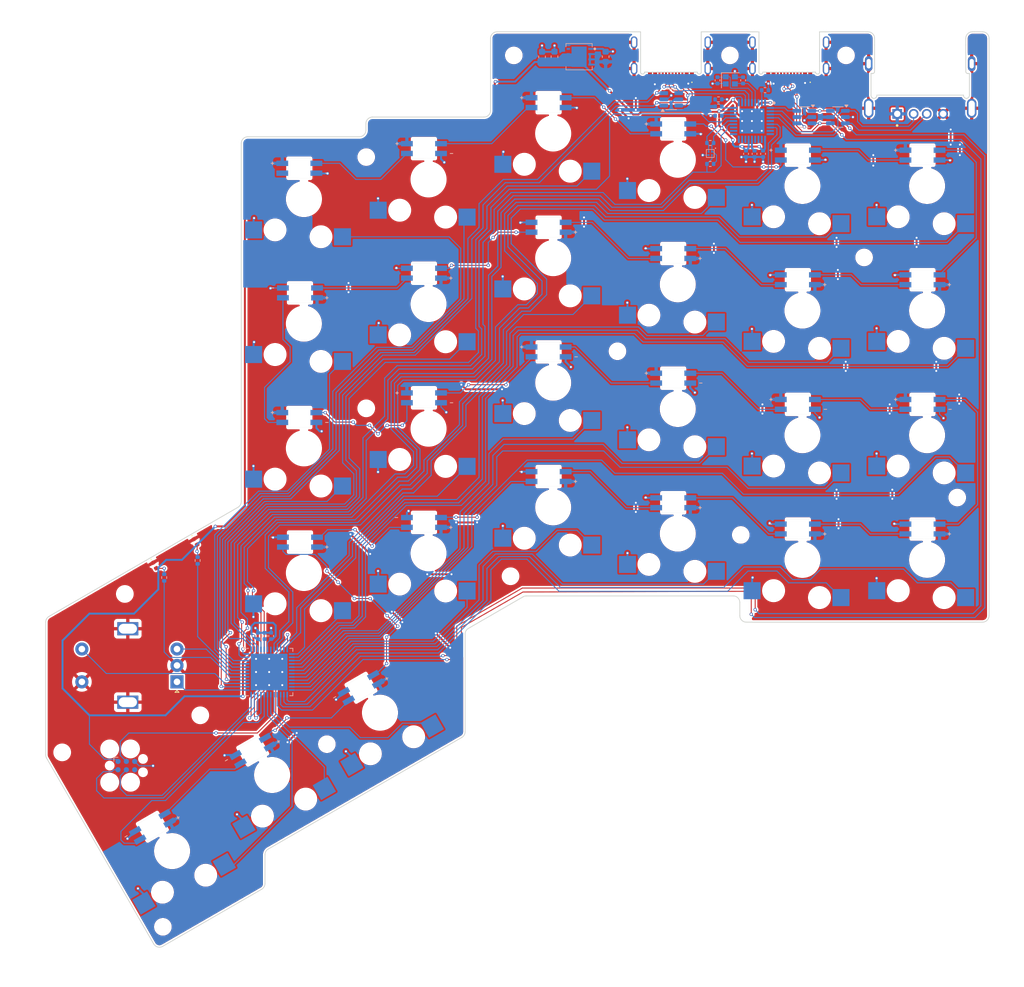
<source format=kicad_pcb>
(kicad_pcb (version 20240108) (generator "pcbnew") (generator_version "8.0")
  (layers (0 "F.Cu" signal) (31 "B.Cu" signal) (34 "B.Paste" user) (35 "F.Paste" user) (36 "B.SilkS" user "B.Silkscreen") (37 "F.SilkS" user "F.Silkscreen") (38 "B.Mask" user) (39 "F.Mask" user) (44 "Edge.Cuts" user))
  (net 0 "")
  (net 1 "GND")
  (net 2 "+1V2")
  (net 3 "/XTAL2")
  (net 4 "/XTAL1")
  (net 7 "+3.3V")
  (net 8 "/VREF+")
  (net 10 "/NRST")
  (net 11 "/SWDIO")
  (net 12 "/SWCLK")
  (net 13 "/STAT1")
  (net 14 "/SDA")
  (net 15 "/SCL")
  (net 16 "/RBIAS")
  (net 17 "/VBUS_DET")
  (net 18 "VBUS")
  (net 20 "/CFG_SEL1")
  (net 21 "/KEY_A7")
  (net 22 "/KEY_B7")
  (net 23 "/KEY_C7")
  (net 24 "/KEY_D7")
  (net 25 "/KEY_A8")
  (net 26 "/KEY_B8")
  (net 27 "/KEY_C8")
  (net 28 "/KEY_D8")
  (net 29 "/KEY_A9")
  (net 30 "/KEY_B9")
  (net 31 "/KEY_C9")
  (net 32 "/KEY_D9")
  (net 33 "/KEY_A10")
  (net 34 "/KEY_B10")
  (net 35 "/KEY_C10")
  (net 36 "/KEY_D10")
  (net 37 "/KEY_A11")
  (net 38 "/KEY_B11")
  (net 39 "/KEY_C11")
  (net 40 "/KEY_D11")
  (net 41 "/KEY_A12")
  (net 42 "/KEY_B12")
  (net 43 "/KEY_C12")
  (net 44 "/KEY_D12")
  (net 45 "/ENC_SW")
  (net 46 "/ENC_A")
  (net 47 "/USB3_DN")
  (net 48 "/USB0_CC2")
  (net 49 "/USB0_CC1")
  (net 50 "/USB1_CC1")
  (net 51 "/USB1_CC2")
  (net 52 "/USB3_DP")
  (net 53 "/USB2_DP")
  (net 59 "/USB0_DP")
  (net 65 "/USB1_DP")
  (net 66 "/USB2_DN")
  (net 67 "/USB1_DN")
  (net 71 "/USB0_DN")
  (net 73 "/LED2")
  (net 74 "/LED1")
  (net 75 "/LED3")
  (net 76 "/LED4")
  (net 77 "/LED5")
  (net 78 "/LED6")
  (net 79 "/LED7")
  (net 80 "/LED8")
  (net 81 "/LED9")
  (net 82 "/LED10")
  (net 83 "/LED11")
  (net 84 "/LED12")
  (net 85 "/LED13")
  (net 86 "/LED14")
  (net 87 "/LED15")
  (net 88 "/LED16")
  (net 89 "/LED17")
  (net 90 "/LED18")
  (net 91 "/LED19")
  (net 92 "/LED20")
  (net 93 "/LED21")
  (net 94 "/LED22")
  (net 95 "/LED23")
  (net 96 "/LED24")
  (net 97 "/LED25")
  (net 98 "/LED26")
  (net 99 "/LED27")
  (net 105 "/STAT1_K")
  (net 106 "/STAT2")
  (net 107 "/STAT2_K")
  (net 108 "/KEY_E6")
  (net 109 "/KEY_E4")
  (net 110 "/KEY_E5")
  (net 111 "/ENC_B")
  (footprint "keyboard_footprints:gateron-ks27-hotswap" (layer "F.Cu") (at 167.2 115.9)
    (property "Reference" "SW116" (hide yes))
    (property "Value" "SW_DIP_x01")
  )
  (footprint "keyboard_footprints:gateron-ks27-hotswap" (layer "F.Cu") (at 129.2 61.9)
    (property "Reference" "SW105" (hide yes))
    (property "Value" "SW_DIP_x01")
  )
  (footprint "keyboard_footprints:RotaryEncoder_Alps_EC11E-Switch_Vertical_H20mm" (layer "F.Cu") (at 90.85 138.5 180)
    (property "Reference" "SW128" (hide yes))
    (property "Value" "RIC11-31S15.5D7-TH")
  )
  (footprint "keyboard_footprints:gateron-ks27-hotswap" (layer "F.Cu") (at 205.2 81.9)
    (property "Reference" "SW122" (hide yes))
    (property "Value" "SW_DIP_x01")
  )
  (footprint "keyboard_footprints:gateron-ks27-hotswap" (layer "F.Cu") (at 205.2 119.9)
    (property "Reference" "SW124" (hide yes))
    (property "Value" "SW_DIP_x01")
  )
  (footprint "keyboard_footprints:gateron-ks27-hotswap" (layer "F.Cu") (at 186.2 81.9)
    (property "Reference" "SW118" (hide yes))
    (property "Value" "SW_DIP_x01")
  )
  (footprint "keyboard_footprints:gateron-ks27-hotswap" (layer "F.Cu") (at 186.2 119.9)
    (property "Reference" "SW120" (hide yes))
    (property "Value" "SW_DIP_x01")
  )
  (footprint "keyboard_footprints:gateron-ks27-hotswap" (layer "F.Cu") (at 205.2 62.9)
    (property "Reference" "SW121" (hide yes))
    (property "Value" "SW_DIP_x01")
  )
  (footprint "keyboard_footprints:gateron-ks27-hotswap" (layer "F.Cu") (at 110.2 121.9)
    (property "Reference" "SW104" (hide yes))
    (property "Value" "SW_DIP_x01")
  )
  (footprint "keyboard_footprints:USB4510031A" (layer "F.Cu") (at 184.19 42.15 180)
    (property "Reference" "J104" (hide yes))
    (property "Value" "USB4510-03-1-A" (hide yes))
    (fp_line (start 4.62 2.75) (end 4.62 -3.4) (stroke (width 0.12)) (layer "Edge.Cuts"))
    (fp_line (start -4.02 -3.4) (end 4.02 -3.4) (stroke (width 0.12)) (layer "Edge.Cuts"))
    (fp_line (start -4.62 2.75) (end -4.62 -3.4) (stroke (width 0.12)) (layer "Edge.Cuts"))
    (fp_arc (start 4.02 -3.4) (mid 4.32 -3.7) (end 4.62 -3.4) (stroke (width 0.12)) (layer "Edge.Cuts"))
    (fp_arc (start -4.62 -3.4) (mid -4.32 -3.7) (end -4.02 -3.4) (stroke (width 0.12)) (layer "Edge.Cuts"))
  )
  (footprint "keyboard_footprints:gateron-ks27-hotswap" (layer "F.Cu") (at 90.1 164.3 30)
    (property "Reference" "SW126" (hide yes))
    (property "Value" "SW_DIP_x01")
  )
  (footprint "keyboard_footprints:gateron-ks27-hotswap" (layer "F.Cu") (at 110.2 102.9)
    (property "Reference" "SW103" (hide yes))
    (property "Value" "SW_DIP_x01")
  )
  (footprint "keyboard_footprints:gateron-ks27-hotswap" (layer "F.Cu") (at 148.2 73.9)
    (property "Reference" "SW110" (hide yes))
    (property "Value" "SW_DIP_x01")
  )
  (footprint "LED_SMD:LED_0402_1005Metric" (layer "F.Cu") (at 87.445 120.758 -60)
    (property "Reference" "D129" (hide yes))
    (property "Value" "WHITE")
  )
  (footprint "keyboard_footprints:Keyboard v1" (layer "F.Cu") (at 148.2 92.9)
    (property "Reference" "REF**" (hide yes))
    (property "Value" "Keyboard v1")
    (fp_line (start -77.361945 56.731284) (end -77.361945 36.484356) (stroke (width 0.12)) (layer "Edge.Cuts"))
    (fp_line (start -77.228302 57.230708) (end -60.899355 85.553754) (stroke (width 0.12)) (layer "Edge.Cuts"))
    (fp_line (start -76.861945 35.618365) (end -48.043338 18.979935) (stroke (width 0.12)) (layer "Edge.Cuts"))
    (fp_line (start -59.533483 85.920616) (end -44.440124 77.21875) (stroke (width 0.12)) (layer "Edge.Cuts"))
    (fp_line (start -47.55 -36.500144) (end -47.55 18.117756) (stroke (width 0.12)) (layer "Edge.Cuts"))
    (fp_line (start -43.939515 76.352556) (end -43.939515 71.953056) (stroke (width 0.12)) (layer "Edge.Cuts"))
    (fp_line (start -43.432692 71.083094) (end -13.916604 54.066005) (stroke (width 0.12)) (layer "Edge.Cuts"))
    (fp_line (start -29.550061 -37.5) (end -46.562944 -37.5) (stroke (width 0.12)) (layer "Edge.Cuts"))
    (fp_line (start -28.55 -39.500144) (end -28.55 -38.500044) (stroke (width 0.12)) (layer "Edge.Cuts"))
    (fp_line (start -13.422463 53.203556) (end -13.422463 38.313156) (stroke (width 0.12)) (layer "Edge.Cuts"))
    (fp_line (start -12.917065 37.443976) (end -4.585796 32.633916) (stroke (width 0.12)) (layer "Edge.Cuts"))
    (fp_line (start -10.550061 -40.5) (end -27.562944 -40.5) (stroke (width 0.12)) (layer "Edge.Cuts"))
    (fp_line (start -9.55 -41.500044) (end -9.55 -52.500144) (stroke (width 0.12)) (layer "Edge.Cuts"))
    (fp_line (start -4.080863 32.5) (end 27.450039 32.5) (stroke (width 0.12)) (layer "Edge.Cuts"))
    (fp_line (start 12.45 -53.5) (end -8.562944 -53.5) (stroke (width 0.12)) (layer "Edge.Cuts"))
    (fp_line (start 28.45 35.496794) (end 28.45 33.5) (stroke (width 0.12)) (layer "Edge.Cuts"))
    (fp_line (start 30.45 -53.5) (end 23.45 -53.5) (stroke (width 0.12)) (layer "Edge.Cuts"))
    (fp_line (start 47.7 -53.5) (end 41.45 -53.5) (stroke (width 0.12)) (layer "Edge.Cuts"))
    (fp_line (start 65.449939 36.5) (end 29.450039 36.5) (stroke (width 0.12)) (layer "Edge.Cuts"))
    (fp_line (start 65.450039 -53.5) (end 64.2 -53.5) (stroke (width 0.12)) (layer "Edge.Cuts"))
    (fp_line (start 66.45 -52.5) (end 66.45 35.499956) (stroke (width 0.12)) (layer "Edge.Cuts"))
    (fp_arc (start -77.361945 36.484356) (mid -77.227976 35.984367) (end -76.861945 35.618365) (stroke (width 0.12)) (layer "Edge.Cuts"))
    (fp_arc (start -77.228302 57.230708) (mid -77.327964 56.989784) (end -77.361945 56.731284) (stroke (width 0.12)) (layer "Edge.Cuts"))
    (fp_arc (start -59.533483 85.920616) (mid -60.292386 86.020049) (end -60.899321 85.553734) (stroke (width 0.12)) (layer "Edge.Cuts"))
    (fp_arc (start -47.55 -36.500144) (mid -47.261636 -37.202609) (end -46.562944 -37.5) (stroke (width 0.12)) (layer "Edge.Cuts"))
    (fp_arc (start -47.55 18.117756) (mid -47.682063 18.614423) (end -48.043338 18.979935) (stroke (width 0.12)) (layer "Edge.Cuts"))
    (fp_arc (start -43.939515 71.953056) (mid -43.803554 71.449651) (end -43.432692 71.083094) (stroke (width 0.12)) (layer "Edge.Cuts"))
    (fp_arc (start -43.939515 76.352556) (mid -44.073642 76.852818) (end -44.440051 77.218874) (stroke (width 0.12)) (layer "Edge.Cuts"))
    (fp_arc (start -28.55 -39.500144) (mid -28.261636 -40.202609) (end -27.562944 -40.5) (stroke (width 0.12)) (layer "Edge.Cuts"))
    (fp_arc (start -28.55 -38.500044) (mid -28.842917 -37.792929) (end -29.550061 -37.500083) (stroke (width 0.12)) (layer "Edge.Cuts"))
    (fp_arc (start -13.422463 38.313156) (mid -13.286914 37.810447) (end -12.917065 37.443976) (stroke (width 0.12)) (layer "Edge.Cuts"))
    (fp_arc (start -13.422463 53.203556) (mid -13.554699 53.700619) (end -13.916465 54.066246) (stroke (width 0.12)) (layer "Edge.Cuts"))
    (fp_arc (start -9.55 -52.500144) (mid -9.261636 -53.202609) (end -8.562944 -53.5) (stroke (width 0.12)) (layer "Edge.Cuts"))
    (fp_arc (start -9.55 -41.500044) (mid -9.842917 -40.792929) (end -10.550061 -40.500083) (stroke (width 0.12)) (layer "Edge.Cuts"))
    (fp_arc (start -4.585796 32.633916) (mid -4.342231 32.533396) (end -4.080863 32.5) (stroke (width 0.12)) (layer "Edge.Cuts"))
    (fp_arc (start 27.450039 32.5) (mid 28.157121 32.792907) (end 28.45 33.5) (stroke (width 0.12)) (layer "Edge.Cuts"))
    (fp_arc (start 29.450039 36.5) (mid 28.741774 36.205986) (end 28.45 35.496794) (stroke (width 0.12)) (layer "Edge.Cuts"))
    (fp_arc (start 65.450039 -53.5) (mid 66.157121 -53.207093) (end 66.45 -52.5) (stroke (width 0.12)) (layer "Edge.Cuts"))
    (fp_arc (start 66.45 35.499956) (mid 66.15713 36.207142) (end 65.449939 36.499917) (stroke (width 0.12)) (layer "Edge.Cuts"))
  )
  (footprint "keyboard_footprints:gateron-ks27-hotswap" (layer "F.Cu") (at 148.2 92.9)
    (property "Reference" "SW111" (hide yes))
    (property "Value" "SW_DIP_x01")
  )
  (footprint "keyboard_footprints:gateron-ks27-hotswap" (layer "F.Cu") (at 186.2 100.9)
    (property "Reference" "SW119" (hide yes))
    (property "Value" "SW_DIP_x01")
  )
  (footprint "keyboard_footprints:gateron-ks27-hotswap" (layer "F.Cu") (at 148.2 111.9)
    (property "Reference" "SW112" (hide yes))
    (property "Value" "SW_DIP_x01")
  )
  (footprint "keyboard_footprints:gateron-ks27-hotswap" (layer "F.Cu") (at 167.2 96.9)
    (property "Reference" "SW115" (hide yes))
    (property "Value" "SW_DIP_x01")
  )
  (footprint "MountingHole:MountingHole_2.2mm_M2" (layer "F.Cu") (at 82.9 125.1)
    (property "Reference" "REF**" (hide yes))
    (property "Value" "MountingHole_2.2mm_M2")
  )
  (footprint "keyboard_footprints:gateron-ks27-hotswap" (layer "F.Cu") (at 110.2 83.9)
    (property "Reference" "SW102" (hide yes))
    (property "Value" "SW_DIP_x01")
  )
  (footprint "keyboard_footprints:gateron-ks27-hotswap" (layer "F.Cu") (at 121.8 143.2 30)
    (property "Reference" "SW125" (hide yes))
    (property "Value" "SW_DIP_x01")
  )
  (footprint "keyboard_footprints:USB4510031A" (layer "F.Cu") (at 166.15 42.15 180)
    (property "Reference" "J101" (hide yes))
    (property "Value" "USB4510-03-1-A" (hide yes))
    (fp_line (start 4.62 2.75) (end 4.62 -3.4) (stroke (width 0.12)) (layer "Edge.Cuts"))
    (fp_line (start -4.02 -3.4) (end 4.02 -3.4) (stroke (width 0.12)) (layer "Edge.Cuts"))
    (fp_line (start -4.62 2.75) (end -4.62 -3.4) (stroke (width 0.12)) (layer "Edge.Cuts"))
    (fp_arc (start 4.02 -3.4) (mid 4.32 -3.7) (end 4.62 -3.4) (stroke (width 0.12)) (layer "Edge.Cuts"))
    (fp_arc (start -4.62 -3.4) (mid -4.32 -3.7) (end -4.02 -3.4) (stroke (width 0.12)) (layer "Edge.Cuts"))
  )
  (footprint "LED_SMD:LED_0402_1005Metric" (layer "F.Cu") (at 93.681 117.158 -60)
    (property "Reference" "D128" (hide yes))
    (property "Value" "WHITE")
  )
  (footprint "keyboard_footprints:AMPHENOL_GSB12J21C1EU" (layer "F.Cu") (at 204.15075 51.0575 180)
    (property "Reference" "J103" (hide yes))
    (property "Value" "GSB12J21C1EU")
    (fp_line (start 7.5 5.3) (end 7.25 5.3) (stroke (width 0.12)) (layer "Edge.Cuts"))
    (fp_line (start 7.5 2) (end 7.5 5.3) (stroke (width 0.12)) (layer "Edge.Cuts"))
    (fp_line (start 6.95 5.6) (end 6.95 9.65) (stroke (width 0.12)) (layer "Edge.Cuts"))
    (fp_line (start -6.6 2) (end 6.6 2) (stroke (width 0.12)) (layer "Edge.Cuts"))
    (fp_line (start -6.95 9.65) (end -6.95 5.6) (stroke (width 0.12)) (layer "Edge.Cuts"))
    (fp_line (start -7.25 5.3) (end -7.5 5.3) (stroke (width 0.12)) (layer "Edge.Cuts"))
    (fp_line (start -7.5 5.3) (end -7.5 2) (stroke (width 0.12)) (layer "Edge.Cuts"))
    (fp_arc (start 7.05 1.5) (mid 7.378553 1.656802) (end 7.5 2) (stroke (width 0.12)) (layer "Edge.Cuts"))
    (fp_arc (start 6.95 5.6) (mid 7.037868 5.387868) (end 7.25 5.3) (stroke (width 0.12)) (layer "Edge.Cuts"))
    (fp_arc (start 6.6 2) (mid 6.721447 1.656802) (end 7.05 1.5) (stroke (width 0.12)) (layer "Edge.Cuts"))
    (fp_arc (start -7.05 1.5) (mid -6.721447 1.656802) (end -6.6 2) (stroke (width 0.12)) (layer "Edge.Cuts"))
    (fp_arc (start -7.25 5.3) (mid -7.037868 5.387868) (end -6.95 5.6) (stroke (width 0.12)) (layer "Edge.Cuts"))
    (fp_arc (start -7.5 2) (mid -7.378554 1.656802) (end -7.05 1.5) (stroke (width 0.12)) (layer "Edge.Cuts"))
  )
  (footprint "keyboard_footprints:gateron-ks27-hotswap" (layer "F.Cu") (at 129.2 80.9)
    (property "Reference" "SW106" (hide yes))
    (property "Value" "SW_DIP_x01")
  )
  (footprint "keyboard_footprints:gateron-ks27-hotswap" (layer "F.Cu") (at 148.2 54.9)
    (property "Reference" "SW109" (hide yes))
    (property "Value" "SW_DIP_x01")
  )
  (footprint "keyboard_footprints:gateron-ks27-hotswap" (layer "F.Cu") (at 129.2 99.9)
    (property "Reference" "SW107" (hide yes))
    (property "Value" "SW_DIP_x01")
  )
  (footprint "keyboard_footprints:gateron-ks27-hotswap" (layer "F.Cu") (at 129.2 118.9)
    (property "Reference" "SW108" (hide yes))
    (property "Value" "SW_DIP_x01")
  )
  (footprint "keyboard_footprints:gateron-ks27-hotswap" (layer "F.Cu") (at 186.2 62.9)
    (property "Reference" "SW117" (hide yes))
    (property "Value" "SW_DIP_x01")
  )
  (footprint "keyboard_footprints:gateron-ks27-hotswap" (layer "F.Cu") (at 167.2 58.9)
    (property "Reference" "SW113" (hide yes))
    (property "Value" "SW_DIP_x01")
  )
  (footprint "keyboard_footprints:gateron-ks27-hotswap" (layer "F.Cu") (at 105.345517 152.7 30)
    (property "Reference" "SW127" (hide yes))
    (property "Value" "SW_DIP_x01")
  )
  (footprint "keyboard_footprints:gateron-ks27-hotswap" (layer "F.Cu") (at 167.2 77.9)
    (property "Reference" "SW114" (hide yes))
    (property "Value" "SW_DIP_x01")
  )
  (footprint "keyboard_footprints:gateron-ks27-hotswap" (layer "F.Cu") (at 205.2 100.9)
    (property "Reference" "SW123" (hide yes))
    (property "Value" "SW_DIP_x01")
  )
  (footprint "keyboard_footprints:gateron-ks27-hotswap" (layer "F.Cu") (at 110.2 64.9)
    (property "Reference" "SW101" (hide yes))
    (property "Value" "SW_DIP_x01")
  )
  (footprint "keyboard_footprints:LED_SK6812-E" (layer "B.Cu") (at 204.5 115.2)
    (property "Reference" "D109" (hide yes))
    (property "Value" "SK6812-E")
    (fp_line (start -1.7 -1.5) (end 1.7 -1.5) (stroke (width 0.01)) (layer "Edge.Cuts"))
    (fp_line (start -1.7 1.5) (end -1.7 -1.5) (stroke (width 0.01)) (layer "Edge.Cuts"))
    (fp_line (start 1.7 -1.5) (end 1.7 1.5) (stroke (width 0.01)) (layer "Edge.Cuts"))
    (fp_line (start 1.7 1.5) (end -1.7 1.5) (stroke (width 0.01)) (layer "Edge.Cuts"))
  )
  (footprint "Package_TO_SOT_SMD:SOT-23-6" (layer "B.Cu") (at 191.6 52.4 180)
    (property "Reference" "U106" (hide yes))
    (property "Value" "USBLC6-4SC6")
  )
  (footprint "keyboard_footprints:LED_SK6812-E" (layer "B.Cu") (at 166.5 73.2)
    (property "Reference" "D119" (hide yes))
    (property "Value" "SK6812-E")
    (fp_line (start -1.7 -1.5) (end 1.7 -1.5) (stroke (width 0.01)) (layer "Edge.Cuts"))
    (fp_line (start -1.7 1.5) (end -1.7 -1.5) (stroke (width 0.01)) (layer "Edge.Cuts"))
    (fp_line (start 1.7 -1.5) (end 1.7 1.5) (stroke (width 0.01)) (layer "Edge.Cuts"))
    (fp_line (start 1.7 1.5) (end -1.7 1.5) (stroke (width 0.01)) (layer "Edge.Cuts"))
  )
  (footprint "keyboard_footprints:LED_SK6812-E" (layer "B.Cu") (at 128.5 57.2 180)
    (property "Reference" "D126" (hide yes))
    (property "Value" "SK6812-E")
    (fp_line (start 1.7 1.5) (end -1.7 1.5) (stroke (width 0.01)) (layer "Edge.Cuts"))
    (fp_line (start 1.7 -1.5) (end 1.7 1.5) (stroke (width 0.01)) (layer "Edge.Cuts"))
    (fp_line (start -1.7 1.5) (end -1.7 -1.5) (stroke (width 0.01)) (layer "Edge.Cuts"))
    (fp_line (start -1.7 -1.5) (end 1.7 -1.5) (stroke (width 0.01)) (layer "Edge.Cuts"))
  )
  (footprint "Capacitor_SMD:C_0402_1005Metric" (layer "B.Cu") (at 173.25 46.8 -90)
    (property "Reference" "C102" (hide yes))
    (property "Value" "10p")
  )
  (footprint "MountingHole:MountingHole_2.2mm_M2" (layer "B.Cu") (at 94.4 143.6 180)
    (property "Reference" "REF**" (hide yes))
    (property "Value" "MountingHole_2.2mm_M2")
  )
  (footprint "keyboard_footprints:LED_SK6812-E" (layer "B.Cu") (at 109.6 79.2)
    (property "Reference" "D116" (hide yes))
    (property "Value" "SK6812-E")
    (fp_line (start -1.7 -1.5) (end 1.7 -1.5) (stroke (width 0.01)) (layer "Edge.Cuts"))
    (fp_line (start -1.7 1.5) (end -1.7 -1.5) (stroke (width 0.01)) (layer "Edge.Cuts"))
    (fp_line (start 1.7 -1.5) (end 1.7 1.5) (stroke (width 0.01)) (layer "Edge.Cuts"))
    (fp_line (start 1.7 1.5) (end -1.7 1.5) (stroke (width 0.01)) (layer "Edge.Cuts"))
  )
  (footprint "MountingHole:MountingHole_2.2mm_M2" (layer "B.Cu") (at 88.7 175.85 180)
    (property "Reference" "REF**" (hide yes))
    (property "Value" "MountingHole_2.2mm_M2")
  )
  (footprint "MountingHole:MountingHole_2.2mm_M2" (layer "B.Cu") (at 209.8 110.4 180)
    (property "Reference" "REF**" (hide yes))
    (property "Value" "MountingHole_2.2mm_M2")
  )
  (footprint "keyboard_footprints:LED_SK6812-E" (layer "B.Cu") (at 128.5 76.2)
    (property "Reference" "D117" (hide yes))
    (property "Value" "SK6812-E")
    (fp_line (start -1.7 -1.5) (end 1.7 -1.5) (stroke (width 0.01)) (layer "Edge.Cuts"))
    (fp_line (start -1.7 1.5) (end -1.7 -1.5) (stroke (width 0.01)) (layer "Edge.Cuts"))
    (fp_line (start 1.7 -1.5) (end 1.7 1.5) (stroke (width 0.01)) (layer "Edge.Cuts"))
    (fp_line (start 1.7 1.5) (end -1.7 1.5) (stroke (width 0.01)) (layer "Edge.Cuts"))
  )
  (footprint "keyboard_footprints:LED_SK6812-E" (layer "B.Cu") (at 102.4 149 30)
    (property "Reference" "D102" (hide yes))
    (property "Value" "SK6812-E")
    (fp_line (start -1.7 -1.5) (end 1.7 -1.5) (stroke (width 0.01)) (layer "Edge.Cuts"))
    (fp_line (start -1.7 1.5) (end -1.7 -1.5) (stroke (width 0.01)) (layer "Edge.Cuts"))
    (fp_line (start 1.7 -1.5) (end 1.7 1.5) (stroke (width 0.01)) (layer "Edge.Cuts"))
    (fp_line (start 1.7 1.5) (end -1.7 1.5) (stroke (width 0.01)) (layer "Edge.Cuts"))
  )
  (footprint "keyboard_footprints:LED_SK6812-E" (layer "B.Cu") (at 204.5 96.2 180)
    (property "Reference" "D110" (hide yes))
    (property "Value" "SK6812-E")
    (fp_line (start 1.7 1.5) (end -1.7 1.5) (stroke (width 0.01)) (layer "Edge.Cuts"))
    (fp_line (start 1.7 -1.5) (end 1.7 1.5) (stroke (width 0.01)) (layer "Edge.Cuts"))
    (fp_line (start -1.7 1.5) (end -1.7 -1.5) (stroke (width 0.01)) (layer "Edge.Cuts"))
    (fp_line (start -1.7 -1.5) (end 1.7 -1.5) (stroke (width 0.01)) (layer "Edge.Cuts"))
  )
  (footprint "MountingHole:MountingHole_2.2mm_M2" (layer "B.Cu") (at 113.7 148 180)
    (property "Reference" "REF**" (hide yes))
    (property "Value" "MountingHole_2.2mm_M2")
  )
  (footprint "Resistor_SMD:R_0402_1005Metric" (layer "B.Cu") (at 180.5 48.3)
    (property "Reference" "R103" (hide yes))
    (property "Value" "12k")
  )
  (footprint "keyboard_footprints:LED_SK6812-E" (layer "B.Cu") (at 166.5 54.2 180)
    (property "Reference" "D124" (hide yes))
    (property "Value" "SK6812-E")
    (fp_line (start 1.7 1.5) (end -1.7 1.5) (stroke (width 0.01)) (layer "Edge.Cuts"))
    (fp_line (start 1.7 -1.5) (end 1.7 1.5) (stroke (width 0.01)) (layer "Edge.Cuts"))
    (fp_line (start -1.7 1.5) (end -1.7 -1.5) (stroke (width 0.01)) (layer "Edge.Cuts"))
    (fp_line (start -1.7 -1.5) (end 1.7 -1.5) (stroke (width 0.01)) (layer "Edge.Cuts"))
  )
  (footprint "keyboard_footprints:LED_SK6812-E" (layer "B.Cu") (at 147.5 69.2)
    (property "Reference" "D118" (hide yes))
    (property "Value" "SK6812-E")
    (fp_line (start -1.7 -1.5) (end 1.7 -1.5) (stroke (width 0.01)) (layer "Edge.Cuts"))
    (fp_line (start -1.7 1.5) (end -1.7 -1.5) (stroke (width 0.01)) (layer "Edge.Cuts"))
    (fp_line (start 1.7 -1.5) (end 1.7 1.5) (stroke (width 0.01)) (layer "Edge.Cuts"))
    (fp_line (start 1.7 1.5) (end -1.7 1.5) (stroke (width 0.01)) (layer "Edge.Cuts"))
  )
  (footprint "keyboard_footprints:LED_SK6812-E" (layer "B.Cu") (at 185.5 96.2 180)
    (property "Reference" "D111" (hide yes))
    (property "Value" "SK6812-E")
    (fp_line (start 1.7 1.5) (end -1.7 1.5) (stroke (width 0.01)) (layer "Edge.Cuts"))
    (fp_line (start 1.7 -1.5) (end 1.7 1.5) (stroke (width 0.01)) (layer "Edge.Cuts"))
    (fp_line (start -1.7 1.5) (end -1.7 -1.5) (stroke (width 0.01)) (layer "Edge.Cuts"))
    (fp_line (start -1.7 -1.5) (end 1.7 -1.5) (stroke (width 0.01)) (layer "Edge.Cuts"))
  )
  (footprint "keyboard_footprints:LED_SK6812-E" (layer "B.Cu") (at 185.5 115.2)
    (property "Reference" "D108" (hide yes))
    (property "Value" "SK6812-E")
    (fp_line (start -1.7 -1.5) (end 1.7 -1.5) (stroke (width 0.01)) (layer "Edge.Cuts"))
    (fp_line (start -1.7 1.5) (end -1.7 -1.5) (stroke (width 0.01)) (layer "Edge.Cuts"))
    (fp_line (start 1.7 -1.5) (end 1.7 1.5) (stroke (width 0.01)) (layer "Edge.Cuts"))
    (fp_line (start 1.7 1.5) (end -1.7 1.5) (stroke (width 0.01)) (layer "Edge.Cuts"))
  )
  (footprint "Resistor_SMD:R_0402_1005Metric" (layer "B.Cu") (at 88.9 122.6 -90)
    (property "Reference" "R107" (hide yes))
    (property "Value" "3k3")
  )
  (footprint "Capacitor_SMD:C_0603_1608Metric" (layer "B.Cu") (at 156.2 43.2 90)
    (property "Reference" "C107" (hide yes))
    (property "Value" "10u")
  )
  (footprint "keyboard_footprints:LED_SK6812-E" (layer "B.Cu") (at 118.9 139.4 30)
    (property "Reference" "D103" (hide yes))
    (property "Value" "SK6812-E")
    (fp_line (start -1.7 -1.5) (end 1.7 -1.5) (stroke (width 0.01)) (layer "Edge.Cuts"))
    (fp_line (start -1.7 1.5) (end -1.7 -1.5) (stroke (width 0.01)) (layer "Edge.Cuts"))
    (fp_line (start 1.7 -1.5) (end 1.7 1.5) (stroke (width 0.01)) (layer "Edge.Cuts"))
    (fp_line (start 1.7 1.5) (end -1.7 1.5) (stroke (width 0.01)) (layer "Edge.Cuts"))
  )
  (footprint "Capacitor_SMD:C_0402_1005Metric" (layer "B.Cu") (at 103.2 131.5 90)
    (property "Reference" "C111" (hide yes))
    (property "Value" "4u7")
  )
  (footprint "keyboard_footprints:LED_SK6812-E" (layer "B.Cu") (at 147.5 88.2 180)
    (property "Reference" "D113" (hide yes))
    (property "Value" "SK6812-E")
    (fp_line (start 1.7 1.5) (end -1.7 1.5) (stroke (width 0.01)) (layer "Edge.Cuts"))
    (fp_line (start 1.7 -1.5) (end 1.7 1.5) (stroke (width 0.01)) (layer "Edge.Cuts"))
    (fp_line (start -1.7 1.5) (end -1.7 -1.5) (stroke (width 0.01)) (layer "Edge.Cuts"))
    (fp_line (start -1.7 -1.5) (end 1.7 -1.5) (stroke (width 0.01)) (layer "Edge.Cuts"))
  )
  (footprint "keyboard_footprints:QFN50P600X600X100-37N-D" (layer "B.Cu") (at 178.5 53 180)
    (property "Reference" "U102" (hide yes))
    (property "Value" "USB2533-1080AEN" (hide yes))
  )
  (footprint "keyboard_footprints:LED_SK6812-E" (layer "B.Cu") (at 185.5 77.2)
    (property "Reference" "D120" (hide yes))
    (property "Value" "SK6812-E")
    (fp_line (start -1.7 -1.5) (end 1.7 -1.5) (stroke (width 0.01)) (layer "Edge.Cuts"))
    (fp_line (start -1.7 1.5) (end -1.7 -1.5) (stroke (width 0.01)) (layer "Edge.Cuts"))
    (fp_line (start 1.7 -1.5) (end 1.7 1.5) (stroke (width 0.01)) (layer "Edge.Cuts"))
    (fp_line (start 1.7 1.5) (end -1.7 1.5) (stroke (width 0.01)) (layer "Edge.Cuts"))
  )
  (footprint "MountingHole:MountingHole_2.2mm_M2" (layer "B.Cu") (at 142.2 43 180)
    (property "Reference" "REF**" (hide yes))
    (property "Value" "MountingHole_2.2mm_M2")
  )
  (footprint "keyboard_footprints:BGA4C50P2X2_100X100X67" (layer "B.Cu") (at 172.146 57.946 180)
    (property "Reference" "U103" (hide yes))
    (property "Value" "M24256X-FCU6T_VF" (hide yes))
  )
  (footprint "keyboard_footprints:LED_SK6812-E" (layer "B.Cu") (at 204.5 58.2 180)
    (property "Reference" "D122" (hide yes))
    (property "Value" "SK6812-E")
    (fp_line (start 1.7 1.5) (end -1.7 1.5) (stroke (width 0.01)) (layer "Edge.Cuts"))
    (fp_line (start 1.7 -1.5) (end 1.7 1.5) (stroke (width 0.01)) (layer "Edge.Cuts"))
    (fp_line (start -1.7 1.5) (end -1.7 -1.5) (stroke (width 0.01)) (layer "Edge.Cuts"))
    (fp_line (start -1.7 -1.5) (end 1.7 -1.5) (stroke (width 0.01)) (layer "Edge.Cuts"))
  )
  (footprint "MountingHole:MountingHole_2.2mm_M2" (layer "B.Cu") (at 192.85 43 180)
    (property "Reference" "REF**" (hide yes))
    (property "Value" "MountingHole_2.2mm_M2")
  )
  (footprint "Capacitor_SMD:C_0402_1005Metric" (layer "B.Cu") (at 177.6 58 -90)
    (property "Reference" "C106" (hide yes))
    (property "Value" "100n")
  )
  (footprint "keyboard_footprints:LED_SK6812-E" (layer "B.Cu") (at 166.5 111.2)
    (property "Reference" "D107" (hide yes))
    (property "Value" "SK6812-E")
    (fp_line (start -1.7 -1.5) (end 1.7 -1.5) (stroke (width 0.01)) (layer "Edge.Cuts"))
    (fp_line (start -1.7 1.5) (end -1.7 -1.5) (stroke (width 0.01)) (layer "Edge.Cuts"))
    (fp_line (start 1.7 -1.5) (end 1.7 1.5) (stroke (width 0.01)) (layer "Edge.Cuts"))
    (fp_line (start 1.7 1.5) (end -1.7 1.5) (stroke (width 0.01)) (layer "Edge.Cuts"))
  )
  (footprint "MountingHole:MountingHole_2.2mm_M2" (layer "B.Cu") (at 158 88.1 180)
    (property "Reference" "REF**" (hide yes))
    (property "Value" "MountingHole_2.2mm_M2")
  )
  (footprint "MountingHole:MountingHole_2.2mm_M2" (layer "B.Cu") (at 73.35 149.25 180)
    (property "Reference" "REF**" (hide yes))
    (property "Value" "MountingHole_2.2mm_M2")
  )
  (footprint "MountingHole:MountingHole_2.2mm_M2" (layer "B.Cu") (at 119.7 58.5 180)
    (property "Reference" "REF**" (hide yes))
    (property "Value" "MountingHole_2.2mm_M2")
  )
  (footprint "keyboard_footprints:LED_SK6812-E" (layer "B.Cu") (at 204.5 77.2)
    (property "Reference" "D121" (hide yes))
    (property "Value" "SK6812-E")
    (fp_line (start -1.7 -1.5) (end 1.7 -1.5) (stroke (width 0.01)) (layer "Edge.Cuts"))
    (fp_line (start -1.7 1.5) (end -1.7 -1.5) (stroke (width 0.01)) (layer "Edge.Cuts"))
    (fp_line (start 1.7 -1.5) (end 1.7 1.5) (stroke (width 0.01)) (layer "Edge.Cuts"))
    (fp_line (start 1.7 1.5) (end -1.7 1.5) (stroke (width 0.01)) (layer "Edge.Cuts"))
  )
  (footprint "Resistor_SMD:R_0402_1005Metric" (layer "B.Cu") (at 173.4 52.2 180)
    (property "Reference" "R108" (hide yes))
    (property "Value" "10k")
  )
  (footprint "Capacitor_SMD:C_0402_1005Metric" (layer "B.Cu") (at 180.2 58 -90)
    (property "Reference" "C105" (hide yes))
    (property "Value" "1u")
  )
  (footprint "keyboard_footprints:LED_SK6812-E" (layer "B.Cu") (at 147.5 50.2 180)
    (property "Reference" "D125" (hide yes))
    (property "Value" "SK6812-E")
    (fp_line (start 1.7 1.5) (end -1.7 1.5) (stroke (width 0.01)) (layer "Edge.Cuts"))
    (fp_line (start 1.7 -1.5) (end 1.7 1.5) (stroke (width 0.01)) (layer "Edge.Cuts"))
    (fp_line (start -1.7 1.5) (end -1.7 -1.5) (stroke (width 0.01)) (layer "Edge.Cuts"))
    (fp_line (start -1.7 -1.5) (end 1.7 -1.5) (stroke (width 0.01)) (layer "Edge.Cuts"))
  )
  (footprint "keyboard_footprints:LP2989AILD33NOPB" (layer "B.Cu") (at 152.4 43.2 -90)
    (property "Reference" "PS101" (hide yes))
    (property "Value" "LM1117LD-3.3_NOPB" (hide yes))
  )
  (footprint "Resistor_SMD:R_0402_1005Metric" (layer "B.Cu") (at 172.146 59.546 180)
    (property "Reference" "R101" (hide yes))
    (property "Value" "10k")
  )
  (footprint "keyboard_footprints:LED_SK6812-E" (layer "B.Cu") (at 109.5 98.2 180)
    (property "Reference" "D115" (hide yes))
    (property "Value" "SK6812-E")
    (fp_line (start 1.7 1.5) (end -1.7 1.5) (stroke (width 0.01)) (layer "Edge.Cuts"))
    (fp_line (start 1.7 -1.5) (end 1.7 1.5) (stroke (width 0.01)) (layer "Edge.Cuts"))
    (fp_line (start -1.7 1.5) (end -1.7 -1.5) (stroke (width 0.01)) (layer "Edge.Cuts"))
    (fp_line (start -1.7 -1.5) (end 1.7 -1.5) (stroke (width 0.01)) (layer "Edge.Cuts"))
  )
  (footprint "keyboard_footprints:LED_SK6812-E" (layer "B.Cu") (at 109.5 60.2 180)
    (property "Reference" "D127" (hide yes))
    (property "Value" "SK6812-E")
    (fp_line (start 1.7 1.5) (end -1.7 1.5) (stroke (width 0.01)) (layer "Edge.Cuts"))
    (fp_line (start 1.7 -1.5) (end 1.7 1.5) (stroke (width 0.01)) (layer "Edge.Cuts"))
    (fp_line (start -1.7 1.5) (end -1.7 -1.5) (stroke (width 0.01)) (layer "Edge.Cuts"))
    (fp_line (start -1.7 -1.5) (end 1.7 -1.5) (stroke (width 0.01)) (layer "Edge.Cuts"))
  )
  (footprint "keyboard_footprints:LED_SK6812-E" (layer "B.Cu") (at 109.6 117.2)
    (property "Reference" "D104" (hide yes))
    (property "Value" "SK6812-E")
    (fp_line (start -1.7 -1.5) (end 1.7 -1.5) (stroke (width 0.01)) (layer "Edge.Cuts"))
    (fp_line (start -1.7 1.5) (end -1.7 -1.5) (stroke (width 0.01)) (layer "Edge.Cuts"))
    (fp_line (start 1.7 -1.5) (end 1.7 1.5) (stroke (width 0.01)) (layer "Edge.Cuts"))
    (fp_line (start 1.7 1.5) (end -1.7 1.5) (stroke (width 0.01)) (layer "Edge.Cuts"))
  )
  (footprint "Crystal:Crystal_SMD_2016-4Pin_2.0x1.6mm" (layer "B.Cu") (at 175.2 46.8)
    (property "Reference" "Y101" (hide yes))
    (property "Value" "CX2016SA24000D0HLLG3")
  )
  (footprint "Capacitor_SMD:C_0402_1005Metric" (layer "B.Cu") (at 104.2 131.5 90)
    (property "Reference" "C110" (hide yes))
    (property "Value" "1u")
  )
  (footprint "keyboard_footprints:LED_SK6812-E" (layer "B.Cu") (at 147.5 107.2)
    (property "Reference" "D106" (hide yes))
    (property "Value" "SK6812-E")
    (fp_line (start -1.7 -1.5) (end 1.7 -1.5) (stroke (width 0.01)) (layer "Edge.Cuts"))
    (fp_line (start -1.7 1.5) (end -1.7 -1.5) (stroke (width 0.01)) (layer "Edge.Cuts"))
    (fp_line (start 1.7 -1.5) (end 1.7 1.5) (stroke (width 0.01)) (layer "Edge.Cuts"))
    (fp_line (start 1.7 1.5) (end -1.7 1.5) (stroke (width 0.01)) (layer "Edge.Cuts"))
  )
  (footprint "MountingHole:MountingHole_2.2mm_M2" (layer "B.Cu") (at 141.7 122.4 180)
    (property "Reference" "REF**" (hide yes))
    (property "Value" "MountingHole_2.2mm_M2")
  )
  (footprint "MountingHole:MountingHole_2.2mm_M2" (layer "B.Cu") (at 195.6 73.8 180)
    (property "Reference" "REF**" (hide yes))
    (property "Value" "MountingHole_2.2mm_M2")
  )
  (footprint "Capacitor_SMD:C_0402_1005Metric" (layer "B.Cu") (at 177.15 46.8 90)
    (property "Reference" "C103" (hide yes))
    (property "Value" "10p")
  )
  (footprint "Resistor_SMD:R_0402_1005Metric" (layer "B.Cu") (at 173.4 49.7 180)
    (property "Reference" "R104" (hide yes))
    (property "Value" "47k")
  )
  (footprint "MountingHole:MountingHole_2.2mm_M2" (layer "B.Cu") (at 119.7 96.8 180)
    (property "Reference" "REF**" (hide yes))
    (property "Value" "MountingHole_2.2mm_M2")
  )
  (footprint "keyboard_footprints:LED_SK6812-E" (layer "B.Cu") (at 166.5 92.2 180)
    (property "Reference" "D112" (hide yes))
    (property "Value" "SK6812-E")
    (fp_line (start 1.7 1.5) (end -1.7 1.5) (stroke (width 0.01)) (layer "Edge.Cuts"))
    (fp_line (start 1.7 -1.5) (end 1.7 1.5) (stroke (width 0.01)) (layer "Edge.Cuts"))
    (fp_line (start -1.7 1.5) (end -1.7 -1.5) (stroke (width 0.01)) (layer "Edge.Cuts"))
    (fp_line (start -1.7 -1.5) (end 1.7 -1.5) (stroke (width 0.01)) (layer "Edge.Cuts"))
  )
  (footprint "Capacitor_SMD:C_0402_1005Metric" (layer "B.Cu") (at 178.9 58 -90)
    (property "Reference" "C101" (hide yes))
    (property "Value" "1u")
  )
  (footprint "MountingHole:MountingHole_2.2mm_M2" (layer "B.Cu") (at 175.15 43 180)
    (property "Reference" "REF**" (hide yes))
    (property "Value" "MountingHole_2.2mm_M2")
  )
  (footprint "Resistor_SMD:R_0402_1005Metric" (layer "B.Cu") (at 173.4 50.8 180)
    (property "Reference" "R105" (hide yes))
    (property "Value" "100k")
  )
  (footprint "Connector:Tag-Connect_TC2030-IDC-FP_2x03_P1.27mm_Vertical" (layer "B.Cu") (at 83.13 151.265)
    (property "Reference" "J102" (hide yes))
    (property "Value" "Conn_ARM_SWD_TagConnect_TC2030")
  )
  (footprint "keyboard_footprints:LED_SK6812-E" (layer "B.Cu") (at 87.1 160.6 30)
    (property "Reference" "D101" (hide yes))
    (property "Value" "SK6812-E")
    (fp_line (start -1.7 -1.5) (end 1.7 -1.5) (stroke (width 0.01)) (layer "Edge.Cuts"))
    (fp_line (start -1.7 1.5) (end -1.7 -1.5) (stroke (width 0.01)) (layer "Edge.Cuts"))
    (fp_line (start 1.7 -1.5) (end 1.7 1.5) (stroke (width 0.01)) (layer "Edge.Cuts"))
    (fp_line (start 1.7 1.5) (end -1.7 1.5) (stroke (width 0.01)) (layer "Edge.Cuts"))
  )
  (footprint "MountingHole:MountingHole_2.2mm_M2" (layer "B.Cu") (at 176.8 116.1 180)
    (property "Reference" "REF**" (hide yes))
    (property "Value" "MountingHole_2.2mm_M2")
  )
  (footprint "Capacitor_SMD:C_0603_1608Metric" (layer "B.Cu") (at 148.4 43.2 90)
    (property "Reference" "C104" (hide yes))
    (property "Value" "22u")
  )
  (footprint "keyboard_footprints:LED_SK6812-E" (layer "B.Cu") (at 185.5 58.2 180)
    (property "Reference" "D123" (hide yes))
    (property "Value" "SK6812-E")
    (fp_line (start 1.7 1.5) (end -1.7 1.5) (stroke (width 0.01)) (layer "Edge.Cuts"))
    (fp_line (start 1.7 -1.5) (end 1.7 1.5) (stroke (width 0.01)) (layer "Edge.Cuts"))
    (fp_line (start -1.7 1.5) (end -1.7 -1.5) (stroke (width 0.01)) (layer "Edge.Cuts"))
    (fp_line (start -1.7 -1.5) (end 1.7 -1.5) (stroke (width 0.01)) (layer "Edge.Cuts"))
  )
  (footprint "Capacitor_SMD:C_0402_1005Metric" (layer "B.Cu") (at 105.2 131.5 90)
    (property "Reference" "C109" (hide yes))
    (property "Value" "100n")
  )
  (footprint "Package_TO_SOT_SMD:SOT-23-6" (layer "B.Cu") (at 166.2 49.7)
    (property "Reference" "U104" (hide yes))
    (property "Value" "USBLC6-4SC6")
  )
  (footprint "Package_DFN_QFN:QFN-48-1EP_7x7mm_P0.5mm_EP5.6x5.6mm" (layer "B.Cu") (at 104.9 137 -90)
    (property "Reference" "U101" (hide yes))
    (property "Value" "STM32G0C1CEUx")
  )
  (footprint "Resistor_SMD:R_0402_1005Metric" (layer "B.Cu") (at 94 120 -90)
    (property "Reference" "R106" (hide yes))
    (property "Value" "3k3")
  )
  (footprint "keyboard_footprints:LED_SK6812-E" (layer "B.Cu") (at 128.5 114.2)
    (property "Reference" "D105" (hide yes))
    (property "Value" "SK6812-E")
    (fp_line (start -1.7 -1.5) (end 1.7 -1.5) (stroke (width 0.01)) (layer "Edge.Cuts"))
    (fp_line (start -1.7 1.5) (end -1.7 -1.5) (stroke (width 0.01)) (layer "Edge.Cuts"))
    (fp_line (start 1.7 -1.5) (end 1.7 1.5) (stroke (width 0.01)) (layer "Edge.Cuts"))
    (fp_line (start 1.7 1.5) (end -1.7 1.5) (stroke (width 0.01)) (layer "Edge.Cuts"))
  )
  (footprint "Capacitor_SMD:C_0603_1608Metric" (layer "B.Cu") (at 146.5 43.225 90)
    (property "Reference" "C108" (hide yes))
    (property "Value" "22u")
  )
  (footprint "keyboard_footprints:LED_SK6812-E" (layer "B.Cu") (at 128.5 95.2 180)
    (property "Reference" "D114" (hide yes))
    (property "Value" "SK6812-E")
    (fp_line (start 1.7 1.5) (end -1.7 1.5) (stroke (width 0.01)) (layer "Edge.Cuts"))
    (fp_line (start 1.7 -1.5) (end 1.7 1.5) (stroke (width 0.01)) (layer "Edge.Cuts"))
    (fp_line (start -1.7 1.5) (end -1.7 -1.5) (stroke (width 0.01)) (layer "Edge.Cuts"))
    (fp_line (start -1.7 -1.5) (end 1.7 -1.5) (stroke (width 0.01)) (layer "Edge.Cuts"))
  )
  (footprint "Package_TO_SOT_SMD:SOT-23-6" (layer "B.Cu") (at 186.5 52.4 180)
    (property "Reference" "U105" (hide yes))
    (property "Value" "USBLC6-4SC6")
  )
  (footprint "Resistor_SMD:R_0402_1005Metric" (layer "B.Cu") (at 172.146 56.346 180)
    (property "Reference" "R102" (hide yes))
    (property "Value" "10k")
  )
  (gr_arc (start 211.10075 40.4) (mid 211.393646 39.692911) (end 212.10075 39.4) (stroke (width 0.12)) (layer "Edge.Cuts"))
  (gr_line (start 211.10075 41.4075) (end 211.10075 40.4) (stroke (width 0.12)) (layer "Edge.Cuts"))
  (gr_line (start 188.81 39.4) (end 189.65 39.4) (stroke (width 0.12)) (layer "Edge.Cuts"))
  (gr_line (start 179.57 39.4) (end 178.65 39.4) (stroke (width 0.12)) (layer "Edge.Cuts"))
  (gr_line (start 171.65 39.4) (end 170.77 39.4) (stroke (width 0.12)) (layer "Edge.Cuts"))
  (gr_line (start 212.4 39.4) (end 212.10075 39.4) (stroke (width 0.12)) (layer "Edge.Cuts"))
  (gr_line (start 161.53 39.4) (end 160.65 39.4) (stroke (width 0.12)) (layer "Edge.Cuts"))
  (gr_arc (start 196.20075 39.4) (mid 196.907889 39.692876) (end 197.20075 40.4) (stroke (width 0.12)) (layer "Edge.Cuts"))
  (gr_line (start 195.9 39.4) (end 196.20075 39.4) (stroke (width 0.12)) (layer "Edge.Cuts"))
  (gr_line (start 197.20075 40.4) (end 197.20075 41.4075) (stroke (width 0.12)) (layer "Edge.Cuts"))
  (via (at 178.5 51.5) (size 0.5) (drill 0.3) (layers "F.Cu" "B.Cu") (net 1))
  (via (at 171 58.2) (size 0.5) (drill 0.3) (layers "F.Cu" "B.Cu") (net 1))
  (via (at 197.5 65.8) (size 0.5) (drill 0.3) (layers "F.Cu" "B.Cu") (net 1))
  (via (at 113.8 61) (size 0.5) (drill 0.3) (layers "F.Cu" "B.Cu") (net 1))
  (via (at 87.2 151.3) (size 0.5) (drill 0.3) (layers "F.Cu" "B.Cu") (net 1))
  (via (at 180 51.5) (size 0.5) (drill 0.3) (layers "F.Cu" "B.Cu") (net 1))
  (via (at 178.9 59.2) (size 0.5) (drill 0.3) (layers "F.Cu" "B.Cu") (net 1))
  (via (at 102.9 135) (size 0.5) (drill 0.3) (layers "F.Cu" "B.Cu") (net 1))
  (via (at 106.9 135) (size 0.5) (drill 0.3) (layers "F.Cu" "B.Cu") (net 1))
  (via (at 83.3 162.4) (size 0.5) (drill 0.3) (layers "F.Cu" "B.Cu") (net 1))
  (via (at 104.9 139) (size 0.5) (drill 0.3) (layers "F.Cu" "B.Cu") (net 1))
  (via (at 121.5 64.8) (size 0.5) (drill 0.3) (layers "F.Cu" "B.Cu") (net 1))
  (via (at 159.5 99.7) (size 0.5) (drill 0.3) (layers "F.Cu" "B.Cu") (net 1))
  (via (at 121.5 121.6) (size 0.5) (drill 0.3) (layers "F.Cu" "B.Cu") (net 1))
  (via (at 176.9 58.5) (size 0.5) (drill 0.3) (layers "F.Cu" "B.Cu") (net 1))
  (via (at 84.9 170) (size 0.5) (drill 0.3) (layers "F.Cu" "B.Cu") (net 1))
  (via (at 186.5 52.9) (size 0.5) (drill 0.3) (layers "F.Cu" "B.Cu") (net 1))
  (via (at 178.5 53) (size 0.5) (drill 0.3) (layers "F.Cu" "B.Cu") (net 1))
  (via (at 143.4 106.5) (size 0.5) (drill 0.3) (layers "F.Cu" "B.Cu") (net 1))
  (via (at 177 54.5) (size 0.5) (drill 0.3) (layers "F.Cu" "B.Cu") (net 1))
  (via (at 189.7 58.9) (size 0.5) (drill 0.3) (layers "F.Cu" "B.Cu") (net 1))
  (via (at 174.7 49.7) (size 0.5) (drill 0.3) (layers "F.Cu" "B.Cu") (net 1))
  (via (at 148.4 41.5) (size 0.5) (drill 0.3) (layers "F.Cu" "B.Cu") (net 1))
  (via (at 178.5 84.7) (size 0.5) (drill 0.3) (layers "F.Cu" "B.Cu") (net 1))
  (via (at 106.9 137) (size 0.5) (drill 0.3) (layers "F.Cu" "B.Cu") (net 1))
  (via (at 102.9 137) (size 0.5) (drill 0.3) (layers "F.Cu" "B.Cu") (net 1))
  (via (at 159.5 80.7) (size 0.5) (drill 0.3) (layers "F.Cu" "B.Cu") (net 1))
  (via (at 188.8 98.2) (size 0.5) (drill 0.3) (layers "F.Cu" "B.Cu") (net 1))
  (via (at 178.6 122.6) (size 0.5) (drill 0.3) (layers "F.Cu" "B.Cu") (net 1))
  (via (at 102.6 86.7) (size 0.5) (drill 0.3) (layers "F.Cu" "B.Cu") (net 1))
  (via (at 131.9 97.4) (size 0.5) (drill 0.3) (layers "F.Cu" "B.Cu") (net 1))
  (via (at 105.5 116.5) (size 0.5) (drill 0.3) (layers "F.Cu" "B.Cu") (net 1))
  (via (at 102.6 67.8) (size 0.5) (drill 0.3) (layers "F.Cu" "B.Cu") (net 1))
  (via (at 116.6 149.1) (size 0.5) (drill 0.3) (layers "F.Cu" "B.Cu") (net 1))
  (via (at 102.8 130.3) (size 0.5) (drill 0.3) (layers "F.Cu" "B.Cu") (net 1))
  (via (at 140.5 95.6) (size 0.5) (drill 0.3) (layers "F.Cu" "B.Cu") (net 1))
  (via (at 115.1 141.2) (size 0.5) (drill 0.3) (layers "F.Cu" "B.Cu") (net 1))
  (via (at 140.6 57.7) (size 0.5) (drill 0.3) (layers "F.Cu" "B.Cu") (net 1))
  (via (at 178.5 103.7) (size 0.5) (drill 0.3) (layers "F.Cu" "B.Cu") (net 1))
  (via (at 208.7 59) (size 0.5) (drill 0.3) (layers "F.Cu" "B.Cu") (net 1))
  (via (at 181.2 114.3) (size 0.5) (drill 0.3) (layers "F.Cu" "B.Cu") (net 1))
  (via (at 197.5 122.7) (size 0.5) (drill 0.3) (layers "F.Cu" "B.Cu") (net 1))
  (via (at 170.7 55) (size 0.5) (drill 0.3) (layers "F.Cu" "B.Cu") (net 1))
  (via (at 105.1 78.5) (size 0.5) (drill 0.3) (layers "F.Cu" "B.Cu") (net 1))
  (via (at 193.9 52.4) (size 0.5) (drill 0.3) (layers "F.Cu" "B.Cu") (net 1))
  (via (at 151.8 51) (size 0.5) (drill 0.3) (layers "F.Cu" "B.Cu") (net 1))
  (via (at 143.2 68.5) (size 0.5) (drill 0.3) (layers "F.Cu" "B.Cu") (net 1))
  (via (at 177.6 59.2) (size 0.5) (drill 0.3) (layers "F.Cu" "B.Cu") (net 1))
  (via (at 157.3 42.4) (size 0.5) (drill 0.3) (layers "F.Cu" "B.Cu") (net 1))
  (via (at 200.2 114.4) (size 0.5) (drill 0.3) (layers "F.Cu" "B.Cu") (net 1))
  (via (at 100 158.7) (size 0.5) (drill 0.3) (layers "F.Cu" "B.Cu") (net 1))
  (via (at 150.9 90.5) (size 0.5) (drill 0.3) (layers "F.Cu" "B.Cu") (net 1))
  (via (at 102.5 105.6) (size 0.5) (drill 0.3) (layers "F.Cu" "B.Cu") (net 1))
  (via (at 172.2 52.2) (size 0.5) (drill 0.3) (layers "F.Cu" "B.Cu") (net 1))
  (via (at 180 54.5) (size 0.5) (drill 0.3) (layers "F.Cu" "B.Cu") (net 1))
  (via (at 121.5 106.5) (size 0.5) (drill 0.3) (layers "F.Cu" "B.Cu") (net 1))
  (via (at 98.1 149.7) (size 0.5) (drill 0.3) (layers "F.Cu" "B.Cu") (net 1))
  (via (at 178.5 54.5) (size 0.5) (drill 0.3) (layers "F.Cu" "B.Cu") (net 1))
  (via (at 181 47.3) (size 0.5) (drill 0.3) (layers "F.Cu" "B.Cu") (net 1))
  (via (at 104.9 137) (size 0.5) (drill 0.3) (layers "F.Cu" "B.Cu") (net 1))
  (via (at 112.9 100.3) (size 0.5) (drill 0.3) (layers "F.Cu" "B.Cu") (net 1))
  (via (at 159.525 118.875) (size 0.5) (drill 0.3) (layers "F.Cu" "B.Cu") (net 1))
  (via (at 177 53) (size 0.5) (drill 0.3) (layers "F.Cu" "B.Cu") (net 1))
  (via (at 175.9 45.4) (size 0.5) (drill 0.3) (layers "F.Cu" "B.Cu") (net 1))
  (via (at 172.5 47.3) (size 0.5) (drill 0.3) (layers "F.Cu" "B.Cu") (net 1))
  (via (at 159.5 61.8) (size 0.5) (drill 0.3) (layers "F.Cu" "B.Cu") (net 1))
  (via (at 146.5 41.5) (size 0.5) (drill 0.3) (layers "F.Cu" "B.Cu") (net 1))
  (via (at 178.5 65.8) (size 0.5) (drill 0.3) (layers "F.Cu" "B.Cu") (net 1))
  (via (at 177 51.5) (size 0.5) (drill 0.3) (layers "F.Cu" "B.Cu") (net 1))
  (via (at 106.9 139) (size 0.5) (drill 0.3) (layers "F.Cu" "B.Cu") (net 1))
  (via (at 105.2 130.3) (size 0.5) (drill 0.3) (layers "F.Cu" "B.Cu") (net 1))
  (via (at 162.3 72.4) (size 0.5) (drill 0.3) (layers "F.Cu" "B.Cu") (net 1))
  (via (at 126.15 112.45) (size 0.5) (drill 0.3) (layers "F.Cu" "B.Cu") (net 1))
  (via (at 181.3 76.5) (size 0.5) (drill 0.3) (layers "F.Cu" "B.Cu") (net 1))
  (via (at 166.2 49.1) (size 0.5) (drill 0.3) (layers "F.Cu" "B.Cu") (net 1))
  (via (at 162.3 110.4) (size 0.5) (drill 0.3) (layers "F.Cu" "B.Cu") (net 1))
  (via (at 124.3 75.4) (size 0.5) (drill 0.3) (layers "F.Cu" "B.Cu") (net 1))
  (via (at 180 53) (size 0.5) (drill 0.3) (layers "F.Cu" "B.Cu") (net 1))
  (via (at 197.5 84.6) (size 0.5) (drill 0.3) (layers "F.Cu" "B.Cu") (net 1))
  (via (at 131.6 59.3) (size 0.5) (drill 0.3) (layers "F.Cu" "B.Cu") (net 1))
  (via (at 102.9 139) (size 0.5) (drill 0.3) (layers "F.Cu" "B.Cu") (net 1))
  (via (at 200.3 76.5) (size 0.5) (drill 0.3) (layers "F.Cu" "B.Cu") (net 1))
  (via (at 140.525 114.725) (size 0.5) (drill 0.3) (layers "F.Cu" "B.Cu") (net 1))
  (via (at 104.9 135) (size 0.5) (drill 0.3) (layers "F.Cu" "B.Cu") (net 1))
  (via (at 169.8 94.4) (size 0.5) (drill 0.3) (layers "F.Cu" "B.Cu") (net 1))
  (via (at 180.2 59.2) (size 0.5) (drill 0.3) (layers "F.Cu" "B.Cu") (net 1))
  (via (at 121.6 83.8) (size 0.5) (drill 0.3) (layers "F.Cu" "B.Cu") (net 1))
  (via (at 102.5 128.6) (size 0.5) (drill 0.3) (layers "F.Cu" "B.Cu") (net 1))
  (via (at 207.7 98.3) (size 0.5) (drill 0.3) (layers "F.Cu" "B.Cu") (net 1))
  (via (at 140.5 76.7) (size 0.5) (drill 0.3) (layers "F.Cu" "B.Cu") (net 1))
  (via (at 197.5 103.7) (size 0.5) (drill 0.3) (layers "F.Cu" "B.Cu") (net 1))
  (segment (start 117.503255 151.107819) (end 117.503255 150.003255) (width 0.3) (layer "B.Cu") (net 1))
  (segment (start 131.1 96.6) (end 131.9 97.4) (width 0.15) (layer "B.Cu") (net 1))
  (segment (start 197.525 86.6) (end 197.525 84.625) (width 0.3) (layer "B.Cu") (net 1))
  (segment (start 159.525 118.875) (end 159.525 120.6) (width 0.3) (layer "B.Cu") (net 1))
  (segment (start 177.15 46.32) (end 175.97 46.32) (width 0.15) (layer "B.Cu") (net 1))
  (segment (start 197.525 122.725) (end 197.5 122.7) (width 0.3) (layer "B.Cu") (net 1))
  (segment (start 107 78.45) (end 105.15 78.45) (width 0.15) (layer "B.Cu") (net 1))
  (segment (start 156.2 42.425) (end 157.275 42.425) (width 0.3) (layer "B.Cu") (net 1))
  (segment (start 105.15 133.5625) (end 105.15 136.75) (width 0.15) (layer "B.Cu") (net 1))
  (segment (start 181.35 76.45) (end 181.3 76.5) (width 0.3) (layer "B.Cu") (net 1))
  (segment (start 188.1 96.95) (end 188.1 97.5) (width 0.15) (layer "B.Cu") (net 1))
  (segment (start 150.1 88.95) (end 150.1 89.7) (width 0.3) (layer "B.Cu") (net 1))
  (segment (start 189.65 58.95) (end 189.7 58.9) (width 0.3) (layer "B.Cu") (net 1))
  (segment (start 143.25 68.45) (end 143.2 68.5) (width 0.3) (layer "B.Cu") (net 1))
  (segment (start 181.01 47.31) (end 181 47.3) (width 0.15) (layer "B.Cu") (net 1))
  (segment (start 101.048772 160.607819) (end 101.048772 159.748772) (width 0.3) (layer "B.Cu") (net 1))
  (segment (start 148.375 42.45) (end 148.4 42.425) (width 0.3) (layer "B.Cu") (net 1))
  (segment (start 102.5 128.6) (end 102.5 126.625) (width 0.3) (layer "B.Cu") (net 1))
  (segment (start 151.75 50.95) (end 151.8 51) (width 0.3) (layer "B.Cu") (net 1))
  (segment (start 104.2 131.02) (end 105.2 131.02) (width 0.3) (layer "B.Cu") (net 1))
  (segment (start 105.15 78.45) (end 105.1 78.5) (width 0.15) (layer "B.Cu") (net 1))
  (segment (start 159.525 101.6) (end 159.525 99.725) (width 0.3) (layer "B.Cu") (net 1))
  (segment (start 105.15 136.75) (end 104.9 137) (width 0.15) (layer "B.Cu") (net 1))
  (segment (start 159.525 61.825) (end 159.5 61.8) (width 0.3) (layer "B.Cu") (net 1))
  (segment (start 175.97 46.32) (end 175.9 46.25) (width 0.15) (layer "B.Cu") (net 1))
  (segment (start 146.5 42.45) (end 146.5 41.5) (width 0.3) (layer "B.Cu") (net 1))
  (segment (start 103.2 131.02) (end 104.2 131.02) (width 0.3) (layer "B.Cu") (net 1))
  (segment (start 176.92 58.48) (end 176.9 58.5) (width 0.3) (layer "B.Cu") (net 1))
  (segment (start 124.35 75.45) (end 124.3 75.4) (width 0.15) (layer "B.Cu") (net 1))
  (segment (start 83.323815 162.4) (end 84.473334 161.250481) (width 0.3) (layer "B.Cu") (net 1))
  (segment (start 175.9 46.25) (end 175.9 45.4) (width 0.15) (layer "B.Cu") (net 1))
  (segment (start 84.4 150.63) (end 85.07 151.3) (width 0.15) (layer "B.Cu") (net 1))
  (segment (start 98.1 149.7) (end 98.149519 149.650481) (width 0.3) (layer "B.Cu") (net 1))
  (segment (start 197.525 103.725) (end 197.5 103.7) (width 0.3) (layer "B.Cu") (net 1))
  (segment (start 112.15 61) (end 112.1 60.95) (width 0.3) (layer "B.Cu") (net 1))
  (segment (start 180.2 58.48) (end 178.9 58.48) (width 0.3) (layer "B.Cu") (net 1))
  (segment (start 197.525 65.825) (end 197.5 65.8) (width 0.3) (layer "B.Cu") (net 1))
  (segment (start 178.525 103.725) (end 178.5 103.7) (width 0.3) (layer "B.Cu") (net 1))
  (segment (start 177.6 58.48) (end 178.9 58.48) (width 0.3) (layer "B.Cu") (net 1))
  (segment (start 169.1 54.95) (end 170.65 54.95) (width 0.3) (layer "B.Cu") (net 1))
  (segment (start 112.1 99.8) (end 112.6 100.3) (width 0.3) (layer "B.Cu") (net 1))
  (segment (start 197.525 67.6) (end 197.525 65.825) (width 0.3) (layer "B.Cu") (net 1))
  (segment (start 178.525 122.675) (end 178.6 122.6) (width 0.3) (layer "B.Cu") (net 1))
  (segment (start 115.123815 141.2) (end 115.1 141.2) (width 0.3) (layer "B.Cu") (net 1))
  (segment (start 174.43 47.28) (end 174.5 47.35) (width 0.15) (layer "B.Cu") (net 1))
  (segment (start 116.273334 140.050481) (end 115.123815 141.2) (width 0.3) (layer "B.Cu") (net 1))
  (segment (start 140.525 59.6) (end 140.525 57.775) (width 0.3) (layer "B.Cu") (net 1))
  (segment (start 121.5 106.5) (end 121.5 104.625) (width 0.3) (layer "B.Cu") (net 1))
  (segment (start 107 116.45) (end 105.55 116.45) (width 0.3) (layer "B.Cu") (net 1))
  (segment (start 201.9 114.45) (end 200.25 114.45) (width 0.3) (layer "B.Cu") (net 1))
  (segment (start 197.525 105.6) (end 197.525 103.725) (width 0.3) (layer "B.Cu") (net 1))
  (segment (start 85.803255 170.903255) (end 84.9 170) (width 0.3) (layer "B.Cu") (net 1))
  (segment (start 146.5 42.45) (end 148.375 42.45) (width 0.3) (layer "B.Cu") (net 1))
  (segment (start 178.525 84.725) (end 178.5 84.7) (width 0.3) (layer "B.Cu") (net 1))
  (segment (start 197.525 84.625) (end 197.5 84.6) (width 0.3) (layer "B.Cu") (net 1))
  (segment (start 207.1 97.7) (end 207.7 98.3) (width 0.15) (layer "B.Cu") (net 1))
  (segment (start 159.525 99.725) (end 159.5 99.7) (width 0.3) (layer "B.Cu") (net 1))
  (segment (start 162.35 110.45) (end 162.3 110.4) (width 0.15) (layer "B.Cu") (net 1))
  (segment (start 112.1 98.95) (end 112.1 99.8) (width 0.3) (layer "B.Cu") (net 1))
  (segment (start 187.6375 52.4) (end 187 52.4) (width 0.15) (layer "B.Cu") (net 1))
  (segment (start 126.15 112.45) (end 125.9 112.7) (width 0.3) (layer "B.Cu") (net 1))
  (segment (start 165.0625 49.7) (end 165.6 49.7) (width 0.15) (layer "B.Cu") (net 1))
  (segment (start 178.525 105.6) (end 178.525 103.725) (width 0.3) (layer "B.Cu") (net 1))
  (segment (start 159.525 82.6) (end 159.525 80.725) (width 0.3) (layer "B.Cu") (net 1))
  (segment (start 102.525 67.875) (end 102.6 67.8) (width 0.3) (layer "B.Cu") (net 1))
  (segment (start 182.9 114.45) (end 181.35 114.45) (width 0.3) (layer "B.Cu") (net 1))
  (segment (start 121.525 83.875) (end 121.6 83.8) (width 0.3) (layer "B.Cu") (net 1))
  (segment (start 200.25 114.45) (end 200.2 114.4) (width 0.3) (layer "B.Cu") (net 1))
  (segment (start 153.8 42) (end 155.775 42) (width 0.3) (layer "B.Cu") (net 1))
  (segment (start 169.1 92.95) (end 169.1 93.7) (width 0.3) (layer "B.Cu") (net 1))
  (segment (start 173.25 47.28) (end 174.43 47.28) (width 0.15) (layer "B.Cu") (net 1))
  (segment (start 143.4 106.5) (end 143.45 106.45) (width 0.3) (layer "B.Cu") (net 1))
  (segment (start 121.5 104.625) (end 121.525 104.6) (width 0.3) (layer "B.Cu") (net 1))
  (segment (start 140.525 97.6) (end 140.525 95.625) (width 0.3) (layer "B.Cu") (net 1))
  (segment (start 102.5 126.625) (end 102.525 126.6) (width 0.3) (layer "B.Cu") (net 1))
  (segment (start 178.525 124.6) (end 178.525 122.675) (width 0.3) (layer "B.Cu") (net 1))
  (segment (start 159.525 80.725) (end 159.5 80.7) (width 0.3) (layer "B.Cu") (net 1))
  (segment (start 162.35 72.45) (end 162.3 72.4) (width 0.3) (layer "B.Cu") (net 1))
  (segment (start 172.52 47.28) (end 172.5 47.3) (width 0.15) (layer "B.Cu") (net 1))
  (segment (start 103.2 130.7) (end 103.2 131.02) (width 0.3) (layer "B.Cu") (net 1))
  (segment (start 178.525 65.825) (end 178.5 65.8) (width 0.3) (layer "B.Cu") (net 1))
  (segment (start 143.45 106.45) (end 144.9 106.45) (width 0.3) (layer "B.Cu") (net 1))
  (segment (start 170.65 54.95) (end 170.7 55) (width 0.3) (layer "B.Cu") (net 1))
  (segment (start 121.525 85.6) (end 121.525 83.875) (width 0.3) (layer "B.Cu") (net 1))
  (segment (start 125.9 112.7) (end 125.9 113.45) (width 0.3) (layer "B.Cu") (net 1))
  (segment (start 140.525 95.625) (end 140.5 95.6) (width 0.3) (layer "B.Cu") (net 1))
  (segment (start 113.8 61) (end 112.15 61) (width 0.3) (layer "B.Cu") (net 1))
  (segment (start 121.525 64.825) (end 121.5 64.8) (width 0.3) (layer "B.Cu") (net 1))
  (segment (start 178.525 67.6) (end 178.525 65.825) (width 0.3) (layer "B.Cu") (net 1))
  (segment (start 102.525 86.775) (end 102.6 86.7) (width 0.3) (layer "B.Cu") (net 1))
  (segment (start 208.65 58.95) (end 208.7 59) (width 0.3) (layer "B.Cu") (net 1))
  (segment (start 148.4 42.425) (end 148.4 41.5) (width 0.3) (layer "B.Cu") (net 1))
  (segment (start 85.803255 172.207819) (end 85.803255 170.903255) (width 0.3) (layer "B.Cu") (net 1))
  (segment (start 197.525 124.6) (end 197.525 122.725) (width 0.3) (layer "B.Cu") (net 1))
  (segment (start 157.275 42.425) (end 157.3 42.4) (width 0.3) (layer "B.Cu") (net 1))
  (segment (start 144.9 68.45) (end 143.25 68.45) (width 0.3) (layer "B.Cu") (net 1))
  (segment (start 159.525 63.6) (end 159.525 61.825) (width 0.3) (layer "B.Cu") (net 1))
  (segment (start 163.9 110.45) (end 162.35 110.45) (width 0.3) (layer "B.Cu") (net 1))
  (segment (start 131.1 95.95) (end 131.1 96.6) (width 0.15) (layer "B.Cu") (net 1))
  (segment (start 187 52.4) (end 186.5 52.9) (width 0.15) (layer "B.Cu") (net 1))
  (segment (start 173.91 49.7) (end 174.7 49.7) (width 0.15) (layer "B.Cu") (net 1))
  (segment (start 125.9 75.45) (end 124.35 75.45) (width 0.15) (layer "B.Cu") (net 1))
  (segment (start 171.892 58.2) (end 171 58.2) (width 0.15) (layer "B.Cu") (net 1))
  (segment (start 178.9 59.2) (end 178.9 58.48) (width 0.3) (layer "B.Cu") (net 1))
  (segment (start 177.6 58.48) (end 177.6 59.2) (width 0.3) (layer "B.Cu") (net 1))
  (segment (start 140.525 76.725) (end 140.5 76.7) (width 0.3) (layer "B.Cu") (net 1))
  (segment (start 201.9 76.45) (end 200.35 76.45) (width 0.3) (layer "B.Cu") (net 1))
  (segment (start 150.1 50.95) (end 151.75 50.95) (width 0.3) (layer "B.Cu") (net 1))
  (segment (start 102.8 130.3) (end 103.2 130.7) (width 0.3) (layer "B.Cu") (net 1))
  (segment (start 192.7375 52.4) (end 193.9 52.4) (width 0.15) (layer "B.Cu") (net 1))
  (segment (start 177.6 58.48) (end 176.92 58.48) (width 0.3) (layer "B.Cu") (net 1))
  (segment (start 102.5 105.6) (end 102.525 105.625) (width 0.3) (layer "B.Cu") (net 1))
  (segment (start 101.048772 159.748772) (end 100 158.7) (width 0.3) (layer "B.Cu") (net 1))
  (segment (start 165.6 49.7) (end 166.2 49.1) (width 0.15) (layer "B.Cu") (net 1))
  (segment (start 131.1 57.95) (end 131.1 58.8) (width 0.3) (layer "B.Cu") (net 1))
  (segment (start 207.1 58.95) (end 208.65 58.95) (width 0.3) (layer "B.Cu") (net 1))
  (segment (start 112.6 100.3) (end 112.9 100.3) (width 0.3) (layer "B.Cu") (net 1))
  (segment (start 178.525 86.6) (end 178.525 84.725) (width 0.3) (layer "B.Cu") (net 1))
  (segment (start 85.07 151.3) (end 87.2 151.3) (width 0.15) (layer "B.Cu") (net 1))
  (segment (start 140.525 114.725) (end 140.525 116.6) (width 0.3) (layer "B.Cu") (net 1))
  (segment (start 121.525 123.6) (end 121.525 121.625) (width 0.3) (layer "B.Cu") (net 1))
  (segment (start 177.1 46.27) (end 177.15 46.32) (width 0.15) (layer "B.Cu") (net 1))
  (segment (start 155.775 42) (end 156.2 42.425) (width 0.3) (layer "B.Cu") (net 1))
  (segment (start 121.525 121.625) (end 121.5 121.6) (width 0.3) (layer "B.Cu") (net 1))
  (segment (start 200.35 76.45) (end 200.3 76.5) (width 0.3) (layer "B.Cu") (net 1))
  (segment (start 181.01 48.3) (end 181.01 47.31) (width 0.15) (layer "B.Cu") (net 1))
  (segment (start 83.3 162.4) (end 83.323815 162.4) (width 0.3) (layer "B.Cu") (net 1))
  (segment (start 150.1 89.7) (end 150.9 90.5) (width 0.3) (layer "B.Cu") (net 1))
  (segment (start 140.525 78.6) (end 140.525 76.725) (width 0.3) (layer "B.Cu") (net 1))
  (segment (start 188.1 58.95) (end 189.65 58.95) (width 0.3) (layer "B.Cu") (net 1))
  (segment (start 102.525 105.625) (end 102.525 107.6) (width 0.3) (layer "B.Cu") (net 1))
  (segment (start 172.89 52.2) (end 172.2 52.2) (width 0.15) (layer "B.Cu") (net 1))
  (segment (start 98.149519 149.650481) (end 99.773334 149.650481) (width 0.3) (layer "B.Cu") (net 1))
  (segment (start 207.1 96.95) (end 207.1 97.7) (width 0.15) (layer "B.Cu") (net 1))
  (segment (start 140.525 57.775) (end 140.6 57.7) (width 0.3) (layer "B.Cu") (net 1))
  (segment (start 173.25 47.28) (end 172.52 47.28) (width 0.15) (layer "B.Cu") (net 1))
  (segment (start 181.35 114.45) (end 181.2 114.3) (width 0.3) (layer "B.Cu") (net 1))
  (segment (start 102.525 88.6) (end 102.525 86.775) (width 0.3) (layer "B.Cu") (net 1))
  (segment (start 131.1 58.8) (end 131.6 59.3) (width 0.3) (layer "B.Cu") (net 1))
  (segment (start 182.9 76.45) (end 181.35 76.45) (width 0.3) (layer "B.Cu") (net 1))
  (segment (start 163.9 72.45) (end 162.35 72.45) (width 0.3) (layer "B.Cu") (net 1))
  (segment (start 105.55 116.45) (end 105.5 116.5) (width 0.3) (layer "B.Cu") (net 1))
  (segment (start 188.1 97.5) (end 188.8 98.2) (width 0.15) (layer "B.Cu") (net 1))
  (segment (start 102.525 69.6) (end 102.525 67.875) (width 0.3) (layer "B.Cu") (net 1))
  (segment (start 105.2 131.02) (end 105.2 130.3) (width 0.3) (layer "B.Cu") (net 1))
  (segment (start 169.1 93.7) (end 169.8 94.4) (width 0.3) (layer "B.Cu") (net 1))
  (segment (start 180.2 58.48) (end 180.2 59.2) (width 0.3) (layer "B.Cu") (net 1))
  (segment (start 121.525 66.6) (end 121.525 64.825) (width 0.3) (layer "B.Cu") (net 1))
  (segment (start 117.503255 150.003255) (end 116.6 149.1) (width 0.3) (layer "B.Cu") (net 1))
  (segment (start 178.5 57.12) (end 178.9 57.52) (width 0.3) (layer "B.Cu") (net 2))
  (segment (start 178.5 55.8) (end 178.5 57.12) (width 0.3) (layer "B.Cu") (net 2))
  (segment (start 175.3 48) (end 177.9 48) (width 0.127) (layer "B.Cu") (net 3))
  (segment (start 174.43 46.32) (end 174.5 46.25) (width 0.127) (layer "B.Cu") (net 3))
  (segment (start 174.5 46.25) (end 175.077 46.25) (width 0.127) (layer "B.Cu") (net 3))
  (segment (start 178.5 48.6) (end 178.5 50.2) (width 0.127) (layer "B.Cu") (net 3))
  (segment (start 175.2 47.9) (end 175.3 48) (width 0.127) (layer "B.Cu") (net 3))
  (segment (start 173.25 46.32) (end 174.43 46.32) (width 0.127) (layer "B.Cu") (net 3))
  (segment (start 177.9 48) (end 178.5 48.6) (width 0.127) (layer "B.Cu") (net 3))
  (segment (start 175.077 46.25) (end 175.2 46.373) (width 0.127) (layer "B.Cu") (net 3))
  (segment (start 175.2 46.373) (end 175.2 47.9) (width 0.127) (layer "B.Cu") (net 3))
  (segment (start 177.15 47.28) (end 177.88 47.28) (width 0.127) (layer "B.Cu") (net 4))
  (segment (start 177.88 47.28) (end 179 48.4) (width 0.127) (layer "B.Cu") (net 4))
  (segment (start 179 48.4) (end 179 50.2) (width 0.127) (layer "B.Cu") (net 4))
  (segment (start 177.15 47.28) (end 175.97 47.28) (width 0.127) (layer "B.Cu") (net 4))
  (segment (start 175.97 47.28) (end 175.9 47.35) (width 0.127) (layer "B.Cu") (net 4))
  (segment (start 173.9 54.1) (end 175.6 55.8) (width 0.3) (layer "F.Cu") (net 7))
  (segment (start 161.6 51.6) (end 173.4 51.6) (width 0.3) (layer "F.Cu") (net 7))
  (segment (start 177 56.9) (end 179.6 56.9) (width 0.3) (layer "F.Cu") (net 7))
  (segment (start 176.6 52.2) (end 178.9 52.2) (width 0.3) (layer "F.Cu") (net 7))
  (segment (start 179.3 51.8) (end 179.3 50.8) (width 0.3) (layer "F.Cu") (net 7))
  (segment (start 120.2 55.1) (end 119.3 56) (width 0.3) (layer "F.Cu") (net 7))
  (segment (start 176.2 51.8) (end 176.6 52.2) (width 0.3) (layer "F.Cu") (net 7))
  (segment (start 138.450144 52.949856) (end 120.650144 52.949856) (width 0.3) (layer "F.Cu") (net 7))
  (segment (start 139.3 47.1) (end 139.3 52.1) (width 0.3) (layer "F.Cu") (net 7))
  (segment (start 179.9 50.2) (end 181.3 50.2) (width 0.3) (layer "F.Cu") (net 7))
  (segment (start 179.3 50.8) (end 179.9 50.2) (width 0.3) (layer "F.Cu") (net 7))
  (segment (start 156.8 48.4) (end 160.4 52) (width 0.3) (layer "F.Cu") (net 7))
  (segment (start 173.5 53.7) (end 173.5 51.5) (width 0.3) (layer "F.Cu") (net 7))
  (segment (start 139.3 52.1) (end 138.450144 52.949856) (width 0.3) (layer "F.Cu") (net 7))
  (segment (start 175.6 49.8) (end 176.2 50.4) (width 0.3) (layer "F.Cu") (net 7))
  (segment (start 175.6 55.8) (end 175.6 55.9) (width 0.3) (layer "F.Cu") (net 7))
  (segment (start 178.9 52.2) (end 179.3 51.8) (width 0.3) (layer "F.Cu") (net 7))
  (segment (start 120.650144 52.949856) (end 120.2 53.4) (width 0.3) (layer "F.Cu") (net 7))
  (segment (start 173.4 51.6) (end 173.5 51.5) (width 0.3) (layer "F.Cu") (net 7))
  (segment (start 139.4 47) (end 139.3 47.1) (width 0.3) (layer "F.Cu") (net 7))
  (segment (start 102.5 133.9) (end 102.5 131.5) (width 0.3) (layer "F.Cu") (net 7))
  (segment (start 173.5 51.5) (end 173.9 51.5) (width 0.3) (layer "F.Cu") (net 7))
  (segment (start 173.9 51.5) (end 175.6 49.8) (width 0.3) (layer "F.Cu") (net 7))
  (segment (start 173.9 54.1) (end 173.5 53.7) (width 0.3) (layer "F.Cu") (net 7))
  (segment (start 100.9 135.5) (end 102.5 133.9) (width 0.3) (layer "F.Cu") (net 7))
  (segment (start 101.2 111.7) (end 98.1 114.8) (width 0.3) (layer "F.Cu") (net 7))
  (segment (start 100.9 140.7) (end 100.9 135.5) (width 0.3) (layer "F.Cu") (net 7))
  (segment (start 98.1 114.8) (end 96.7 114.8) (width 0.3) (layer "F.Cu") (net 7))
  (segment (start 176.2 50.4) (end 176.2 51.8) (width 0.3) (layer "F.Cu") (net 7))
  (segment (start 160.4 52) (end 161.2 52) (width 0.3) (layer "F.Cu") (net 7))
  (segment (start 101.7 56) (end 101.2 56.5) (width 0.3) (layer "F.Cu") (net 7))
  (segment (start 101.2 56.5) (end 101.2 111.7) (width 0.3) (layer "F.Cu") (net 7))
  (segment (start 120.2 53.4) (end 120.2 55.1) (width 0.3) (layer "F.Cu") (net 7))
  (segment (start 119.3 56) (end 101.7 56) (width 0.3) (layer "F.Cu") (net 7))
  (segment (start 161.2 52) (end 161.6 51.6) (width 0.3) (layer "F.Cu") (net 7))
  (via (at 173.5 51.5) (size 0.5) (drill 0.3) (layers "F.Cu" "B.Cu") (net 7))
  (via (at 179.6 56.9) (size 0.5) (drill 0.3) (layers "F.Cu" "B.Cu") (net 7))
  (via (at 173.9 54.1) (size 0.5) (drill 0.3) (layers "F.Cu" "B.Cu") (net 7))
  (via (at 100.9 140.7) (size 0.5) (drill 0.3) (layers "F.Cu" "B.Cu") (net 7))
  (via (at 139.4 47) (size 0.5) (drill 0.3) (layers "F.Cu" "B.Cu") (net 7))
  (via (at 177 56.9) (size 0.5) (drill 0.3) (layers "F.Cu" "B.Cu") (net 7))
  (via (at 175.6 55.9) (size 0.5) (drill 0.3) (layers "F.Cu" "B.Cu") (net 7))
  (via (at 102.5 131.5) (size 0.5) (drill 0.3) (layers "F.Cu" "B.Cu") (net 7))
  (via (at 156.8 48.4) (size 0.5) (drill 0.3) (layers "F.Cu" "B.Cu") (net 7))
  (via (at 96.7 114.8) (size 0.5) (drill 0.3) (layers "F.Cu" "B.Cu") (net 7))
  (via (at 181.3 50.2) (size 0.5) (drill 0.3) (layers "F.Cu" "B.Cu") (net 7))
  (via (at 175.6 49.8) (size 0.5) (drill 0.3) (layers "F.Cu" "B.Cu") (net 7))
  (segment (start 102.5 131.5) (end 102.2 131.2) (width 0.3) (layer "B.Cu") (net 7))
  (segment (start 73.4 132.2) (end 73.4 139.5) (width 0.3) (layer "B.Cu") (net 7))
  (segment (start 176.1 49.3) (end 175.6 49.8) (width 0.15) (layer "B.Cu") (net 7))
  (segment (start 105.42 131.98) (end 105.2 131.98) (width 0.3) (layer "B.Cu") (net 7))
  (segment (start 174.8 53) (end 175.7 53) (width 0.15) (layer "B.Cu") (net 7))
  (segment (start 81.53 150.3) (end 79.8 150.3) (width 0.15) (layer "B.Cu") (net 7))
  (segment (start 102.2 130) (end 102.7 129.5) (width 0.3) (layer "B.Cu") (net 7))
  (segment (start 77.5 128.1) (end 73.4 132.2) (width 0.3) (layer "B.Cu") (net 7))
  (segment (start 172.656 55.344) (end 172.656 56.346) (width 0.15) (layer "B.Cu") (net 7))
  (segment (start 180.5 55.8) (end 180.5 57.22) (width 0.3) (layer "B.Cu") (net 7))
  (segment (start 91.6 119.9) (end 89.2 119.9) (width 0.3) (layer "B.Cu") (net 7))
  (segment (start 172.592 57.692) (end 172.4 57.692) (width 0.15) (layer "B.Cu") (net 7))
  (segment (start 180.2 57.5) (end 179.6 56.9) (width 0.3) (layer "B.Cu") (net 7))
  (segment (start 173.1 59.102) (end 173.1 58.2) (width 0.15) (layer "B.Cu") (net 7))
  (segment (start 173.1 58.2) (end 172.592 57.692) (width 0.15) (layer "B.Cu") (net 7))
  (segment (start 172.656 59.546) (end 173.1 59.102) (width 0.15) (layer "B.Cu") (net 7))
  (segment (start 180.5 57.22) (end 180.2 57.52) (width 0.3) (layer "B.Cu") (net 7))
  (segment (start 173.9 54.1) (end 173.9 53.9) (width 0.15) (layer "B.Cu") (net 7))
  (segment (start 180.5 50.2) (end 181.3 50.2) (width 0.15) (layer "B.Cu") (net 7))
  (segment (start 178 57.12) (end 177.6 57.52) (width 0.3) (layer "B.Cu") (net 7))
  (segment (start 102.2 131.2) (end 102.2 130) (width 0.3) (layer "B.Cu") (net 7))
  (segment (start 145.4 44) (end 143.2 46.2) (width 0.3) (layer "B.Cu") (net 7))
  (segment (start 102.98 131.98) (end 103.2 131.98) (width 0.15) (layer "B.Cu") (net 7))
  (segment (start 104.65 132.53) (end 105.2 131.98) (width 0.15) (layer "B.Cu") (net 7))
  (segment (start 92 140.7) (end 100.9 140.7) (width 0.3) (layer "B.Cu") (net 7))
  (segment (start 175.7 51.5) (end 173.5 51.5) (width 0.15) (layer "B.Cu") (net 7))
  (segment (start 88 124.4) (end 84.3 128.1) (width 0.3) (layer "B.Cu") (net 7))
  (segment (start 173.9 54.1) (end 172.656 55.344) (width 0.15) (layer "B.Cu") (net 7))
  (segment (start 175.6 56.6) (end 175.9 56.9) (width 0.3) (layer "B.Cu") (net 7))
  (segment (start 177.6 57.52) (end 177.6 57.5) (width 0.3) (layer "B.Cu") (net 7))
  (segment (start 73.4 139.5) (end 77.5 143.6) (width 0.3) (layer "B.Cu") (net 7))
  (segment (start 177 49.55) (end 176.75 49.3) (width 0.15) (layer "B.Cu") (net 7))
  (segment (start 103.65 133.5625) (end 103.65 132.43) (width 0.15) (layer "B.Cu") (net 7))
  (segment (start 175.6 55.9) (end 175.6 56.6) (width 0.3) (layer "B.Cu") (net 7))
  (segment (start 172.4 57.692) (end 172.4 56.602) (width 0.15) (layer "B.Cu") (net 7))
  (segment (start 105.9 131.5) (end 105.42 131.98) (width 0.3) (layer "B.Cu") (net 7))
  (segment (start 81.86 150.63) (end 81.53 150.3) (width 0.15) (layer "B.Cu") (net 7))
  (segment (start 156.8 48.4) (end 152.15 43.75) (width 0.3) (layer "B.Cu") (net 7))
  (segment (start 178 55.8) (end 178 57.12) (width 0.3) (layer "B.Cu") (net 7))
  (segment (start 142.4 47) (end 139.4 47) (width 0.3) (layer "B.Cu") (net 7))
  (segment (start 152.15 43.75) (end 152.15 43.2) (width 0.3) (layer "B.Cu") (net 7))
  (segment (start 175.9 56.9) (end 177 56.9) (width 0.3) (layer "B.Cu") (net 7))
  (segment (start 96.7 114.8) (end 91.6 119.9) (width 0.3) (layer "B.Cu") (net 7))
  (segment (start 77.5 143.6) (end 89.1 143.6) (width 0.3) (layer "B.Cu") (net 7))
  (segment (start 105.5 129.5) (end 105.9 129.9) (width 0.3) (layer "B.Cu") (net 7))
  (segment (start 177 50.2) (end 177 49.55) (width 0.15) (layer "B.Cu") (net 7))
  (segment (start 102.5 131.5) (end 102.98 131.98) (width 0.3) (layer "B.Cu") (net 7))
  (segment (start 89.1 143.6) (end 92 140.7) (width 0.3) (layer "B.Cu") (net 7))
  (segment (start 84.3 128.1) (end 77.5 128.1) (width 0.3) (layer "B.Cu") (net 7))
  (segment (start 143.2 46.2) (end 142.4 47) (width 0.3) (layer "B.Cu") (net 7))
  (segment (start 89.2 119.9) (end 88 121.1) (width 0.3) (layer "B.Cu") (net 7))
  (segment (start 173.9 53.9) (end 174.8 53) (width 0.15) (layer "B.Cu") (net 7))
  (segment (start 176.75 49.3) (end 176.1 49.3) (width 0.15) (layer "B.Cu") (net 7))
  (segment (start 79.8 150.3) (end 77.5 148) (width 0.15) (layer "B.Cu") (net 7))
  (segment (start 180.2 57.52) (end 180.2 57.5) (width 0.3) (layer "B.Cu") (net 7))
  (segment (start 105.9 129.9) (end 105.9 131.5) (width 0.3) (layer "B.Cu") (net 7))
  (segment (start 88 121.1) (end 88 124.4) (width 0.3) (layer "B.Cu") (net 7))
  (segment (start 177.6 57.5) (end 177 56.9) (width 0.3) (layer "B.Cu") (net 7))
  (segment (start 103.65 132.43) (end 103.2 131.98) (width 0.15) (layer "B.Cu") (net 7))
  (segment (start 104.65 133.5625) (end 104.65 132.53) (width 0.15) (layer "B.Cu") (net 7))
  (segment (start 102.7 129.5) (end 105.5 129.5) (width 0.3) (layer "B.Cu") (net 7))
  (segment (start 77.5 148) (end 77.5 143.6) (width 0.15) (layer "B.Cu") (net 7))
  (segment (start 172.4 56.602) (end 172.656 56.346) (width 0.15) (layer "B.Cu") (net 7))
  (segment (start 146.5 44) (end 145.4 44) (width 0.3) (layer "B.Cu") (net 7))
  (segment (start 104.15 132.03) (end 104.2 131.98) (width 0.15) (layer "B.Cu") (net 8))
  (segment (start 104.15 133.5625) (end 104.15 132.03) (width 0.15) (layer "B.Cu") (net 8))
  (segment (start 105.9 134.2) (end 105.9 143.5) (width 0.15) (layer "F.Cu") (net 10))
  (segment (start 105.9 143.5) (end 103.1 146.3) (width 0.15) (layer "F.Cu") (net 10))
  (segment (start 103.1 146.3) (end 96.8 146.3) (width 0.15) (layer "F.Cu") (net 10))
  (segment (start 107.7 132.4) (end 105.9 134.2) (width 0.15) (layer "F.Cu") (net 10))
  (segment (start 107.7 131.3) (end 107.7 132.4) (width 0.15) (layer "F.Cu") (net 10))
  (via (at 107.7 131.3) (size 0.5) (drill 0.3) (layers "F.Cu" "B.Cu") (net 10))
  (via (at 96.8 146.3) (size 0.5) (drill 0.3) (layers "F.Cu" "B.Cu") (net 10))
  (segment (start 82.2 149.7) (end 82.2 147.6) (width 0.15) (layer "B.Cu") (net 10))
  (segment (start 106.65 132.85) (end 106.65 133.5625) (width 0.15) (layer "B.Cu") (net 10))
  (segment (start 83.5 146.3) (end 82.2 147.6) (width 0.15) (layer "B.Cu") (net 10))
  (segment (start 83.13 150.63) (end 82.2 149.7) (width 0.15) (layer "B.Cu") (net 10))
  (segment (start 107.7 131.8) (end 106.65 132.85) (width 0.15) (layer "B.Cu") (net 10))
  (segment (start 107.7 131.3) (end 107.7 131.8) (width 0.15) (layer "B.Cu") (net 10))
  (segment (start 96.8 146.3) (end 83.5 146.3) (width 0.15) (layer "B.Cu") (net 10))
  (segment (start 88.8 156.2) (end 79.7 156.2) (width 0.15) (layer "B.Cu") (net 11))
  (segment (start 102.65 142.35) (end 88.8 156.2) (width 0.15) (layer "B.Cu") (net 11))
  (segment (start 79.7 156.2) (end 78.6 155.1) (width 0.15) (layer "B.Cu") (net 11))
  (segment (start 78.6 153.2) (end 79.6 152.2) (width 0.15) (layer "B.Cu") (net 11))
  (segment (start 81.2 151.9) (end 81.86 151.9) (width 0.15) (layer "B.Cu") (net 11))
  (segment (start 102.65 140.4375) (end 102.65 142.35) (width 0.15) (layer "B.Cu") (net 11))
  (segment (start 79.6 152.2) (end 80.9 152.2) (width 0.15) (layer "B.Cu") (net 11))
  (segment (start 80.9 152.2) (end 81.2 151.9) (width 0.15) (layer "B.Cu") (net 11))
  (segment (start 78.6 155.1) (end 78.6 153.2) (width 0.15) (layer "B.Cu") (net 11))
  (segment (start 82.2 154.8) (end 82.2 152.83) (width 0.15) (layer "B.Cu") (net 12))
  (segment (start 102.15 140.4375) (end 102.15 142.25) (width 0.15) (layer "B.Cu") (net 12))
  (segment (start 88.6 155.8) (end 83.2 155.8) (width 0.15) (layer "B.Cu") (net 12))
  (segment (start 102.15 142.25) (end 88.6 155.8) (width 0.15) (layer "B.Cu") (net 12))
  (segment (start 83.2 155.8) (end 82.2 154.8) (width 0.15) (layer "B.Cu") (net 12))
  (segment (start 82.2 152.83) (end 83.13 151.9) (width 0.15) (layer "B.Cu") (net 12))
  (segment (start 99.15 136.75) (end 94 131.6) (width 0.15) (layer "B.Cu") (net 13))
  (segment (start 101.4625 136.75) (end 99.15 136.75) (width 0.15) (layer "B.Cu") (net 13))
  (segment (start 94 131.6) (end 94 120.51) (width 0.15) (layer "B.Cu") (net 13))
  (segment (start 101 133.4) (end 100.9 133.5) (width 0.15) (layer "F.Cu") (net 14))
  (segment (start 101.6 130.3) (end 101 130.9) (width 0.15) (layer "F.Cu") (net 14))
  (segment (start 101 130.9) (end 101 133.4) (width 0.15) (layer "F.Cu") (net 14))
  (via (at 101.6 130.3) (size 0.5) (drill 0.3) (layers "F.Cu" "B.Cu") (net 14))
  (via (at 100.9 133.5) (size 0.5) (drill 0.3) (layers "F.Cu" "B.Cu") (net 14))
  (segment (start 101.6 128.9) (end 101.6 130.3) (width 0.15) (layer "B.Cu") (net 14))
  (segment (start 173.8 59.8) (end 172.8 60.8) (width 0.15) (layer "B.Cu") (net 14))
  (segment (start 141.8 63.9) (end 139.2 66.5) (width 0.15) (layer "B.Cu") (net 14))
  (segment (start 105.4 113) (end 100.6 117.8) (width 0.15) (layer "B.Cu") (net 14))
  (segment (start 123 98.4) (end 119.7 101.7) (width 0.15) (layer "B.Cu") (net 14))
  (segment (start 175.05 53.5) (end 174.7 53.85) (width 0.15) (layer "B.Cu") (net 14))
  (segment (start 171.636 60.736) (end 171.7 60.8) (width 0.15) (layer "B.Cu") (net 14))
  (segment (start 100.9 134.1) (end 101.05 134.25) (width 0.15) (layer "B.Cu") (net 14))
  (segment (start 172.4 58.782) (end 171.636 59.546) (width 0.15) (layer "B.Cu") (net 14))
  (segment (start 155.8 63.9) (end 141.8 63.9) (width 0.15) (layer "B.Cu") (net 14))
  (segment (start 172.4 58.2) (end 172.4 58.782) (width 0.15) (layer "B.Cu") (net 14))
  (segment (start 117.25 113) (end 105.4 113) (width 0.15) (layer "B.Cu") (net 14))
  (segment (start 100.9 133.5) (end 100.9 134.1) (width 0.15) (layer "B.Cu") (net 14))
  (segment (start 123 92.5) (end 123 98.4) (width 0.15) (layer "B.Cu") (net 14))
  (segment (start 100.6 117.8) (end 100.6 127.9) (width 0.15) (layer "B.Cu") (net 14))
  (segment (start 174.7 54.35) (end 173.8 55.25) (width 0.15) (layer "B.Cu") (net 14))
  (segment (start 175.7 53.5) (end 175.05 53.5) (width 0.15) (layer "B.Cu") (net 14))
  (segment (start 100.6 127.9) (end 101.6 128.9) (width 0.15) (layer "B.Cu") (net 14))
  (segment (start 172.8 60.8) (end 171.7 60.8) (width 0.15) (layer "B.Cu") (net 14))
  (segment (start 137.5 84) (end 137.8 84.3) (width 0.15) (layer "B.Cu") (net 14))
  (segment (start 169.5 60.8) (end 164.6 65.7) (width 0.15) (layer "B.Cu") (net 14))
  (segment (start 173.8 55.25) (end 173.8 59.8) (width 0.15) (layer "B.Cu") (net 14))
  (segment (start 101.05 134.25) (end 101.4625 134.25) (width 0.15) (layer "B.Cu") (net 14))
  (segment (start 135.85 90.8) (end 124.7 90.8) (width 0.15) (layer "B.Cu") (net 14))
  (segment (start 137.5 71.5) (end 137.5 84) (width 0.15) (layer "B.Cu") (net 14))
  (segment (start 157.6 65.7) (end 155.8 63.9) (width 0.15) (layer "B.Cu") (net 14))
  (segment (start 171.7 60.8) (end 169.5 60.8) (width 0.15) (layer "B.Cu") (net 14))
  (segment (start 137.8 84.3) (end 137.8 88.85) (width 0.15) (layer "B.Cu") (net 14))
  (segment (start 174.7 53.85) (end 174.7 54.35) (width 0.15) (layer "B.Cu") (net 14))
  (segment (start 164.6 65.7) (end 157.6 65.7) (width 0.15) (layer "B.Cu") (net 14))
  (segment (start 139.2 66.5) (end 139.2 69.8) (width 0.15) (layer "B.Cu") (net 14))
  (segment (start 139.2 69.8) (end 137.5 71.5) (width 0.15) (layer "B.Cu") (net 14))
  (segment (start 119.7 101.7) (end 119.7 110.55) (width 0.15) (layer "B.Cu") (net 14))
  (segment (start 171.636 59.546) (end 171.636 60.736) (width 0.15) (layer "B.Cu") (net 14))
  (segment (start 119.7 110.55) (end 117.25 113) (width 0.15) (layer "B.Cu") (net 14))
  (segment (start 124.7 90.8) (end 123 92.5) (width 0.15) (layer "B.Cu") (net 14))
  (segment (start 137.8 88.85) (end 135.85 90.8) (width 0.15) (layer "B.Cu") (net 14))
  (segment (start 100.7 129.5) (end 100.7 132.3) (width 0.15) (layer "F.Cu") (net 15))
  (segment (start 100.8 129.4) (end 100.7 129.5) (width 0.15) (layer "F.Cu") (net 15))
  (segment (start 100.7 132.3) (end 100.3 132.7) (width 0.15) (layer "F.Cu") (net 15))
  (via (at 100.3 132.7) (size 0.5) (drill 0.3) (layers "F.Cu" "B.Cu") (net 15))
  (via (at 100.8 129.4) (size 0.5) (drill 0.3) (layers "F.Cu" "B.Cu") (net 15))
  (segment (start 157.45 51.9) (end 170.7 51.9) (width 0.15) (layer "B.Cu") (net 15))
  (segment (start 175.7 52.5) (end 174.5 52.5) (width 0.15) (layer "B.Cu") (net 15))
  (segment (start 171.892 57.692) (end 171.892 56.602) (width 0.15) (layer "B.Cu") (net 15))
  (segment (start 138.7 66.2) (end 141.5 63.4) (width 0.15) (layer "B.Cu") (net 15))
  (segment (start 119.2 101.3) (end 122.5 98) (width 0.15) (layer "B.Cu") (net 15))
  (segment (start 154.8 63.4) (end 156.8 61.4) (width 0.15) (layer "B.Cu") (net 15))
  (segment (start 100.8 129.4) (end 100.1 128.7) (width 0.15) (layer "B.Cu") (net 15))
  (segment (start 171.9 53.1) (end 173.9 53.1) (width 0.15) (layer "B.Cu") (net 15))
  (segment (start 119.2 110.4) (end 119.2 101.3) (width 0.15) (layer "B.Cu") (net 15))
  (segment (start 135.6 90.3) (end 137.3 88.6) (width 0.15) (layer "B.Cu") (net 15))
  (segment (start 100.1 117.6) (end 105.1 112.6) (width 0.15) (layer "B.Cu") (net 15))
  (segment (start 141.5 63.4) (end 154.8 63.4) (width 0.15) (layer "B.Cu") (net 15))
  (segment (start 137.3 88.6) (end 137.3 84.7) (width 0.15) (layer "B.Cu") (net 15))
  (segment (start 100.1 128.7) (end 100.1 117.6) (width 0.15) (layer "B.Cu") (net 15))
  (segment (start 100.65 134.75) (end 101.4625 134.75) (width 0.15) (layer "B.Cu") (net 15))
  (segment (start 156.8 61.4) (end 156.8 52.55) (width 0.15) (layer "B.Cu") (net 15))
  (segment (start 105.1 112.6) (end 117 112.6) (width 0.15) (layer "B.Cu") (net 15))
  (segment (start 137.3 84.7) (end 136.9 84.3) (width 0.15) (layer "B.Cu") (net 15))
  (segment (start 156.8 52.55) (end 157.45 51.9) (width 0.15) (layer "B.Cu") (net 15))
  (segment (start 171.636 55.364) (end 171.636 56.346) (width 0.15) (layer "B.Cu") (net 15))
  (segment (start 173.9 53.1) (end 171.636 55.364) (width 0.15) (layer "B.Cu") (net 15))
  (segment (start 171.892 56.602) (end 171.636 56.346) (width 0.15) (layer "B.Cu") (net 15))
  (segment (start 124.4 90.3) (end 135.6 90.3) (width 0.15) (layer "B.Cu") (net 15))
  (segment (start 136.9 71.3) (end 138.7 69.5) (width 0.15) (layer "B.Cu") (net 15))
  (segment (start 170.7 51.9) (end 171.9 53.1) (width 0.15) (layer "B.Cu") (net 15))
  (segment (start 122.5 92.2) (end 124.4 90.3) (width 0.15) (layer "B.Cu") (net 15))
  (segment (start 138.7 69.5) (end 138.7 66.2) (width 0.15) (layer "B.Cu") (net 15))
  (segment (start 122.5 98) (end 122.5 92.2) (width 0.15) (layer "B.Cu") (net 15))
  (segment (start 174.5 52.5) (end 173.9 53.1) (width 0.15) (layer "B.Cu") (net 15))
  (segment (start 100.3 134.4) (end 100.65 134.75) (width 0.15) (layer "B.Cu") (net 15))
  (segment (start 100.3 132.7) (end 100.3 134.4) (width 0.15) (layer "B.Cu") (net 15))
  (segment (start 136.9 84.3) (end 136.9 71.3) (width 0.15) (layer "B.Cu") (net 15))
  (segment (start 117 112.6) (end 119.2 110.4) (width 0.15) (layer "B.Cu") (net 15))
  (segment (start 180 50.2) (end 180 48.31) (width 0.15) (layer "B.Cu") (net 16))
  (segment (start 180 48.31) (end 179.99 48.3) (width 0.15) (layer "B.Cu") (net 16))
  (segment (start 172.89 49.7) (end 172.89 49.78) (width 0.15) (layer "B.Cu") (net 17))
  (segment (start 172.89 49.78) (end 173.91 50.8) (width 0.15) (layer "B.Cu") (net 17))
  (segment (start 174.11 51) (end 175.7 51) (width 0.15) (layer "B.Cu") (net 17))
  (segment (start 173.91 50.8) (end 174.11 51) (width 0.15) (layer "B.Cu") (net 17))
  (segment (start 168.55 46.15) (end 168.55 47.05) (width 0.3) (layer "F.Cu") (net 18))
  (segment (start 191.6 75.7) (end 191.6 77.1) (width 0.3) (layer "F.Cu") (net 18))
  (segment (start 191.4 70.8) (end 191.4 72.2) (width 0.3) (layer "F.Cu") (net 18))
  (segment (start 134.2 93.2) (end 134.9 93.9) (width 0.3) (layer "F.Cu") (net 18))
  (segment (start 152.9 67.7) (end 152.9 69.1) (width 0.3) (layer "F.Cu") (net 18))
  (segment (start 192.8 89.7) (end 192.8 91.1) (width 0.3) (layer "F.Cu") (net 18))
  (segment (start 136.6 114.2) (end 133.4 114.2) (width 0.3) (layer "F.Cu") (net 18))
  (segment (start 117 77.7) (end 117 79.1) (width 0.3) (layer "F.Cu") (net 18))
  (segment (start 208.8 54.3) (end 208.8 56.6) (width 0.3) (layer "F.Cu") (net 18))
  (segment (start 199.9 109.2) (end 199.9 110.6) (width 0.3) (layer "F.Cu") (net 18))
  (segment (start 163.75 47.35) (end 163.7 47.4) (width 0.3) (layer "F.Cu") (net 18))
  (segment (start 163.75 46.15) (end 163.75 47.35) (width 0.3) (layer "F.Cu") (net 18))
  (segment (start 197 58.2) (end 197 59.8) (width 0.3) (layer "F.Cu") (net 18))
  (segment (start 203.6 70.8) (end 203.6 72.2) (width 0.3) (layer "F.Cu") (net 18))
  (segment (start 181.79 47.29) (end 181.8 47.3) (width 0.3) (layer "F.Cu") (net 18))
  (segment (start 123.6 127.8) (end 125.2 129.4) (width 0.3) (layer "F.Cu") (net 18))
  (segment (start 120.3 119) (end 117.3 116) (width 0.3) (layer "F.Cu") (net 18))
  (segment (start 160.8 111.2) (end 160.8 112.6) (width 0.3) (layer "F.Cu") (net 18))
  (segment (start 210.2 56.6) (end 210.2 58.2) (width 0.3) (layer "F.Cu") (net 18))
  (segment (start 168.55 47.05) (end 168.8 47.3) (width 0.3) (layer "F.Cu") (net 18))
  (segment (start 134.9 93.9) (end 140.4 93.9) (width 0.3) (layer "F.Cu") (net 18))
  (segment (start 107.7 147.7) (end 109.1 146.3) (width 0.3) (layer "F.Cu") (net 18))
  (segment (start 160.8 49.5) (end 160.8 51.3) (width 0.3) (layer "F.Cu") (net 18))
  (segment (start 186.59 47.19) (end 186.6 47.2) (width 0.3) (layer "F.Cu") (net 18))
  (segment (start 199.5 96.2) (end 199.5 97.6) (width 0.3) (layer "F.Cu") (net 18))
  (segment (start 181.79 46.15) (end 181.79 47.29) (width 0.3) (layer "F.Cu") (net 18))
  (segment (start 191.4 109.2) (end 191.4 110.6) (width 0.3) (layer "F.Cu") (net 18))
  (segment (start 158.4 51.3) (end 159.7 52.6) (width 0.3) (layer "F.Cu") (net 18))
  (segment (start 132.5 133.3) (end 130.3 131.1) (width 0.3) (layer "F.Cu") (net 18))
  (segment (start 191.7 113.7) (end 191.7 115.1) (width 0.3) (layer "F.Cu") (net 18))
  (segment (start 186.59 46.15) (end 186.59 47.19) (width 0.3) (layer "F.Cu") (net 18))
  (segment (start 129 122.1) (end 132.7 122.1) (width 0.3) (layer "F.Cu") (net 18))
  (segment (start 180.1 96.2) (end 180.1 97.6) (width 0.3) (layer "F.Cu") (net 18))
  (segment (start 210.1 94.7) (end 210.1 96.1) (width 0.3) (layer "F.Cu") (net 18))
  (segment (start 206.6 89.7) (end 206.6 91.1) (width 0.3) (layer "F.Cu") (net 18))
  (segment (start 172.7 71.7) (end 172.7 73.1) (width 0.3) (layer "F.Cu") (net 18))
  (via (at 152.9 69.1) (size 0.5) (drill 0.3) (layers "F.Cu" "B.Cu") (net 18))
  (via (at 197 59.8) (size 0.5) (drill 0.3) (layers "F.Cu" "B.Cu") (net 18))
  (via (at 152.9 67.7) (size 0.5) (drill 0.3) (layers "F.Cu" "B.Cu") (net 18))
  (via (at 160.8 51.3) (size 0.5) (drill 0.3) (layers "F.Cu" "B.Cu") (net 18))
  (via (at 191.7 113.7) (size 0.5) (drill 0.3) (layers "F.Cu" "B.Cu") (net 18))
  (via (at 117.3 116) (size 0.5) (drill 0.3) (layers "F.Cu" "B.Cu") (net 18))
  (via (at 208.8 56.6) (size 0.5) (drill 0.3) (layers "F.Cu" "B.Cu") (net 18))
  (via (at 180.1 97.6) (size 0.5) (drill 0.3) (layers "F.Cu" "B.Cu") (net 18))
  (via (at 160.8 111.2) (size 0.5) (drill 0.3) (layers "F.Cu" "B.Cu") (net 18))
  (via (at 129 122.1) (size 0.5) (drill 0.3) (layers "F.Cu" "B.Cu") (net 18))
  (via (at 163.7 47.4) (size 0.5) (drill 0.3) (layers "F.Cu" "B.Cu") (net 18))
  (via (at 172.7 73.1) (size 0.5) (drill 0.3) (layers "F.Cu" "B.Cu") (net 18))
  (via (at 208.8 54.3) (size 0.5) (drill 0.3) (layers "F.Cu" "B.Cu") (net 18))
  (via (at 168.8 47.3) (size 0.5) (drill 0.3) (layers "F.Cu" "B.Cu") (net 18))
  (via (at 206.6 91.1) (size 0.5) (drill 0.3) (layers "F.Cu" "B.Cu") (net 18))
  (via (at 199.5 96.2) (size 0.5) (drill 0.3) (layers "F.Cu" "B.Cu") (net 18))
  (via (at 132.5 133.3) (size 0.5) (drill 0.3) (layers "F.Cu" "B.Cu") (net 18))
  (via (at 203.6 70.8) (size 0.5) (drill 0.3) (layers "F.Cu" "B.Cu") (net 18))
  (via (at 158.4 51.3) (size 0.5) (drill 0.3) (layers "F.Cu" "B.Cu") (net 18))
  (via (at 206.6 89.7) (size 0.5) (drill 0.3) (layers "F.Cu" "B.Cu") (net 18))
  (via (at 197 58.2) (size 0.5) (drill 0.3) (layers "F.Cu" "B.Cu") (net 18))
  (via (at 109.1 146.3) (size 0.5) (drill 0.3) (layers "F.Cu" "B.Cu") (net 18))
  (via (at 210.1 94.7) (size 0.5) (drill 0.3) (layers "F.Cu" "B.Cu") (net 18))
  (via (at 117 79.1) (size 0.5) (drill 0.3) (layers "F.Cu" "B.Cu") (net 18))
  (via (at 181.8 47.3) (size 0.5) (drill 0.3) (layers "F.Cu" "B.Cu") (net 18))
  (via (at 210.2 56.6) (size 0.5) (drill 0.3) (layers "F.Cu" "B.Cu") (net 18))
  (via (at 160.8 49.5) (size 0.5) (drill 0.3) (layers "F.Cu" "B.Cu") (net 18))
  (via (at 199.9 109.2) (size 0.5) (drill 0.3) (layers "F.Cu" "B.Cu") (net 18))
  (via (at 191.4 72.2) (size 0.5) (drill 0.3) (layers "F.Cu" "B.Cu") (net 18))
  (via (at 186.6 47.2) (size 0.5) (drill 0.3) (layers "F.Cu" "B.Cu") (net 18))
  (via (at 136.6 114.2) (size 0.5) (drill 0.3) (layers "F.Cu" "B.Cu") (net 18))
  (via (at 191.4 70.8) (size 0.5) (drill 0.3) (layers "F.Cu" "B.Cu") (net 18))
  (via (at 120.3 119) (size 0.5) (drill 0.3) (layers "F.Cu" "B.Cu") (net 18))
  (via (at 134.2 93.2) (size 0.5) (drill 0.3) (layers "F.Cu" "B.Cu") (net 18))
  (via (at 132.7 122.1) (size 0.5) (drill 0.3) (layers "F.Cu" "B.Cu") (net 18))
  (via (at 191.4 109.2) (size 0.5) (drill 0.3) (layers "F.Cu" "B.Cu") (net 18))
  (via (at 133.4 114.2) (size 0.5) (drill 0.3) (layers "F.Cu" "B.Cu") (net 18))
  (via (at 199.5 97.6) (size 0.5) (drill 0.3) (layers "F.Cu" "B.Cu") (net 18))
  (via (at 117 77.7) (size 0.5) (drill 0.3) (layers "F.Cu" "B.Cu") (net 18))
  (via (at 210.1 96.1) (size 0.5) (drill 0.3) (layers "F.Cu" "B.Cu") (net 18))
  (via (at 107.7 147.7) (size 0.5) (drill 0.3) (layers "F.Cu" "B.Cu") (net 18))
  (via (at 160.8 112.6) (size 0.5) (drill 0.3) (layers "F.Cu" "B.Cu") (net 18))
  (via (at 199.9 110.6) (size 0.5) (drill 0.3) (layers "F.Cu" "B.Cu") (net 18))
  (via (at 159.7 52.6) (size 0.5) (drill 0.3) (layers "F.Cu" "B.Cu") (net 18))
  (via (at 180.1 96.2) (size 0.5) (drill 0.3) (layers "F.Cu" "B.Cu") (net 18))
  (via (at 203.6 72.2) (size 0.5) (drill 0.3) (layers "F.Cu" "B.Cu") (net 18))
  (via (at 192.8 89.7) (size 0.5) (drill 0.3) (layers "F.Cu" "B.Cu") (net 18))
  (via (at 210.2 58.2) (size 0.5) (drill 0.3) (layers "F.Cu" "B.Cu") (net 18))
  (via (at 172.7 71.7) (size 0.5) (drill 0.3) (layers "F.Cu" "B.Cu") (net 18))
  (via (at 191.4 110.6) (size 0.5) (drill 0.3) (layers "F.Cu" "B.Cu") (net 18))
  (via (at 123.6 127.8) (size 0.5) (drill 0.3) (layers "F.Cu" "B.Cu") (net 18))
  (via (at 130.3 131.1) (size 0.5) (drill 0.3) (layers "F.Cu" "B.Cu") (net 18))
  (via (at 192.8 91.1) (size 0.5) (drill 0.3) (layers "F.Cu" "B.Cu") (net 18))
  (via (at 191.6 77.1) (size 0.5) (drill 0.3) (layers "F.Cu" "B.Cu") (net 18))
  (via (at 191.7 115.1) (size 0.5) (drill 0.3) (layers "F.Cu" "B.Cu") (net 18))
  (via (at 140.4 93.9) (size 0.5) (drill 0.3) (layers "F.Cu" "B.Cu") (net 18))
  (via (at 125.2 129.4) (size 0.5) (drill 0.3) (layers "F.Cu" "B.Cu") (net 18))
  (via (at 191.6 75.7) (size 0.5) (drill 0.3) (layers "F.Cu" "B.Cu") (net 18))
  (segment (start 185.3625 52.4) (end 185.9 52.4) (width 0.15) (layer "B.Cu") (net 18))
  (segment (start 190.8 52.4) (end 191.4 51.8) (width 0.15) (layer "B.Cu") (net 18))
  (segment (start 166.7 49.7) (end 166.2 50.2) (width 0.3) (layer "B.Cu") (net 18))
  (segment (start 185.9 52.4) (end 186.5 51.8) (width 0.15) (layer "B.Cu") (net 18))
  (segment (start 191.4 51.8) (end 191.4 50.8) (width 0.15) (layer "B.Cu") (net 18))
  (segment (start 190.4625 52.4) (end 190.8 52.4) (width 0.15) (layer "B.Cu") (net 18))
  (segment (start 167.3375 49.7) (end 166.7 49.7) (width 0.3) (layer "B.Cu") (net 18))
  (segment (start 175.7 52) (end 174.11 52) (width 0.15) (layer "B.Cu") (net 20))
  (segment (start 174.11 52) (end 173.91 52.2) (width 0.15) (layer "B.Cu") (net 20))
  (segment (start 116.075 70.65) (end 132.35 70.65) (width 0.15) (layer "B.Cu") (net 21))
  (segment (start 134.1 72.4) (end 134.1 80.1) (width 0.15) (layer "B.Cu") (net 21))
  (segment (start 114.6 94.2) (end 114.6 103) (width 0.15) (layer "B.Cu") (net 21))
  (segment (start 134.1 80.1) (end 126.7 87.5) (width 0.15) (layer "B.Cu") (net 21))
  (segment (start 132.35 70.65) (end 134.1 72.4) (width 0.15) (layer "B.Cu") (net 21))
  (segment (start 121.3 87.5) (end 114.6 94.2) (width 0.15) (layer "B.Cu") (net 21))
  (segment (start 114.6 103) (end 107.8 109.8) (width 0.15) (layer "B.Cu") (net 21))
  (segment (start 126.7 87.5) (end 121.3 87.5) (width 0.15) (layer "B.Cu") (net 21))
  (segment (start 107.8 109.8) (end 103.5 109.8) (width 0.15) (layer "B.Cu") (net 21))
  (segment (start 97 116.3) (end 97 133.4) (width 0.15) (layer "B.Cu") (net 21))
  (segment (start 99.35 135.75) (end 101.4625 135.75) (width 0.15) (layer "B.Cu") (net 21))
  (segment (start 103.5 109.8) (end 97 116.3) (width 0.15) (layer "B.Cu") (net 21))
  (segment (start 97 133.4) (end 99.35 135.75) (width 0.15) (layer "B.Cu") (net 21))
  (segment (start 99.25 136.25) (end 101.4625 136.25) (width 0.15) (layer "B.Cu") (net 22))
  (segment (start 96.6 116.1) (end 96.6 133.6) (width 0.15) (layer "B.Cu") (net 22))
  (segment (start 103.275 109.425) (end 96.6 116.1) (width 0.15) (layer "B.Cu") (net 22))
  (segment (start 114.1 91.625) (end 114.1 103) (width 0.15) (layer "B.Cu") (net 22))
  (segment (start 114.1 103) (end 107.675 109.425) (width 0.15) (layer "B.Cu") (net 22))
  (segment (start 116.075 89.65) (end 114.1 91.625) (width 0.15) (layer "B.Cu") (net 22))
  (segment (start 107.675 109.425) (end 103.275 109.425) (width 0.15) (layer "B.Cu") (net 22))
  (segment (start 96.6 133.6) (end 99.25 136.25) (width 0.15) (layer "B.Cu") (net 22))
  (segment (start 98.9 131.9) (end 100.9 131.9) (width 0.15) (layer "B.Cu") (net 23))
  (segment (start 98.2 117) (end 98.2 131.2) (width 0.15) (layer "B.Cu") (net 23))
  (segment (start 113.725 111) (end 104.2 111) (width 0.15) (layer "B.Cu") (net 23))
  (segment (start 98.2 131.2) (end 98.9 131.9) (width 0.15) (layer "B.Cu") (net 23))
  (segment (start 116.075 108.65) (end 113.725 111) (width 0.15) (layer "B.Cu") (net 23))
  (segment (start 104.2 111) (end 98.2 117) (width 0.15) (layer "B.Cu") (net 23))
  (segment (start 102.15 133.15) (end 102.15 133.5625) (width 0.15) (layer "B.Cu") (net 23))
  (segment (start 100.9 131.9) (end 102.15 133.15) (width 0.15) (layer "B.Cu") (net 23))
  (segment (start 109.35 134.75) (end 108.3375 134.75) (width 0.15) (layer "B.Cu") (net 24))
  (segment (start 116.075 128.025) (end 109.35 134.75) (width 0.15) (layer "B.Cu") (net 24))
  (segment (start 116.075 127.65) (end 116.075 128.025) (width 0.15) (layer "B.Cu") (net 24))
  (segment (start 97.4 133.2) (end 99.45 135.25) (width 0.15) (layer "B.Cu") (net 25))
  (segment (start 103.75 110.2) (end 97.4 116.55) (width 0.15) (layer "B.Cu") (net 25))
  (segment (start 108 110.2) (end 103.75 110.2) (width 0.15) (layer "B.Cu") (net 25))
  (segment (start 97.4 116.55) (end 97.4 133.2) (width 0.15) (layer "B.Cu") (net 25))
  (segment (start 134.6 80.1) (end 126.8 87.9) (width 0.15) (layer "B.Cu") (net 25))
  (segment (start 115.1 103.1) (end 108 110.2) (width 0.15) (layer "B.Cu") (net 25))
  (segment (start 135.075 67.65) (end 134.6 68.125) (width 0.15) (layer "B.Cu") (net 25))
  (segment (start 121.6 87.9) (end 115.1 94.4) (width 0.15) (layer "B.Cu") (net 25))
  (segment (start 99.45 135.25) (end 101.4625 135.25) (width 0.15) (layer "B.Cu") (net 25))
  (segment (start 134.6 68.125) (end 134.6 80.1) (width 0.15) (layer "B.Cu") (net 25))
  (segment (start 126.8 87.9) (end 121.6 87.9) (width 0.15) (layer "B.Cu") (net 25))
  (segment (start 115.1 94.4) (end 115.1 103.1) (width 0.15) (layer "B.Cu") (net 25))
  (segment (start 104.6 111.8) (end 99.1 117.3) (width 0.15) (layer "B.Cu") (net 26))
  (segment (start 135.075 86.65) (end 132.425 89.3) (width 0.15) (layer "B.Cu") (net 26))
  (segment (start 116.6 104.7) (end 118.2 106.3) (width 0.15) (layer "B.Cu") (net 26))
  (segment (start 118.2 106.3) (end 118.2 110.2) (width 0.15) (layer "B.Cu") (net 26))
  (segment (start 132.425 89.3) (end 122.3 89.3) (width 0.15) (layer "B.Cu") (net 26))
  (segment (start 122.3 89.3) (end 116.6 95) (width 0.15) (layer "B.Cu") (net 26))
  (segment (start 99.1 129.575001) (end 102.65 133.125001) (width 0.15) (layer "B.Cu") (net 26))
  (segment (start 116.6 111.8) (end 104.6 111.8) (width 0.15) (layer "B.Cu") (net 26))
  (segment (start 99.1 117.3) (end 99.1 129.575001) (width 0.15) (layer "B.Cu") (net 26))
  (segment (start 118.2 110.2) (end 116.6 111.8) (width 0.15) (layer "B.Cu") (net 26))
  (segment (start 102.65 133.125001) (end 102.65 133.5625) (width 0.15) (layer "B.Cu") (net 26))
  (segment (start 116.6 95) (end 116.6 104.7) (width 0.15) (layer "B.Cu") (net 26))
  (segment (start 135.075 105.65) (end 130.525 110.2) (width 0.15) (layer "B.Cu") (net 27))
  (segment (start 109.25 134.25) (end 108.3375 134.25) (width 0.15) (layer "B.Cu") (net 27))
  (segment (start 130.525 110.2) (end 125.4 110.2) (width 0.15) (layer "B.Cu") (net 27))
  (segment (start 118.1 117.5) (end 118.1 119.6) (width 0.15) (layer "B.Cu") (net 27))
  (segment (start 110.3 127.4) (end 110.3 133.2) (width 0.15) (layer "B.Cu") (net 27))
  (segment (start 125.4 110.2) (end 118.1 117.5) (width 0.15) (layer "B.Cu") (net 27))
  (segment (start 110.3 133.2) (end 109.25 134.25) (width 0.15) (layer "B.Cu") (net 27))
  (segment (start 118.1 119.6) (end 110.3 127.4) (width 0.15) (layer "B.Cu") (net 27))
  (segment (start 129.9 132.3) (end 117.4 132.3) (width 0.15) (layer "B.Cu") (net 28))
  (segment (start 110.95 138.75) (end 108.3375 138.75) (width 0.15) (layer "B.Cu") (net 28))
  (segment (start 135.075 127.125) (end 129.9 132.3) (width 0.15) (layer "B.Cu") (net 28))
  (segment (start 135.075 124.65) (end 135.075 127.125) (width 0.15) (layer "B.Cu") (net 28))
  (segment (start 117.4 132.3) (end 110.95 138.75) (width 0.15) (layer "B.Cu") (net 28))
  (segment (start 138.1 66) (end 138.1 69.4) (width 0.15) (layer "B.Cu") (net 29))
  (segment (start 154.075 60.65) (end 151.825 62.9) (width 0.15) (layer "B.Cu") (net 29))
  (segment (start 138.1 69.4) (end 136.4 71.1) (width 0.15) (layer "B.Cu") (net 29))
  (segment (start 104.8 112.2) (end 99.6 117.4) (width 0.15) (layer "B.Cu") (net 29))
  (segment (start 99.6 117.4) (end 99.6 129.5) (width 0.15) (layer "B.Cu") (net 29))
  (segment (start 116.8 112.2) (end 104.8 112.2) (width 0.15) (layer "B.Cu") (net 29))
  (segment (start 135.3 89.8) (end 122.6 89.8) (width 0.15) (layer "B.Cu") (net 29))
  (segment (start 118.7 110.3) (end 116.8 112.2) (width 0.15) (layer "B.Cu") (net 29))
  (segment (start 151.825 62.9) (end 141.2 62.9) (width 0.15) (layer "B.Cu") (net 29))
  (segment (start 99.6 129.5) (end 103.15 133.05) (width 0.15) (layer "B.Cu") (net 29))
  (segment (start 136.8 88.3) (end 135.3 89.8) (width 0.15) (layer "B.Cu") (net 29))
  (segment (start 122.6 89.8) (end 117.1 95.3) (width 0.15) (layer "B.Cu") (net 29))
  (segment (start 103.15 133.05) (end 103.15 133.5625) (width 0.15) (layer "B.Cu") (net 29))
  (segment (start 136.4 84.6) (end 136.8 85) (width 0.15) (layer "B.Cu") (net 29))
  (segment (start 136.4 71.1) (end 136.4 84.6) (width 0.15) (layer "B.Cu") (net 29))
  (segment (start 136.8 85) (end 136.8 88.3) (width 0.15) (layer "B.Cu") (net 29))
  (segment (start 117.1 95.3) (end 117.1 104.4) (width 0.15) (layer "B.Cu") (net 29))
  (segment (start 117.1 104.4) (end 118.7 106) (width 0.15) (layer "B.Cu") (net 29))
  (segment (start 141.2 62.9) (end 138.1 66) (width 0.15) (layer "B.Cu") (net 29))
  (segment (start 118.7 106) (end 118.7 110.3) (width 0.15) (layer "B.Cu") (net 29))
  (segment (start 109.7 131) (end 107.65 133.05) (width 0.15) (layer "B.Cu") (net 30))
  (segment (start 129.6 104.8) (end 129.6 107) (width 0.15) (layer "B.Cu") (net 30))
  (segment (start 134.9 96.3) (end 134.9 99.5) (width 0.15) (layer "B.Cu") (net 30))
  (segment (start 141.1 90.1) (end 134.9 96.3) (width 0.15) (layer "B.Cu") (net 30))
  (segment (start 117.6 117.4) (end 117.6 119.35) (width 0.15) (layer "B.Cu") (net 30))
  (segment (start 126.9 109.7) (end 125.3 109.7) (width 0.15) (layer "B.Cu") (net 30))
  (segment (start 134.9 99.5) (end 129.6 104.8) (width 0.15) (layer "B.Cu") (net 30))
  (segment (start 154.075 79.65) (end 151.225 82.5) (width 0.15) (layer "B.Cu") (net 30))
  (segment (start 143.7 82.5) (end 141.1 85.1) (width 0.15) (layer "B.Cu") (net 30))
  (segment (start 107.65 133.05) (end 107.65 133.5625) (width 0.15) (layer "B.Cu") (net 30))
  (segment (start 125.3 109.7) (end 117.6 117.4) (width 0.15) (layer "B.Cu") (net 30))
  (segment (start 129.6 107) (end 126.9 109.7) (width 0.15) (layer "B.Cu") (net 30))
  (segment (start 117.6 119.35) (end 109.7 127.25) (width 0.15) (layer "B.Cu") (net 30))
  (segment (start 109.7 127.25) (end 109.7 131) (width 0.15) (layer "B.Cu") (net 30))
  (segment (start 141.1 85.1) (end 141.1 90.1) (width 0.15) (layer "B.Cu") (net 30))
  (segment (start 151.225 82.5) (end 143.7 82.5) (width 0.15) (layer "B.Cu") (net 30))
  (segment (start 134 112.6) (end 134 118.2) (width 0.15) (layer "B.Cu") (net 31))
  (segment (start 110.15 136.75) (end 108.3375 136.75) (width 0.15) (layer "B.Cu") (net 31))
  (segment (start 140.6 101.5) (end 138.4 103.7) (width 0.15) (layer "B.Cu") (net 31))
  (segment (start 154.075 98.65) (end 151.225 101.5) (width 0.15) (layer "B.Cu") (net 31))
  (segment (start 121.5 130.7) (end 116.2 130.7) (width 0.15) (layer "B.Cu") (net 31))
  (segment (start 138.4 103.7) (end 138.4 108.2) (width 0.15) (layer "B.Cu") (net 31))
  (segment (start 116.2 130.7) (end 110.15 136.75) (width 0.15) (layer "B.Cu") (net 31))
  (segment (start 134 118.2) (end 121.5 130.7) (width 0.15) (layer "B.Cu") (net 31))
  (segment (start 151.225 101.5) (end 140.6 101.5) (width 0.15) (layer "B.Cu") (net 31))
  (segment (start 138.4 108.2) (end 134 112.6) (width 0.15) (layer "B.Cu") (net 31))
  (segment (start 148.8 115.4) (end 145.6 118.6) (width 0.15) (layer "B.Cu") (net 32))
  (segment (start 111.15 139.25) (end 108.3375 139.25) (width 0.15) (layer "B.Cu") (net 32))
  (segment (start 136.9 126) (end 130.2 132.7) (width 0.15) (layer "B.Cu") (net 32))
  (segment (start 117.7 132.7) (end 111.15 139.25) (width 0.15) (layer "B.Cu") (net 32))
  (segment (start 136.9 120.7) (end 136.9 126) (width 0.15) (layer "B.Cu") (net 32))
  (segment (start 151.825 115.4) (end 148.8 115.4) (width 0.15) (layer "B.Cu") (net 32))
  (segment (start 139 118.6) (end 136.9 120.7) (width 0.15) (layer "B.Cu") (net 32))
  (segment (start 130.2 132.7) (end 117.7 132.7) (width 0.15) (layer "B.Cu") (net 32))
  (segment (start 145.6 118.6) (end 139 118.6) (width 0.15) (layer "B.Cu") (net 32))
  (segment (start 154.075 117.65) (end 151.825 115.4) (width 0.15) (layer "B.Cu") (net 32))
  (segment (start 105.65 132.65) (end 106.5 131.8) (width 0.15) (layer "B.Cu") (net 33))
  (segment (start 144.1 81) (end 145.8 79.3) (width 0.15) (layer "B.Cu") (net 33))
  (segment (start 156.5 67.1) (end 170.8 67.1) (width 0.15) (layer "B.Cu") (net 33))
  (segment (start 127.9 106.1) (end 127.9 103) (width 0.15) (layer "B.Cu") (net 33))
  (segment (start 124.5 93.3) (end 125.3 92.5) (width 0.15) (layer "B.Cu") (net 33))
  (segment (start 126.1 107.9) (end 127.9 106.1) (width 0.15) (layer "B.Cu") (net 33))
  (segment (start 104.3 121.2) (end 104.3 116.1) (width 0.15) (layer "B.Cu") (net 33))
  (segment (start 104.3 116.1) (end 106.2 114.2) (width 0.15) (layer "B.Cu") (net 33))
  (segment (start 125.3 92.5) (end 136.4 92.5) (width 0.15) (layer "B.Cu") (net 33))
  (segment (start 145.8 77.8) (end 140.8 72.8) (width 0.15) (layer "B.Cu") (net 33))
  (segment (start 173.075 64.825) (end 173.075 64.65) (width 0.15) (layer "B.Cu") (net 33))
  (segment (start 140.8 67.15) (end 142.55 65.4) (width 0.15) (layer "B.Cu") (net 33))
  (segment (start 124.7 107.9) (end 126.1 107.9) (width 0.15) (layer "B.Cu") (net 33))
  (segment (start 139.4 89.5) (end 139.4 84.4) (width 0.15) (layer "B.Cu") (net 33))
  (segment (start 136.4 92.5) (end 139.4 89.5) (width 0.15) (layer "B.Cu") (net 33))
  (segment (start 107.9 129.3) (end 107.9 124.8) (width 0.15) (layer "B.Cu") (net 33))
  (segment (start 124.5 99.6) (end 124.5 93.3) (width 0.15) (layer "B.Cu") (net 33))
  (segment (start 145.8 79.3) (end 145.8 77.8) (width 0.15) (layer "B.Cu") (net 33))
  (segment (start 140.8 72.8) (end 140.8 67.15) (width 0.15) (layer "B.Cu") (net 33))
  (segment (start 142.55 65.4) (end 154.8 65.4) (width 0.15) (layer "B.Cu") (net 33))
  (segment (start 106.2 114.2) (end 118.4 114.2) (width 0.15) (layer "B.Cu") (net 33))
  (segment (start 142.8 81) (end 144.1 81) (width 0.15) (layer "B.Cu") (net 33))
  (segment (start 170.8 67.1) (end 173.075 64.825) (width 0.15) (layer "B.Cu") (net 33))
  (segment (start 118.4 114.2) (end 124.7 107.9) (width 0.15) (layer "B.Cu") (net 33))
  (segment (start 139.4 84.4) (end 142.8 81) (width 0.15) (layer "B.Cu") (net 33))
  (segment (start 154.8 65.4) (end 156.5 67.1) (width 0.15) (layer "B.Cu") (net 33))
  (segment (start 107.9 124.8) (end 104.3 121.2) (width 0.15) (layer "B.Cu") (net 33))
  (segment (start 105.65 133.5625) (end 105.65 132.65) (width 0.15) (layer "B.Cu") (net 33))
  (segment (start 106.5 130.7) (end 107.9 129.3) (width 0.15) (layer "B.Cu") (net 33))
  (segment (start 127.9 103) (end 124.5 99.6) (width 0.15) (layer "B.Cu") (net 33))
  (segment (start 106.5 131.8) (end 106.5 130.7) (width 0.15) (layer "B.Cu") (net 33))
  (segment (start 161.2 84.4) (end 162.5 85.7) (width 0.15) (layer "B.Cu") (net 34))
  (segment (start 117.5 129.5) (end 118.6 128.4) (width 0.15) (layer "B.Cu") (net 34))
  (segment (start 115.3 129.5) (end 117.5 129.5) (width 0.15) (layer "B.Cu") (net 34))
  (segment (start 141.6 85.4) (end 142.6 84.4) (width 0.15) (layer "B.Cu") (net 34))
  (segment (start 136.9 95) (end 141.6 90.3) (width 0.15) (layer "B.Cu") (net 34))
  (segment (start 133.5 110.7) (end 136.9 107.3) (width 0.15) (layer "B.Cu") (net 34))
  (segment (start 162.5 85.7) (end 171.025 85.7) (width 0.15) (layer "B.Cu") (net 34))
  (segment (start 142.6 84.4) (end 161.2 84.4) (width 0.15) (layer "B.Cu") (net 34))
  (segment (start 136.9 107.3) (end 136.9 95) (width 0.15) (layer "B.Cu") (net 34))
  (segment (start 141.6 90.3) (end 141.6 85.4) (width 0.15) (layer "B.Cu") (net 34))
  (segment (start 118.6 128.4) (end 118.6 117.6) (width 0.15) (layer "B.Cu") (net 34))
  (segment (start 171.025 85.7) (end 173.075 83.65) (width 0.15) (layer "B.Cu") (net 34))
  (segment (start 108.3375 135.25) (end 109.55 135.25) (width 0.15) (layer "B.Cu") (net 34))
  (segment (start 109.55 135.25) (end 115.3 129.5) (width 0.15) (layer "B.Cu") (net 34))
  (segment (start 118.6 117.6) (end 125.5 110.7) (width 0.15) (layer "B.Cu") (net 34))
  (segment (start 125.5 110.7) (end 133.5 110.7) (width 0.15) (layer "B.Cu") (net 34))
  (segment (start 155.8 102.3) (end 140.7 102.3) (width 0.15) (layer "B.Cu") (net 35))
  (segment (start 173.075 102.65) (end 170.525 105.2) (width 0.15) (layer "B.Cu") (net 35))
  (segment (start 116.5 131.1) (end 110.35 137.25) (width 0.15) (layer "B.Cu") (net 35))
  (segment (start 139 104) (end 139 108.4) (width 0.15) (layer "B.Cu") (net 35))
  (segment (start 170.525 105.2) (end 158.7 105.2) (width 0.15) (layer "B.Cu") (net 35))
  (segment (start 110.35 137.25) (end 108.3375 137.25) (width 0.15) (layer "B.Cu") (net 35))
  (segment (start 134.6 112.8) (end 134.6 118.1) (width 0.15) (layer "B.Cu") (net 35))
  (segment (start 158.7 105.2) (end 155.8 102.3) (width 0.15) (layer "B.Cu") (net 35))
  (segment (start 140.7 102.3) (end 139 104) (width 0.15) (layer "B.Cu") (net 35))
  (segment (start 121.6 131.1) (end 116.5 131.1) (width 0.15) (layer "B.Cu") (net 35))
  (segment (start 139 108.4) (end 134.6 112.8) (width 0.15) (layer "B.Cu") (net 35))
  (segment (start 134.6 118.1) (end 121.6 131.1) (width 0.15) (layer "B.Cu") (net 35))
  (segment (start 137.5 126.1) (end 130.5 133.1) (width 0.15) (layer "B.Cu") (net 36))
  (segment (start 139.4 119) (end 137.5 120.9) (width 0.15) (layer "B.Cu") (net 36))
  (segment (start 171.125 123.6) (end 149.6 123.6) (width 0.15) (layer "B.Cu") (net 36))
  (segment (start 145 119) (end 139.4 119) (width 0.15) (layer "B.Cu") (net 36))
  (segment (start 173.075 121.65) (end 171.125 123.6) (width 0.15) (layer "B.Cu") (net 36))
  (segment (start 118 133.1) (end 111.35 139.75) (width 0.15) (layer "B.Cu") (net 36))
  (segment (start 111.35 139.75) (end 108.3375 139.75) (width 0.15) (layer "B.Cu") (net 36))
  (segment (start 130.5 133.1) (end 118 133.1) (width 0.15) (layer "B.Cu") (net 36))
  (segment (start 149.6 123.6) (end 145 119) (width 0.15) (layer "B.Cu") (net 36))
  (segment (start 137.5 120.9) (end 137.5 126.1) (width 0.15) (layer "B.Cu") (net 36))
  (segment (start 128.5 104.7) (end 128.5 106.35) (width 0.15) (layer "B.Cu") (net 37))
  (segment (start 106.15 132.75) (end 106.15 133.5625) (width 0.15) (layer "B.Cu") (net 37))
  (segment (start 128.5 106.35) (end 126.35 108.5) (width 0.15) (layer "B.Cu") (net 37))
  (segment (start 143.1 81.5) (end 140 84.6) (width 0.15) (layer "B.Cu") (net 37))
  (segment (start 140 84.6) (end 140 89.7) (width 0.15) (layer "B.Cu") (net 37))
  (segment (start 142.8 65.9) (end 141.3 67.4) (width 0.15) (layer "B.Cu") (net 37))
  (segment (start 176.6 70.7) (end 173.5 67.6) (width 0.15) (layer "B.Cu") (net 37))
  (segment (start 154.5 65.9) (end 142.8 65.9) (width 0.15) (layer "B.Cu") (net 37))
  (segment (start 118.8 114.6) (end 106.5 114.6) (width 0.15) (layer "B.Cu") (net 37))
  (segment (start 124.9 108.5) (end 118.8 114.6) (width 0.15) (layer "B.Cu") (net 37))
  (segment (start 146.5 79.4) (end 144.4 81.5) (width 0.15) (layer "B.Cu") (net 37))
  (segment (start 192.075 68.65) (end 191.85 68.65) (width 0.15) (layer "B.Cu") (net 37))
  (segment (start 108.5 124.8) (end 108.5 129.5) (width 0.15) (layer "B.Cu") (net 37))
  (segment (start 133.9 95.8) (end 133.9 99.3) (width 0.15) (layer "B.Cu") (net 37))
  (segment (start 189.8 70.7) (end 176.6 70.7) (width 0.15) (layer "B.Cu") (net 37))
  (segment (start 104.8 116.3) (end 104.8 121.1) (width 0.15) (layer "B.Cu") (net 37))
  (segment (start 141.3 72.2) (end 146.5 77.4) (width 0.15) (layer "B.Cu") (net 37))
  (segment (start 126.35 108.5) (end 124.9 108.5) (width 0.15) (layer "B.Cu") (net 37))
  (segment (start 144.4 81.5) (end 143.1 81.5) (width 0.15) (layer "B.Cu") (net 37))
  (segment (start 107 131.9) (end 106.15 132.75) (width 0.15) (layer "B.Cu") (net 37))
  (segment (start 107 131) (end 107 131.9) (width 0.15) (layer "B.Cu") (net 37))
  (segment (start 141.3 67.4) (end 141.3 72.2) (width 0.15) (layer "B.Cu") (net 37))
  (segment (start 146.5 77.4) (end 146.5 79.4) (width 0.15) (layer "B.Cu") (net 37))
  (segment (start 108.5 129.5) (end 107 131) (width 0.15) (layer "B.Cu") (net 37))
  (segment (start 104.8 121.1) (end 108.5 124.8) (width 0.15) (layer "B.Cu") (net 37))
  (segment (start 106.5 114.6) (end 104.8 116.3) (width 0.15) (layer "B.Cu") (net 37))
  (segment (start 173.5 67.6) (end 156.2 67.6) (width 0.15) (layer "B.Cu") (net 37))
  (segment (start 156.2 67.6) (end 154.5 65.9) (width 0.15) (layer "B.Cu") (net 37))
  (segment (start 133.9 99.3) (end 128.5 104.7) (width 0.15) (layer "B.Cu") (net 37))
  (segment (start 191.85 68.65) (end 189.8 70.7) (width 0.15) (layer "B.Cu") (net 37))
  (segment (start 140 89.7) (end 133.9 95.8) (width 0.15) (layer "B.Cu") (net 37))
  (segment (start 137.4 107.6) (end 133.8 111.2) (width 0.15) (layer "B.Cu") (net 38))
  (segment (start 133.8 111.2) (end 125.6 111.2) (width 0.15) (layer "B.Cu") (net 38))
  (segment (start 142.1 90.4) (end 137.4 95.1) (width 0.15) (layer "B.Cu") (net 38))
  (segment (start 119.1 117.7) (end 119.1 128.5) (width 0.15) (layer "B.Cu") (net 38))
  (segment (start 174.4 86.2) (end 162.3 86.2) (width 0.15) (layer "B.Cu") (net 38))
  (segment (start 117.7 129.9) (end 115.6 129.9) (width 0.15) (layer "B.Cu") (net 38))
  (segment (start 142.1 85.7) (end 142.1 90.4) (width 0.15) (layer "B.Cu") (net 38))
  (segment (start 109.75 135.75) (end 108.3375 135.75) (width 0.15) (layer "B.Cu") (net 38))
  (segment (start 125.6 111.2) (end 119.1 117.7) (width 0.15) (layer "B.Cu") (net 38))
  (segment (start 192.075 87.65) (end 189.925 89.8) (width 0.15) (layer "B.Cu") (net 38))
  (segment (start 161 84.9) (end 142.9 84.9) (width 0.15) (layer "B.Cu") (net 38))
  (segment (start 178 89.8) (end 174.4 86.2) (width 0.15) (layer "B.Cu") (net 38))
  (segment (start 119.1 128.5) (end 117.7 129.9) (width 0.15) (layer "B.Cu") (net 38))
  (segment (start 189.925 89.8) (end 178 89.8) (width 0.15) (layer "B.Cu") (net 38))
  (segment (start 137.4 95.1) (end 137.4 107.6) (width 0.15) (layer "B.Cu") (net 38))
  (segment (start 142.9 84.9) (end 142.1 85.7) (width 0.15) (layer "B.Cu") (net 38))
  (segment (start 162.3 86.2) (end 161 84.9) (width 0.15) (layer "B.Cu") (net 38))
  (segment (start 115.6 129.9) (end 109.75 135.75) (width 0.15) (layer "B.Cu") (net 38))
  (segment (start 189.725 109) (end 177.9 109) (width 0.15) (layer "B.Cu") (net 39))
  (segment (start 158.4 105.8) (end 155.9 103.3) (width 0.15) (layer "B.Cu") (net 39))
  (segment (start 121.7 131.5) (end 116.8 131.5) (width 0.15) (layer "B.Cu") (net 39))
  (segment (start 110.55 137.75) (end 108.3375 137.75) (width 0.15) (layer "B.Cu") (net 39))
  (segment (start 116.8 131.5) (end 110.55 137.75) (width 0.15) (layer "B.Cu") (net 39))
  (segment (start 139.6 108.55) (end 135.2 112.95) (width 0.15) (layer "B.Cu") (net 39))
  (segment (start 177.9 109) (end 174.7 105.8) (width 0.15) (layer "B.Cu") (net 39))
  (segment (start 174.7 105.8) (end 158.4 105.8) (width 0.15) (layer "B.Cu") (net 39))
  (segment (start 140.5 103.3) (end 139.6 104.2) (width 0.15) (layer "B.Cu") (net 39))
  (segment (start 139.6 104.2) (end 139.6 108.55) (width 0.15) (layer "B.Cu") (net 39))
  (segment (start 155.9 103.3) (end 140.5 103.3) (width 0.15) (layer "B.Cu") (net 39))
  (segment (start 135.2 112.95) (end 135.2 118) (width 0.15) (layer "B.Cu") (net 39))
  (segment (start 135.2 118) (end 121.7 131.5) (width 0.15) (layer "B.Cu") (net 39))
  (segment (start 192.075 106.65) (end 189.725 109) (width 0.15) (layer "B.Cu") (net 39))
  (segment (start 174.8 124.7) (end 149.1 124.7) (width 0.15) (layer "B.Cu") (net 40))
  (segment (start 118.5 134.1) (end 110.7 141.9) (width 0.15) (layer "B.Cu") (net 40))
  (segment (start 184.1 123.4) (end 182.3 121.6) (width 0.15) (layer "B.Cu") (net 40))
  (segment (start 189.825 123.4) (end 184.1 123.4) (width 0.15) (layer "B.Cu") (net 40))
  (segment (start 192.075 125.65) (end 189.825 123.4) (width 0.15) (layer "B.Cu") (net 40))
  (segment (start 144.2 119.8) (end 140.3 119.8) (width 0.15) (layer "B.Cu") (net 40))
  (segment (start 107.15 141.55) (end 107.15 140.4375) (width 0.15) (layer "B.Cu") (net 40))
  (segment (start 130.7 134.1) (end 118.5 134.1) (width 0.15) (layer "B.Cu") (net 40))
  (segment (start 177.9 121.6) (end 174.8 124.7) (width 0.15) (layer "B.Cu") (net 40))
  (segment (start 138.7 126.1) (end 130.7 134.1) (width 0.15) (layer "B.Cu") (net 40))
  (segment (start 149.1 124.7) (end 144.2 119.8) (width 0.15) (layer "B.Cu") (net 40))
  (segment (start 140.3 119.8) (end 138.7 121.4) (width 0.15) (layer "B.Cu") (net 40))
  (segment (start 110.7 141.9) (end 107.5 141.9) (width 0.15) (layer "B.Cu") (net 40))
  (segment (start 182.3 121.6) (end 177.9 121.6) (width 0.15) (layer "B.Cu") (net 40))
  (segment (start 107.5 141.9) (end 107.15 141.55) (width 0.15) (layer "B.Cu") (net 40))
  (segment (start 138.7 121.4) (end 138.7 126.1) (width 0.15) (layer "B.Cu") (net 40))
  (segment (start 140.6 89.9) (end 134.4 96.1) (width 0.15) (layer "B.Cu") (net 41))
  (segment (start 129 104.8) (end 129 106.7) (width 0.15) (layer "B.Cu") (net 41))
  (segment (start 134.4 99.4) (end 129 104.8) (width 0.15) (layer "B.Cu") (net 41))
  (segment (start 211.075 68.65) (end 208.225 71.5) (width 0.15) (layer "B.Cu") (net 41))
  (segment (start 117.1 117.2) (end 117.1 119.2) (width 0.15) (layer "B.Cu") (net 41))
  (segment (start 134.4 96.1) (end 134.4 99.4) (width 0.15) (layer "B.Cu") (net 41))
  (segment (start 154.3 66.4) (end 143.2 66.4) (width 0.15) (layer "B.Cu") (net 41))
  (segment (start 143.2 66.4) (end 141.8 67.8) (width 0.15) (layer "B.Cu") (net 41))
  (segment (start 147.2 77.1) (end 147.2 79.5) (width 0.15) (layer "B.Cu") (net 41))
  (segment (start 176.7 71.5) (end 173.3 68.1) (width 0.15) (layer "B.Cu") (net 41))
  (segment (start 156 68.1) (end 154.3 66.4) (width 0.15) (layer "B.Cu") (net 41))
  (segment (start 129 106.7) (end 126.6 109.1) (width 0.15) (layer "B.Cu") (net 41))
  (segment (start 109.1 131) (end 107.15 132.95) (width 0.15) (layer "B.Cu") (net 41))
  (segment (start 147.2 79.5) (end 144.7 82) (width 0.15) (layer "B.Cu") (net 41))
  (segment (start 141.8 67.8) (end 141.8 71.7) (width 0.15) (layer "B.Cu") (net 41))
  (segment (start 107.15 132.95) (end 107.15 133.5625) (width 0.15) (layer "B.Cu") (net 41))
  (segment (start 144.7 82) (end 143.4 82) (width 0.15) (layer "B.Cu") (net 41))
  (segment (start 140.6 84.8) (end 140.6 89.9) (width 0.15) (layer "B.Cu") (net 41))
  (segment (start 143.4 82) (end 140.6 84.8) (width 0.15) (layer "B.Cu") (net 41))
  (segment (start 208.225 71.5) (end 176.7 71.5) (width 0.15) (layer "B.Cu") (net 41))
  (segment (start 173.3 68.1) (end 156 68.1) (width 0.15) (layer "B.Cu") (net 41))
  (segment (start 126.6 109.1) (end 125.2 109.1) (width 0.15) (layer "B.Cu") (net 41))
  (segment (start 109.1 127.2) (end 109.1 131) (width 0.15) (layer "B.Cu") (net 41))
  (segment (start 117.1 119.2) (end 109.1 127.2) (width 0.15) (layer "B.Cu") (net 41))
  (segment (start 125.2 109.1) (end 117.1 117.2) (width 0.15) (layer "B.Cu") (net 41))
  (segment (start 141.8 71.7) (end 147.2 77.1) (width 0.15) (layer "B.Cu") (net 41))
  (segment (start 161.9 86.7) (end 174.1 86.7) (width 0.15) (layer "B.Cu") (net 42))
  (segment (start 115.9 130.3) (end 117.9 130.3) (width 0.15) (layer "B.Cu") (net 42))
  (segment (start 177.8 90.4) (end 208.325 90.4) (width 0.15) (layer "B.Cu") (net 42))
  (segment (start 109.95 136.25) (end 115.9 130.3) (width 0.15) (layer "B.Cu") (net 42))
  (segment (start 119.6 117.8) (end 125.8 111.6) (width 0.15) (layer "B.Cu") (net 42))
  (segment (start 108.3375 136.25) (end 109.95 136.25) (width 0.15) (layer "B.Cu") (net 42))
  (segment (start 143.2 85.4) (end 160.6 85.4) (width 0.15) (layer "B.Cu") (net 42))
  (segment (start 137.9 95.3) (end 142.7 90.5) (width 0.15) (layer "B.Cu") (net 42))
  (segment (start 142.7 85.9) (end 143.2 85.4) (width 0.15) (layer "B.Cu") (net 42))
  (segment (start 208.325 90.4) (end 211.075 87.65) (width 0.15) (layer "B.Cu") (net 42))
  (segment (start 137.9 107.9) (end 137.9 95.3) (width 0.15) (layer "B.Cu") (net 42))
  (segment (start 134.2 111.6) (end 137.9 107.9) (width 0.15) (layer "B.Cu") (net 42))
  (segment (start 119.6 128.6) (end 119.6 117.8) (width 0.15) (layer "B.Cu") (net 42))
  (segment (start 117.9 130.3) (end 119.6 128.6) (width 0.15) (layer "B.Cu") (net 42))
  (segment (start 174.1 86.7) (end 177.8 90.4) (width 0.15) (layer "B.Cu") (net 42))
  (segment (start 160.6 85.4) (end 161.9 86.7) (width 0.15) (layer "B.Cu") (net 42))
  (segment (start 125.8 111.6) (end 134.2 111.6) (width 0.15) (layer "B.Cu") (net 42))
  (segment (start 142.7 90.5) (end 142.7 85.9) (width 0.15) (layer "B.Cu") (net 42))
  (segment (start 117.1 131.9) (end 110.75 138.25) (width 0.15) (layer "B.Cu") (net 43))
  (segment (start 174 106.7) (end 157.6 106.7) (width 0.15) (layer "B.Cu") (net 43))
  (segment (start 211.075 106.65) (end 208.625 104.2) (width 0.15) (layer "B.Cu") (net 43))
  (segment (start 135.8 117.9) (end 121.8 131.9) (width 0.15) (layer "B.Cu") (net 43))
  (segment (start 155.6 104.7) (end 144.2 104.7) (width 0.15) (layer "B.Cu") (net 43))
  (segment (start 110.75 138.25) (end 108.3375 138.25) (width 0.15) (layer "B.Cu") (net 43))
  (segment (start 177.2 109.9) (end 174 106.7) (width 0.15) (layer "B.Cu") (net 43))
  (segment (start 206.5 104.2) (end 200.8 109.9) (width 0.15) (layer "B.Cu") (net 43))
  (segment (start 135.8 113.1) (end 135.8 117.9) (width 0.15) (layer "B.Cu") (net 43))
  (segment (start 144.2 104.7) (end 135.8 113.1) (width 0.15) (layer "B.Cu") (net 43))
  (segment (start 121.8 131.9) (end 117.1 131.9) (width 0.15) (layer "B.Cu") (net 43))
  (segment (start 208.625 104.2) (end 206.5 104.2) (width 0.15) (layer "B.Cu") (net 43))
  (segment (start 200.8 109.9) (end 177.2 109.9) (width 0.15) (layer "B.Cu") (net 43))
  (segment (start 157.6 106.7) (end 155.6 104.7) (width 0.15) (layer "B.Cu") (net 43))
  (segment (start 189 121.3) (end 187.4 122.9) (width 0.15) (layer "B.Cu") (net 44))
  (segment (start 149.3 124.1) (end 144.6 119.4) (width 0.15) (layer "B.Cu") (net 44))
  (segment (start 110.3 141.5) (end 107.9 141.5) (width 0.15) (layer "B.Cu") (net 44))
  (segment (start 138.1 126.1) (end 130.6 133.6) (width 0.15) (layer "B.Cu") (net 44))
  (segment (start 107.9 141.5) (end 107.65 141.25) (width 0.15) (layer "B.Cu") (net 44))
  (segment (start 208.825 123.4) (end 203.7 123.4) (width 0.15) (layer "B.Cu") (net 44))
  (segment (start 174.2 124.1) (end 149.3 124.1) (width 0.15) (layer "B.Cu") (net 44))
  (segment (start 144.6 119.4) (end 139.9 119.4) (width 0.15) (layer "B.Cu") (net 44))
  (segment (start 182.8 121) (end 177.3 121) (width 0.15) (layer "B.Cu") (net 44))
  (segment (start 107.65 141.25) (end 107.65 140.4375) (width 0.15) (layer "B.Cu") (net 44))
  (segment (start 211.075 125.65) (end 208.825 123.4) (width 0.15) (layer "B.Cu") (net 44))
  (segment (start 139.9 119.4) (end 138.1 121.2) (width 0.15) (layer "B.Cu") (net 44))
  (segment (start 184.7 122.9) (end 182.8 121) (width 0.15) (layer "B.Cu") (net 44))
  (segment (start 138.1 121.2) (end 138.1 126.1) (width 0.15) (layer "B.Cu") (net 44))
  (segment (start 177.3 121) (end 174.2 124.1) (width 0.15) (layer "B.Cu") (net 44))
  (segment (start 118.2 133.6) (end 110.3 141.5) (width 0.15) (layer "B.Cu") (net 44))
  (segment (start 201.6 121.3) (end 189 121.3) (width 0.15) (layer "B.Cu") (net 44))
  (segment (start 203.7 123.4) (end 201.6 121.3) (width 0.15) (layer "B.Cu") (net 44))
  (segment (start 187.4 122.9) (end 184.7 122.9) (width 0.15) (layer "B.Cu") (net 44))
  (segment (start 130.6 133.6) (end 118.2 133.6) (width 0.15) (layer "B.Cu") (net 44))
  (segment (start 101.4625 138.75) (end 98.15 138.75) (width 0.15) (layer "B.Cu") (net 45))
  (segment (start 80.075 137.225) (end 76.35 133.5) (width 0.15) (layer "B.Cu") (net 45))
  (segment (start 96.625 137.225) (end 80.075 137.225) (width 0.15) (layer "B.Cu") (net 45))
  (segment (start 98.15 138.75) (end 96.625 137.225) (width 0.15) (layer "B.Cu") (net 45))
  (segment (start 90.85 138.5) (end 92.1 139.75) (width 0.15) (layer "B.Cu") (net 46))
  (segment (start 92.1 139.75) (end 101.4625 139.75) (width 0.15) (layer "B.Cu") (net 46))
  (segment (start 104.15 139.803554) (end 104.15 127.796446) (width 0.15) (layer "F.Cu") (net 47))
  (segment (start 102.65 143.75) (end 102.65 141.303554) (width 0.15) (layer "F.Cu") (net 47))
  (segment (start 104.15 127.796446) (end 102.35 125.996446) (width 0.15) (layer "F.Cu") (net 47))
  (segment (start 102.9 144) (end 102.65 143.75) (width 0.15) (layer "F.Cu") (net 47))
  (segment (start 102.35 125.996446) (end 102.35 124.775) (width 0.15) (layer "F.Cu") (net 47))
  (segment (start 102.35 124.775) (end 102.525 124.6) (width 0.15) (layer "F.Cu") (net 47))
  (segment (start 102.65 141.303554) (end 104.15 139.803554) (width 0.15) (layer "F.Cu") (net 47))
  (via (at 102.525 124.6) (size 0.5) (drill 0.3) (layers "F.Cu" "B.Cu") (net 47))
  (via (at 102.9 144) (size 0.5) (drill 0.3) (layers "F.Cu" "B.Cu") (net 47))
  (segment (start 102.9 144) (end 103.65 143.25) (width 0.15) (layer "B.Cu") (net 47))
  (segment (start 138.85 89.35) (end 136.2 92) (width 0.15) (layer "B.Cu") (net 47))
  (segment (start 106 113.8) (end 101.6 118.2) (width 0.15) (layer "B.Cu") (net 47))
  (segment (start 181.5 56.65) (end 181.5 60.453554) (width 0.15) (layer "B.Cu") (net 47))
  (segment (start 181.3 53.5) (end 182.353554 53.5) (width 0.15) (layer "B.Cu") (net 47))
  (segment (start 124 93) (end 124 99.7) (width 0.15) (layer "B.Cu") (net 47))
  (segment (start 124.5 107.3) (end 118 113.8) (width 0.15) (layer "B.Cu") (net 47))
  (segment (start 125 92) (end 124 93) (width 0.15) (layer "B.Cu") (net 47))
  (segment (start 102.525 124.125) (end 102.525 124.6) (width 0.15) (layer "B.Cu") (net 47))
  (segment (start 140.25 75.303554) (end 138.85 76.703554) (width 0.15) (layer "B.Cu") (net 47))
  (segment (start 124 99.7) (end 127.4 103.1) (width 0.15) (layer "B.Cu") (net 47))
  (segment (start 127.4 103.1) (end 127.4 105.8) (width 0.15) (layer "B.Cu") (net 47))
  (segment (start 125.9 107.3) (end 124.5 107.3) (width 0.15) (layer "B.Cu") (net 47))
  (segment (start 181.5 60.453554) (end 179.403554 62.55) (width 0.15) (layer "B.Cu") (net 47))
  (segment (start 136.2 92) (end 125 92) (width 0.15) (layer "B.Cu") (net 47))
  (segment (start 155.123223 64.9) (end 142.326777 64.9) (width 0.15) (layer "B.Cu") (net 47))
  (segment (start 179.403554 62.55) (end 169.103554 62.55) (width 0.15) (layer "B.Cu") (net 47))
  (segment (start 118 113.8) (end 106 113.8) (width 0.15) (layer "B.Cu") (net 47))
  (segment (start 101.6 118.2) (end 101.6 123.2) (width 0.15) (layer "B.Cu") (net 47))
  (segment (start 103.65 143.25) (end 103.65 140.4375) (width 0.15) (layer "B.Cu") (net 47))
  (segment (start 138.85 76.703554) (end 138.85 89.35) (width 0.15) (layer "B.Cu") (net 47))
  (segment (start 165.003554 66.65) (end 156.873223 66.65) (width 0.15) (layer "B.Cu") (net 47))
  (segment (start 101.6 123.2) (end 102.525 124.125) (width 0.15) (layer "B.Cu") (net 47))
  (segment (start 127.4 105.8) (end 125.9 107.3) (width 0.15) (layer "B.Cu") (net 47))
  (segment (start 182.8 53.946446) (end 182.8 55.35) (width 0.15) (layer "B.Cu") (net 47))
  (segment (start 169.103554 62.55) (end 165.003554 66.65) (width 0.15) (layer "B.Cu") (net 47))
  (segment (start 182.8 55.35) (end 181.5 56.65) (width 0.15) (layer "B.Cu") (net 47))
  (segment (start 182.353554 53.5) (end 182.8 53.946446) (width 0.15) (layer "B.Cu") (net 47))
  (segment (start 142.326777 64.9) (end 140.25 66.976777) (width 0.15) (layer "B.Cu") (net 47))
  (segment (start 140.25 66.976777) (end 140.25 75.303554) (width 0.15) (layer "B.Cu") (net 47))
  (segment (start 156.873223 66.65) (end 155.123223 64.9) (width 0.15) (layer "B.Cu") (net 47))
  (segment (start 98.35 138.05) (end 98.4 138.1) (width 0.15) (layer "F.Cu") (net 48))
  (segment (start 98.35 133.15) (end 98.35 138.05) (width 0.15) (layer "F.Cu") (net 48))
  (segment (start 164.4 46.15) (end 164.4 48.3) (width 0.15) (layer "F.Cu") (net 48))
  (segment (start 164.4 48.3) (end 164 48.7) (width 0.15) (layer "F.Cu") (net 48))
  (via (at 98.4 138.1) (size 0.5) (drill 0.3) (layers "F.Cu" "B.Cu") (net 48))
  (via (at 164 48.7) (size 0.5) (drill 0.3) (layers "F.Cu" "B.Cu") (net 48))
  (via (at 98.35 133.15) (size 0.5) (drill 0.3) (layers "F.Cu" "B.Cu") (net 48))
  (segment (start 162.6 50.1) (end 164 48.7) (width 0.15) (layer "B.Cu") (net 48))
  (segment (start 104 110.6) (end 108.2 110.6) (width 0.15) (layer "B.Cu") (net 48))
  (segment (start 97.8 132.6) (end 97.8 116.8) (width 0.15) (layer "B.Cu") (net 48))
  (segment (start 136.9 69.2) (end 136.9 65.6) (width 0.15) (layer "B.Cu") (net 48))
  (segment (start 115.6 94.6) (end 121.9 88.3) (width 0.15) (layer "B.Cu") (net 48))
  (segment (start 115.6 103.2) (end 115.6 94.6) (width 0.15) (layer "B.Cu") (net 48))
  (segment (start 157.6 50.1) (end 162.6 50.1) (width 0.15) (layer "B.Cu") (net 48))
  (segment (start 140.6 61.9) (end 145.8 61.9) (width 0.15) (layer "B.Cu") (net 48))
  (segment (start 98.55 138.25) (end 98.4 138.1) (width 0.15) (layer "B.Cu") (net 48))
  (segment (start 164.05 48.75) (end 164 48.7) (width 0.15) (layer "B.Cu") (net 48))
  (segment (start 135.2 70.9) (end 136.9 69.2) (width 0.15) (layer "B.Cu") (net 48))
  (segment (start 108.2 110.6) (end 115.6 103.2) (width 0.15) (layer "B.Cu") (net 48))
  (segment (start 135.2 80.1) (end 135.2 70.9) (width 0.15) (layer "B.Cu") (net 48))
  (segment (start 97.8 116.8) (end 104 110.6) (width 0.15) (layer "B.Cu") (net 48))
  (segment (start 136.9 65.6) (end 140.6 61.9) (width 0.15) (layer "B.Cu") (net 48))
  (segment (start 165.0625 48.75) (end 164.05 48.75) (width 0.15) (layer "B.Cu") (net 48))
  (segment (start 121.9 88.3) (end 127 88.3) (width 0.15) (layer "B.Cu") (net 48))
  (segment (start 145.8 61.9) (end 157.6 50.1) (width 0.15) (layer "B.Cu") (net 48))
  (segment (start 101.4625 138.25) (end 98.55 138.25) (width 0.15) (layer "B.Cu") (net 48))
  (segment (start 127 88.3) (end 135.2 80.1) (width 0.15) (layer "B.Cu") (net 48))
  (segment (start 98.35 133.15) (end 97.8 132.6) (width 0.15) (layer "B.Cu") (net 48))
  (segment (start 164 50.2) (end 168.8 50.2) (width 0.15) (layer "F.Cu") (net 49))
  (segment (start 169.4 48.7) (end 167.4 46.7) (width 0.15) (layer "F.Cu") (net 49))
  (segment (start 169.4 49.6) (end 169.4 48.7) (width 0.15) (layer "F.Cu") (net 49))
  (segment (start 168.8 50.2) (end 169.4 49.6) (width 0.15) (layer "F.Cu") (net 49))
  (segment (start 167.4 46.7) (end 167.4 46.15) (width 0.15) (layer "F.Cu") (net 49))
  (segment (start 97.6 132.4) (end 99 131) (width 0.15) (layer "F.Cu") (net 49))
  (segment (start 97.6 139.2) (end 97.6 132.4) (width 0.15) (layer "F.Cu") (net 49))
  (via (at 164 50.2) (size 0.5) (drill 0.3) (layers "F.Cu" "B.Cu") (net 49))
  (via (at 97.6 139.2) (size 0.5) (drill 0.3) (layers "F.Cu" "B.Cu") (net 49))
  (via (at 99 131) (size 0.5) (drill 0.3) (layers "F.Cu" "B.Cu") (net 49))
  (segment (start 135.8 71) (end 135.8 80.06906) (width 0.15) (layer "B.Cu") (net 49))
  (segment (start 146.1 62.4) (end 140.9 62.4) (width 0.15) (layer "B.Cu") (net 49))
  (segment (start 116.4 111.4) (end 104.4 111.4) (width 0.15) (layer "B.Cu") (net 49))
  (segment (start 137.5 65.8) (end 137.5 69.3) (width 0.15) (layer "B.Cu") (net 49))
  (segment (start 97.65 139.25) (end 97.6 139.2) (width 0.15) (layer "B.Cu") (net 49))
  (segment (start 157.8 50.7) (end 146.1 62.4) (width 0.15) (layer "B.Cu") (net 49))
  (segment (start 164 50.2) (end 163.5 50.7) (width 0.15) (layer "B.Cu") (net 49))
  (segment (start 164 50.2) (end 164.3 50.2) (width 0.15) (layer "B.Cu") (net 49))
  (segment (start 140.9 62.4) (end 137.5 65.8) (width 0.15) (layer "B.Cu") (net 49))
  (segment (start 104.4 111.4) (end 98.6 117.2) (width 0.15) (layer "B.Cu") (net 49))
  (segment (start 163.5 50.7) (end 157.8 50.7) (width 0.15) (layer "B.Cu") (net 49))
  (segment (start 135.8 80.06906) (end 127.16906 88.7) (width 0.15) (layer "B.Cu") (net 49))
  (segment (start 137.5 69.3) (end 135.8 71) (width 0.15) (layer "B.Cu") (net 49))
  (segment (start 98.6 117.2) (end 98.6 130.6) (width 0.15) (layer "B.Cu") (net 49))
  (segment (start 98.6 130.6) (end 99 131) (width 0.15) (layer "B.Cu") (net 49))
  (segment (start 116.1 105.1) (end 117.8 106.8) (width 0.15) (layer "B.Cu") (net 49))
  (segment (start 122.2 88.7) (end 116.1 94.8) (width 0.15) (layer "B.Cu") (net 49))
  (segment (start 127.16906 88.7) (end 122.2 88.7) (width 0.15) (layer "B.Cu") (net 49))
  (segment (start 117.8 106.8) (end 117.8 110) (width 0.15) (layer "B.Cu") (net 49))
  (segment (start 117.8 110) (end 116.4 111.4) (width 0.15) (layer "B.Cu") (net 49))
  (segment (start 164.3 50.2) (end 164.75 50.65) (width 0.15) (layer "B.Cu") (net 49))
  (segment (start 101.4625 139.25) (end 97.65 139.25) (width 0.15) (layer "B.Cu") (net 49))
  (segment (start 116.1 94.8) (end 116.1 105.1) (width 0.15) (layer "B.Cu") (net 49))
  (segment (start 164.75 50.65) (end 165.0625 50.65) (width 0.15) (layer "B.Cu") (net 49))
  (segment (start 133.4 135.1) (end 134.2 134.3) (width 0.15) (layer "F.Cu") (net 50))
  (segment (start 143.6 124.8) (end 177.4 124.7) (width 0.15) (layer "F.Cu") (net 50))
  (segment (start 188.85 51.45) (end 190.75 51.45) (width 0.15) (layer "F.Cu") (net 50))
  (segment (start 186.1 50.4) (end 186.1 47.5) (width 0.15) (layer "F.Cu") (net 50))
  (segment (start 134.2 130.2) (end 143.6 124.8) (width 0.15) (layer "F.Cu") (net 50))
  (segment (start 177.4 124.7) (end 178.4 125.7) (width 0.15) (layer "F.Cu") (net 50))
  (segment (start 190.75 51.45) (end 193.4 54.1) (width 0.15) (layer "F.Cu") (net 50))
  (segment (start 185.44 46.84) (end 185.44 46.15) (width 0.15) (layer "F.Cu") (net 50))
  (segment (start 187.15 51.45) (end 186.1 50.4) (width 0.15) (layer "F.Cu") (net 50))
  (segment (start 186.1 47.5) (end 185.44 46.84) (width 0.15) (layer "F.Cu") (net 50))
  (segment (start 134.2 134.3) (end 134.2 130.2) (width 0.15) (layer "F.Cu") (net 50))
  (segment (start 188.85 51.45) (end 187.15 51.45) (width 0.15) (layer "F.Cu") (net 50))
  (segment (start 132 135.1) (end 133.4 135.1) (width 0.15) (layer "F.Cu") (net 50))
  (segment (start 178.4 125.7) (end 178.4 128.2) (width 0.15) (layer "F.Cu") (net 50))
  (via (at 178.4 128.2) (size 0.5) (drill 0.3) (layers "F.Cu" "B.Cu") (net 50))
  (via (at 193.4 54.1) (size 0.5) (drill 0.3) (layers "F.Cu" "B.Cu") (net 50))
  (via (at 132 135.1) (size 0.5) (drill 0.3) (layers "F.Cu" "B.Cu") (net 50))
  (via (at 188.85 51.45) (size 0.5) (drill 0.3) (layers "F.Cu" "B.Cu") (net 50))
  (segment (start 111.5 142.8) (end 106.8 142.8) (width 0.15) (layer "B.Cu") (net 50))
  (segment (start 178.9 128.7) (end 178.4 128.2) (width 0.15) (layer "B.Cu") (net 50))
  (segment (start 194.4 55.1) (end 210.8 55.1) (width 0.15) (layer "B.Cu") (net 50))
  (segment (start 188.85 51.45) (end 187.6375 51.45) (width 0.15) (layer "B.Cu") (net 50))
  (segment (start 212.5 128.7) (end 178.9 128.7) (width 0.15) (layer "B.Cu") (net 50))
  (segment (start 132 135.1) (end 119.2 135.1) (width 0.15) (layer "B.Cu") (net 50))
  (segment (start 119.2 135.1) (end 111.5 142.8) (width 0.15) (layer "B.Cu") (net 50))
  (segment (start 210.8 55.1) (end 214 58.3) (width 0.15) (layer "B.Cu") (net 50))
  (segment (start 193.4 54.1) (end 194.4 55.1) (width 0.15) (layer "B.Cu") (net 50))
  (segment (start 106.8 142.8) (end 106.15 142.15) (width 0.15) (layer "B.Cu") (net 50))
  (segment (start 106.15 142.15) (end 106.15 140.4375) (width 0.15) (layer "B.Cu") (net 50))
  (segment (start 214 58.3) (end 214 127.2) (width 0.15) (layer "B.Cu") (net 50))
  (segment (start 214 127.2) (end 212.5 128.7) (width 0.15) (layer "B.Cu") (net 50))
  (segment (start 143.5 124.2) (end 177.6 124.2) (width 0.15) (layer "F.Cu") (net 51))
  (segment (start 187.6 54.6) (end 188.85 53.35) (width 0.15) (layer "F.Cu") (net 51))
  (segment (start 186.2 54.6) (end 187.6 54.6) (width 0.15) (layer "F.Cu") (net 51))
  (segment (start 132.9 134.5) (end 133.5 133.9) (width 0.15) (layer "F.Cu") (net 51))
  (segment (start 182.44 46.15) (end 182.44 48.34) (width 0.15) (layer "F.Cu") (net 51))
  (segment (start 190.45 53.35) (end 192.2 55.1) (width 0.15) (layer "F.Cu") (net 51))
  (segment (start 185.3 53.7) (end 186.2 54.6) (width 0.15) (layer "F.Cu") (net 51))
  (segment (start 182.44 48.34) (end 185.3 51.2) (width 0.15) (layer "F.Cu") (net 51))
  (segment (start 177.6 124.2) (end 179 125.6) (width 0.15) (layer "F.Cu") (net 51))
  (segment (start 179 125.6) (end 179 127.5) (width 0.15) (layer "F.Cu") (net 51))
  (segment (start 131.4 134.5) (end 132.9 134.5) (width 0.15) (layer "F.Cu") (net 51))
  (segment (start 133.5 130) (end 143.5 124.2) (width 0.15) (layer "F.Cu") (net 51))
  (segment (start 133.5 133.9) (end 133.5 130) (width 0.15) (layer "F.Cu") (net 51))
  (segment (start 188.85 53.35) (end 190.45 53.35) (width 0.15) (layer "F.Cu") (net 51))
  (segment (start 185.3 51.2) (end 185.3 53.7) (width 0.15) (layer "F.Cu") (net 51))
  (via (at 131.4 134.5) (size 0.5) (drill 0.3) (layers "F.Cu" "B.Cu") (net 51))
  (via (at 192.2 55.1) (size 0.5) (drill 0.3) (layers "F.Cu" "B.Cu") (net 51))
  (via (at 188.85 53.35) (size 0.5) (drill 0.3) (layers "F.Cu" "B.Cu") (net 51))
  (via (at 179 127.5) (size 0.5) (drill 0.3) (layers "F.Cu" "B.Cu") (net 51))
  (segment (start 192.2 55.1) (end 192.9 55.8) (width 0.15) (layer "B.Cu") (net 51))
  (segment (start 188.85 53.35) (end 187.6375 53.35) (width 0.15) (layer "B.Cu") (net 51))
  (segment (start 213.4 126.9) (end 212.2 128.1) (width 0.15) (layer "B.Cu") (net 51))
  (segment (start 107 142.3) (end 106.65 141.95) (width 0.15) (layer "B.Cu") (net 51))
  (segment (start 212.2 128.1) (end 179.6 128.1) (width 0.15) (layer "B.Cu") (net 51))
  (segment (start 213.4 58.8) (end 213.4 126.9) (width 0.15) (layer "B.Cu") (net 51))
  (segment (start 179.6 128.1) (end 179 127.5) (width 0.15) (layer "B.Cu") (net 51))
  (segment (start 118.8 134.6) (end 111.1 142.3) (width 0.15) (layer "B.Cu") (net 51))
  (segment (start 111.1 142.3) (end 107 142.3) (width 0.15) (layer "B.Cu") (net 51))
  (segment (start 210.4 55.8) (end 213.4 58.8) (width 0.15) (layer "B.Cu") (net 51))
  (segment (start 106.65 141.95) (end 106.65 140.4375) (width 0.15) (layer "B.Cu") (net 51))
  (segment (start 131.4 134.5) (end 131.3 134.6) (width 0.15) (layer "B.Cu") (net 51))
  (segment (start 131.3 134.6) (end 118.8 134.6) (width 0.15) (layer "B.Cu") (net 51))
  (segment (start 192.9 55.8) (end 210.4 55.8) (width 0.15) (layer "B.Cu") (net 51))
  (segment (start 102.15 143.75) (end 102.15 141.096446) (width 0.15) (layer "F.Cu") (net 52))
  (segment (start 103.65 128.003554) (end 101.675 126.028554) (width 0.15) (layer "F.Cu") (net 52))
  (segment (start 103.65 139.596446) (end 103.65 128.003554) (width 0.15) (layer "F.Cu") (net 52))
  (segment (start 101.675 126.028554) (end 101.675 124.6) (width 0.15) (layer "F.Cu") (net 52))
  (segment (start 102.15 141.096446) (end 103.65 139.596446) (width 0.15) (layer "F.Cu") (net 52))
  (segment (start 101.9 144) (end 102.15 143.75) (width 0.15) (layer "F.Cu") (net 52))
  (via (at 101.675 124.6) (size 0.5) (drill 0.3) (layers "F.Cu" "B.Cu") (net 52))
  (via (at 101.9 144) (size 0.5) (drill 0.3) (layers "F.Cu" "B.Cu") (net 52))
  (segment (start 168.896446 62.05) (end 164.796446 66.15) (width 0.15) (layer "B.Cu") (net 52))
  (segment (start 139.75 75.096446) (end 138.35 76.496446) (width 0.15) (layer "B.Cu") (net 52))
  (segment (start 182.3 55.1) (end 181 56.4) (width 0.15) (layer "B.Cu") (net 52))
  (segment (start 182.146446 54) (end 182.3 54.153554) (width 0.15) (layer "B.Cu") (net 52))
  (segment (start 125.6 106.8) (end 124.1 106.8) (width 0.15) (layer "B.Cu") (net 52))
  (segment (start 101.1 118) (end 101.1 123.5) (width 0.15) (layer "B.Cu") (net 52))
  (segment (start 101.1 123.5) (end 101.675 124.075) (width 0.15) (layer "B.Cu") (net 52))
  (segment (start 126.9 105.5) (end 125.6 106.8) (width 0.15) (layer "B.Cu") (net 52))
  (segment (start 142.1 64.4) (end 139.75 66.75) (width 0.15) (layer "B.Cu") (net 52))
  (segment (start 139.75 66.75) (end 139.75 75.096446) (width 0.15) (layer "B.Cu") (net 52))
  (segment (start 105.7 113.4) (end 101.1 118) (width 0.15) (layer "B.Cu") (net 52))
  (segment (start 181 56.4) (end 181 60.246446) (width 0.15) (layer "B.Cu") (net 52))
  (segment (start 179.196446 62.05) (end 168.896446 62.05) (width 0.15) (layer "B.Cu") (net 52))
  (segment (start 103.15 140.4375) (end 103.15 142.75) (width 0.15) (layer "B.Cu") (net 52))
  (segment (start 181.3 54) (end 182.146446 54) (width 0.15) (layer "B.Cu") (net 52))
  (segment (start 157.15 66.15) (end 155.4 64.4) (width 0.15) (layer "B.Cu") (net 52))
  (segment (start 126.9 103.4) (end 126.9 105.5) (width 0.15) (layer "B.Cu") (net 52))
  (segment (start 155.4 64.4) (end 142.1 64.4) (width 0.15) (layer "B.Cu") (net 52))
  (segment (start 123.5 100) (end 126.9 103.4) (width 0.15) (layer "B.Cu") (net 52))
  (segment (start 136 91.5) (end 124.8 91.5) (width 0.15) (layer "B.Cu") (net 52))
  (segment (start 101.675 124.075) (end 101.675 124.6) (width 0.15) (layer "B.Cu") (net 52))
  (segment (start 138.35 76.496446) (end 138.35 89.15) (width 0.15) (layer "B.Cu") (net 52))
  (segment (start 123.5 92.8) (end 123.5 100) (width 0.15) (layer "B.Cu") (net 52))
  (segment (start 124.1 106.8) (end 117.5 113.4) (width 0.15) (layer "B.Cu") (net 52))
  (segment (start 181 60.246446) (end 179.196446 62.05) (width 0.15) (layer "B.Cu") (net 52))
  (segment (start 103.15 142.75) (end 101.9 144) (width 0.15) (layer "B.Cu") (net 52))
  (segment (start 138.35 89.15) (end 136 91.5) (width 0.15) (layer "B.Cu") (net 52))
  (segment (start 117.5 113.4) (end 105.7 113.4) (width 0.15) (layer "B.Cu") (net 52))
  (segment (start 182.3 54.153554) (end 182.3 55.1) (width 0.15) (layer "B.Cu") (net 52))
  (segment (start 164.796446 66.15) (end 157.15 66.15) (width 0.15) (layer "B.Cu") (net 52))
  (segment (start 124.8 91.5) (end 123.5 92.8) (width 0.15) (layer "B.Cu") (net 52))
  (segment (start 193.75 53.35) (end 192.7375 53.35) (width 0.15) (layer "B.Cu") (net 53))
  (segment (start 194.8 54.4) (end 193.75 53.35) (width 0.15) (layer "B.Cu") (net 53))
  (segment (start 205.15075 51.9075) (end 202.65825 54.4) (width 0.15) (layer "B.Cu") (net 53))
  (segment (start 181.3 52.5) (end 182.546446 52.5) (width 0.15) (layer "B.Cu") (net 53))
  (segment (start 190.9375 55.15) (end 192.7375 53.35) (width 0.15) (layer "B.Cu") (net 53))
  (segment (start 182.546446 52.5) (end 185.196446 55.15) (width 0.15) (layer "B.Cu") (net 53))
  (segment (start 185.196446 55.15) (end 190.9375 55.15) (width 0.15) (layer "B.Cu") (net 53))
  (segment (start 202.65825 54.4) (end 194.8 54.4) (width 0.15) (layer "B.Cu") (net 53))
  (segment (start 165.4 46.15) (end 165.4 47.5) (width 0.15) (layer "F.Cu") (net 59))
  (segment (start 165.4 47.5) (end 165.1 47.8) (width 0.15) (layer "F.Cu") (net 59))
  (segment (start 166.4 46.15) (end 166.4 47.4) (width 0.15) (layer "F.Cu") (net 59))
  (segment (start 166.4 47.4) (end 166.8 47.8) (width 0.15) (layer "F.Cu") (net 59))
  (via (at 165.1 47.8) (size 0.5) (drill 0.3) (layers "F.Cu" "B.Cu") (net 59))
  (via (at 166.8 47.8) (size 0.5) (drill 0.3) (layers "F.Cu" "B.Cu") (net 59))
  (segment (start 178 50.2) (end 178 48.946446) (width 0.15) (layer "B.Cu") (net 59))
  (segment (start 166.8 47.8) (end 167.3375 48.3375) (width 0.15) (layer "B.Cu") (net 59))
  (segment (start 167.3375 48.3375) (end 167.3375 48.75) (width 0.15) (layer "B.Cu") (net 59))
  (segment (start 168.05 48.35) (end 167.65 48.75) (width 0.15) (layer "B.Cu") (net 59))
  (segment (start 165.1 47.8) (end 166.8 47.8) (width 0.15) (layer "B.Cu") (net 59))
  (segment (start 177.403554 48.35) (end 168.05 48.35) (width 0.15) (layer "B.Cu") (net 59))
  (segment (start 178 48.946446) (end 177.403554 48.35) (width 0.15) (layer "B.Cu") (net 59))
  (segment (start 167.65 48.75) (end 167.3375 48.75) (width 0.15) (layer "B.Cu") (net 59))
  (segment (start 183.44 46.15) (end 183.44 48.06) (width 0.15) (layer "F.Cu") (net 65))
  (segment (start 185.8 53.2) (end 186.5 53.9) (width 0.15) (layer "F.Cu") (net 65))
  (segment (start 184.44 47.44) (end 184.7 47.7) (width 0.15) (layer "F.Cu") (net 65))
  (segment (start 184.44 46.15) (end 184.44 47.44) (width 0.15) (layer "F.Cu") (net 65))
  (segment (start 183.4 48.6) (end 185.8 51) (width 0.15) (layer "F.Cu") (net 65))
  (segment (start 185.8 51) (end 185.8 53.2) (width 0.15) (layer "F.Cu") (net 65))
  (segment (start 183.4 48.1) (end 183.4 48.6) (width 0.15) (layer "F.Cu") (net 65))
  (segment (start 183.44 48.06) (end 183.4 48.1) (width 0.15) (layer "F.Cu") (net 65))
  (via (at 186.5 53.9) (size 0.5) (drill 0.3) (layers "F.Cu" "B.Cu") (net 65))
  (via (at 184.7 47.7) (size 0.5) (drill 0.3) (layers "F.Cu" "B.Cu") (net 65))
  (via (at 183.4 48.1) (size 0.5) (drill 0.3) (layers "F.Cu" "B.Cu") (net 65))
  (segment (start 183.1 51.5) (end 184.95 53.35) (width 0.15) (layer "B.Cu") (net 65))
  (segment (start 181.3 51.5) (end 183.1 51.5) (width 0.15) (layer "B.Cu") (net 65))
  (segment (start 183.4 48.1) (end 184.3 48.1) (width 0.15) (layer "B.Cu") (net 65))
  (segment (start 185.3625 53.35) (end 185.95 53.35) (width 0.15) (layer "B.Cu") (net 65))
  (segment (start 184.3 48.1) (end 184.7 47.7) (width 0.15) (layer "B.Cu") (net 65))
  (segment (start 184.95 53.35) (end 185.3625 53.35) (width 0.15) (layer "B.Cu") (net 65))
  (segment (start 185.95 53.35) (end 186.5 53.9) (width 0.15) (layer "B.Cu") (net 65))
  (segment (start 185.403554 54.65) (end 190.75 54.65) (width 0.15) (layer "B.Cu") (net 66))
  (segment (start 190.75 54.65) (end 191.6 53.8) (width 0.15) (layer "B.Cu") (net 66))
  (segment (start 191.6 53.8) (end 191.6 52.2) (width 0.15) (layer "B.Cu") (net 66))
  (segment (start 181.3 52) (end 182.753554 52) (width 0.15) (layer "B.Cu") (net 66))
  (segment (start 182.753554 52) (end 185.403554 54.65) (width 0.15) (layer "B.Cu") (net 66))
  (segment (start 191.6 52.2) (end 192.35 51.45) (width 0.15) (layer "B.Cu") (net 66))
  (segment (start 195.3 53.8) (end 194.6 53.1) (width 0.15) (layer "B.Cu") (net 66))
  (segment (start 194.6 53.1) (end 194.6 51.9) (width 0.15) (layer "B.Cu") (net 66))
  (segment (start 203.15075 51.9075) (end 203.15075 53.04925) (width 0.15) (layer "B.Cu") (net 66))
  (segment (start 194.15 51.45) (end 192.7375 51.45) (width 0.15) (layer "B.Cu") (net 66))
  (segment (start 192.35 51.45) (end 192.7375 51.45) (width 0.15) (layer "B.Cu") (net 66))
  (segment (start 194.6 51.9) (end 194.15 51.45) (width 0.15) (layer "B.Cu") (net 66))
  (segment (start 203.15075 53.04925) (end 202.4 53.8) (width 0.15) (layer "B.Cu") (net 66))
  (segment (start 202.4 53.8) (end 195.3 53.8) (width 0.15) (layer "B.Cu") (net 66))
  (segment (start 183.94 47.8775) (end 183.94 46.15) (width 0.15) (layer "F.Cu") (net 67))
  (segment (start 185.3625 49.3) (end 183.94 47.8775) (width 0.15) (layer "F.Cu") (net 67))
  (segment (start 185.3625 47.4625) (end 184.94 47.04) (width 0.15) (layer "F.Cu") (net 67))
  (segment (start 184.94 47.04) (end 184.94 46.15) (width 0.15) (layer "F.Cu") (net 67))
  (segment (start 185.3625 49.3) (end 185.3625 47.4625) (width 0.15) (layer "F.Cu") (net 67))
  (via (at 185.3625 49.3) (size 0.5) (drill 0.3) (layers "F.Cu" "B.Cu") (net 67))
  (segment (start 183.95 51.45) (end 185.3625 51.45) (width 0.15) (layer "B.Cu") (net 67))
  (segment (start 183.5 51) (end 183.95 51.45) (width 0.15) (layer "B.Cu") (net 67))
  (segment (start 185.3625 49.3) (end 185.3625 51.45) (width 0.15) (layer "B.Cu") (net 67))
  (segment (start 181.3 51) (end 183.5 51) (width 0.15) (layer "B.Cu") (net 67))
  (segment (start 168.3 48.4) (end 166.5 48.4) (width 0.15) (layer "F.Cu") (net 71))
  (segment (start 166.9 47) (end 166.9 46.15) (width 0.15) (layer "F.Cu") (net 71))
  (segment (start 166.5 48.4) (end 165.9 47.8) (width 0.15) (layer "F.Cu") (net 71))
  (segment (start 165.9 47.8) (end 165.9 46.15) (width 0.15) (layer "F.Cu") (net 71))
  (segment (start 168.7 48.8) (end 168.3 48.4) (width 0.15) (layer "F.Cu") (net 71))
  (segment (start 168.7 48.8) (end 166.9 47) (width 0.15) (layer "F.Cu") (net 71))
  (segment (start 168.7 49.1) (end 168.7 48.8) (width 0.15) (layer "F.Cu") (net 71))
  (via (at 168.7 49.1) (size 0.5) (drill 0.3) (layers "F.Cu" "B.Cu") (net 71))
  (segment (start 177.5 49.153554) (end 177.5 50.2) (width 0.15) (layer "B.Cu") (net 71))
  (segment (start 168.35 50.65) (end 167.3375 50.65) (width 0.15) (layer "B.Cu") (net 71))
  (segment (start 168.7 50.3) (end 168.35 50.65) (width 0.15) (layer "B.Cu") (net 71))
  (segment (start 168.7 49.1) (end 168.95 48.85) (width 0.15) (layer "B.Cu") (net 71))
  (segment (start 168.95 48.85) (end 177.196446 48.85) (width 0.15) (layer "B.Cu") (net 71))
  (segment (start 177.196446 48.85) (end 177.5 49.153554) (width 0.15) (layer "B.Cu") (net 71))
  (segment (start 168.7 49.1) (end 168.7 50.3) (width 0.15) (layer "B.Cu") (net 71))
  (segment (start 95.827147 151.8) (end 99.672853 151.8) (width 0.15) (layer "B.Cu") (net 73))
  (segment (start 99.672853 151.8) (end 100.523334 150.949519) (width 0.15) (layer "B.Cu") (net 73))
  (segment (start 88.976666 158.650481) (end 95.827147 151.8) (width 0.15) (layer "B.Cu") (net 73))
  (segment (start 104.15 140.4375) (end 104.15 143.75) (width 0.15) (layer "B.Cu") (net 74))
  (segment (start 89.1 156.6) (end 87 156.6) (width 0.15) (layer "B.Cu") (net 74))
  (segment (start 82.3 161.3) (end 82.3 162.6) (width 0.15) (layer "B.Cu") (net 74))
  (segment (start 103.2 144.7) (end 101 144.7) (width 0.15) (layer "B.Cu") (net 74))
  (segment (start 101 144.7) (end 89.1 156.6) (width 0.15) (layer "B.Cu") (net 74))
  (segment (start 82.3 162.6) (end 82.8 163.1) (width 0.15) (layer "B.Cu") (net 74))
  (segment (start 87 156.6) (end 82.3 161.3) (width 0.15) (layer "B.Cu") (net 74))
  (segment (start 84.672853 163.1) (end 85.223334 162.549519) (width 0.15) (layer "B.Cu") (net 74))
  (segment (start 104.15 143.75) (end 103.2 144.7) (width 0.15) (layer "B.Cu") (net 74))
  (segment (start 82.8 163.1) (end 84.672853 163.1) (width 0.15) (layer "B.Cu") (net 74))
  (segment (start 107.6 144.1) (end 107.6 144) (width 0.15) (layer "F.Cu") (net 75))
  (segment (start 105.8 145.9) (end 107.6 144.1) (width 0.15) (layer "F.Cu") (net 75))
  (via (at 105.8 145.9) (size 0.5) (drill 0.3) (layers "F.Cu" "B.Cu") (net 75))
  (via (at 107.6 144) (size 0.5) (drill 0.3) (layers "F.Cu" "B.Cu") (net 75))
  (segment (start 105.427147 145.9) (end 105.8 145.9) (width 0.15) (layer "B.Cu") (net 75))
  (segment (start 114.372853 144) (end 117.023334 141.349519) (width 0.15) (layer "B.Cu") (net 75))
  (segment (start 107.6 144) (end 114.372853 144) (width 0.15) (layer "B.Cu") (net 75))
  (segment (start 104.276666 147.050481) (end 105.427147 145.9) (width 0.15) (layer "B.Cu") (net 75))
  (segment (start 120.3 125.8) (end 117.9 125.8) (width 0.15) (layer "F.Cu") (net 76))
  (segment (start 122.9 128.4) (end 124.5 130) (width 0.15) (layer "F.Cu") (net 76))
  (segment (start 122.8 135.7) (end 122.8 131.7) (width 0.15) (layer "F.Cu") (net 76))
  (segment (start 115.4 123.3) (end 113.7 121.6) (width 0.15) (layer "F.Cu") (net 76))
  (via (at 120.3 125.8) (size 0.5) (drill 0.3) (layers "F.Cu" "B.Cu") (net 76))
  (via (at 124.5 130) (size 0.5) (drill 0.3) (layers "F.Cu" "B.Cu") (net 76))
  (via (at 115.4 123.3) (size 0.5) (drill 0.3) (layers "F.Cu" "B.Cu") (net 76))
  (via (at 122.8 135.7) (size 0.5) (drill 0.3) (layers "F.Cu" "B.Cu") (net 76))
  (via (at 122.9 128.4) (size 0.5) (drill 0.3) (layers "F.Cu" "B.Cu") (net 76))
  (via (at 117.9 125.8) (size 0.5) (drill 0.3) (layers "F.Cu" "B.Cu") (net 76))
  (via (at 122.8 131.7) (size 0.5) (drill 0.3) (layers "F.Cu" "B.Cu") (net 76))
  (via (at 113.7 121.6) (size 0.5) (drill 0.3) (layers "F.Cu" "B.Cu") (net 76))
  (segment (start 107.475 119.075) (end 107 118.6) (width 0.15) (layer "B.Cu") (net 76))
  (segment (start 121.049519 137.450481) (end 120.776666 137.450481) (width 0.15) (layer "B.Cu") (net 76))
  (segment (start 107 118.6) (end 107 117.95) (width 0.15) (layer "B.Cu") (net 76))
  (segment (start 117.9 125.8) (end 115.4 123.3) (width 0.15) (layer "B.Cu") (net 76))
  (segment (start 111.875 119.075) (end 107.475 119.075) (width 0.15) (layer "B.Cu") (net 76))
  (segment (start 122.9 128.4) (end 120.3 125.8) (width 0.15) (layer "B.Cu") (net 76))
  (segment (start 122.8 131.7) (end 124.5 130) (width 0.15) (layer "B.Cu") (net 76))
  (segment (start 122.8 135.7) (end 121.049519 137.450481) (width 0.15) (layer "B.Cu") (net 76))
  (segment (start 113.7 120.9) (end 111.875 119.075) (width 0.15) (layer "B.Cu") (net 76))
  (segment (start 113.7 121.6) (end 113.7 120.9) (width 0.15) (layer "B.Cu") (net 76))
  (segment (start 118 115.3) (end 120.5 117.8) (width 0.15) (layer "F.Cu") (net 77))
  (segment (start 120.5 117.8) (end 120.6 117.8) (width 0.15) (layer "F.Cu") (net 77))
  (via (at 118 115.3) (size 0.5) (drill 0.3) (layers "F.Cu" "B.Cu") (net 77))
  (via (at 120.6 117.8) (size 0.5) (drill 0.3) (layers "F.Cu" "B.Cu") (net 77))
  (segment (start 120.6 117.8) (end 120.6 117.6) (width 0.15) (layer "B.Cu") (net 77))
  (segment (start 113.8 115.3) (end 118 115.3) (width 0.15) (layer "B.Cu") (net 77))
  (segment (start 112.2 116.45) (end 112.65 116.45) (width 0.15) (layer "B.Cu") (net 77))
  (segment (start 123.25 114.95) (end 125.9 114.95) (width 0.15) (layer "B.Cu") (net 77))
  (segment (start 120.6 117.6) (end 123.25 114.95) (width 0.15) (layer "B.Cu") (net 77))
  (segment (start 112.65 116.45) (end 113.8 115.3) (width 0.15) (layer "B.Cu") (net 77))
  (segment (start 136.6 113.4) (end 133.4 113.4) (width 0.15) (layer "F.Cu") (net 78))
  (via (at 136.6 113.4) (size 0.5) (drill 0.3) (layers "F.Cu" "B.Cu") (net 78))
  (via (at 133.4 113.4) (size 0.5) (drill 0.3) (layers "F.Cu" "B.Cu") (net 78))
  (segment (start 131.15 113.4) (end 131.1 113.45) (width 0.15) (layer "B.Cu") (net 78))
  (segment (start 141.75 107.95) (end 144.9 107.95) (width 0.15) (layer "B.Cu") (net 78))
  (segment (start 133.4 113.4) (end 131.15 113.4) (width 0.15) (layer "B.Cu") (net 78))
  (segment (start 136.6 113.4) (end 136.6 113.1) (width 0.15) (layer "B.Cu") (net 78))
  (segment (start 136.6 113.1) (end 141.75 107.95) (width 0.15) (layer "B.Cu") (net 78))
  (segment (start 163.9 111.95) (end 159.35 111.95) (width 0.15) (layer "B.Cu") (net 79))
  (segment (start 159.35 111.95) (end 153.85 106.45) (width 0.15) (layer "B.Cu") (net 79))
  (segment (start 153.85 106.45) (end 150.1 106.45) (width 0.15) (layer "B.Cu") (net 79))
  (segment (start 182.9 115.95) (end 181.05 115.95) (width 0.15) (layer "B.Cu") (net 80))
  (segment (start 181.05 115.95) (end 175.55 110.45) (width 0.15) (layer "B.Cu") (net 80))
  (segment (start 175.55 110.45) (end 169.1 110.45) (width 0.15) (layer "B.Cu") (net 80))
  (segment (start 188.1 114.45) (end 195.05 114.45) (width 0.15) (layer "B.Cu") (net 81))
  (segment (start 195.05 114.45) (end 196.55 115.95) (width 0.15) (layer "B.Cu") (net 81))
  (segment (start 196.55 115.95) (end 201.9 115.95) (width 0.15) (layer "B.Cu") (net 81))
  (segment (start 212.9 111.5) (end 212.9 97.4) (width 0.15) (layer "B.Cu") (net 82))
  (segment (start 207.1 114.45) (end 209.95 114.45) (width 0.15) (layer "B.Cu") (net 82))
  (segment (start 209.95 114.45) (end 212.9 111.5) (width 0.15) (layer "B.Cu") (net 82))
  (segment (start 210.95 95.45) (end 207.1 95.45) (width 0.15) (layer "B.Cu") (net 82))
  (segment (start 212.9 97.4) (end 210.95 95.45) (width 0.15) (layer "B.Cu") (net 82))
  (segment (start 196.55 96.95) (end 195.05 95.45) (width 0.15) (layer "B.Cu") (net 83))
  (segment (start 201.9 96.95) (end 196.55 96.95) (width 0.15) (layer "B.Cu") (net 83))
  (segment (start 195.05 95.45) (end 188.1 95.45) (width 0.15) (layer "B.Cu") (net 83))
  (segment (start 179.45 96.95) (end 173.95 91.45) (width 0.15) (layer "B.Cu") (net 84))
  (segment (start 182.9 96.95) (end 179.45 96.95) (width 0.15) (layer "B.Cu") (net 84))
  (segment (start 173.95 91.45) (end 169.1 91.45) (width 0.15) (layer "B.Cu") (net 84))
  (segment (start 151.55 87.45) (end 150.1 87.45) (width 0.15) (layer "B.Cu") (net 85))
  (segment (start 163.9 92.95) (end 157.05 92.95) (width 0.15) (layer "B.Cu") (net 85))
  (segment (start 157.05 92.95) (end 151.55 87.45) (width 0.15) (layer "B.Cu") (net 85))
  (segment (start 135.3 93.2) (end 141 93.2) (width 0.15) (layer "F.Cu") (net 86))
  (via (at 141 93.2) (size 0.5) (drill 0.3) (layers "F.Cu" "B.Cu") (net 86))
  (via (at 135.3 93.2) (size 0.5) (drill 0.3) (layers "F.Cu" "B.Cu") (net 86))
  (segment (start 134.05 94.45) (end 135.3 93.2) (width 0.15) (layer "B.Cu") (net 86))
  (segment (start 144.9 89.1) (end 144.9 88.95) (width 0.15) (layer "B.Cu") (net 86))
  (segment (start 141 93) (end 144.9 89.1) (width 0.15) (layer "B.Cu") (net 86))
  (segment (start 131.1 94.45) (end 134.05 94.45) (width 0.15) (layer "B.Cu") (net 86))
  (segment (start 141 93.2) (end 141 93) (width 0.15) (layer "B.Cu") (net 86))
  (segment (start 113.45 97.45) (end 114.9 98.9) (width 0.15) (layer "F.Cu") (net 87))
  (segment (start 120.2 99.4) (end 121.5 100.7) (width 0.15) (layer "F.Cu") (net 87))
  (segment (start 122.9 99.4) (end 125.2 99.4) (width 0.15) (layer "F.Cu") (net 87))
  (segment (start 114.9 98.9) (end 117.7 98.9) (width 0.15) (layer "F.Cu") (net 87))
  (via (at 125.2 99.4) (size 0.5) (drill 0.3) (layers "F.Cu" "B.Cu") (net 87))
  (via (at 121.5 100.7) (size 0.5) (drill 0.3) (layers "F.Cu" "B.Cu") (net 87))
  (via (at 122.9 99.4) (size 0.5) (drill 0.3) (layers "F.Cu" "B.Cu") (net 87))
  (via (at 117.7 98.9) (size 0.5) (drill 0.3) (layers "F.Cu" "B.Cu") (net 87))
  (via (at 113.45 97.45) (size 0.5) (drill 0.3) (layers "F.Cu" "B.Cu") (net 87))
  (via (at 120.2 99.4) (size 0.5) (drill 0.3) (layers "F.Cu" "B.Cu") (net 87))
  (segment (start 125.9 98.7) (end 125.9 95.95) (width 0.15) (layer "B.Cu") (net 87))
  (segment (start 122.8 99.4) (end 122.9 99.4) (width 0.15) (layer "B.Cu") (net 87))
  (segment (start 125.2 99.4) (end 125.9 98.7) (width 0.15) (layer "B.Cu") (net 87))
  (segment (start 113.45 97.45) (end 112.1 97.45) (width 0.15) (layer "B.Cu") (net 87))
  (segment (start 121.5 100.7) (end 122.8 99.4) (width 0.15) (layer "B.Cu") (net 87))
  (segment (start 118.2 99.4) (end 120.2 99.4) (width 0.15) (layer "B.Cu") (net 87))
  (segment (start 117.7 98.9) (end 118.2 99.4) (width 0.15) (layer "B.Cu") (net 87))
  (segment (start 108.1 87.4) (end 107 86.3) (width 0.15) (layer "B.Cu") (net 88))
  (segment (start 106.9 98.95) (end 104.75 98.95) (width 0.15) (layer "B.Cu") (net 88))
  (segment (start 107 86.3) (end 107 79.95) (width 0.15) (layer "B.Cu") (net 88))
  (segment (start 104.2 93.6) (end 108.1 89.7) (width 0.15) (layer "B.Cu") (net 88))
  (segment (start 104.2 98.4) (end 104.2 93.6) (width 0.15) (layer "B.Cu") (net 88))
  (segment (start 104.75 98.95) (end 104.2 98.4) (width 0.15) (layer "B.Cu") (net 88))
  (segment (start 108.1 89.7) (end 108.1 87.4) (width 0.15) (layer "B.Cu") (net 88))
  (segment (start 112.2 78.45) (end 124.4 78.45) (width 0.15) (layer "B.Cu") (net 89))
  (segment (start 124.4 78.45) (end 125.9 76.95) (width 0.15) (layer "B.Cu") (net 89))
  (segment (start 132.7 75) (end 138.3 75) (width 0.15) (layer "F.Cu") (net 90))
  (segment (start 139.05 70.75) (end 139.85 69.95) (width 0.15) (layer "F.Cu") (net 90))
  (segment (start 139.85 69.95) (end 142.55 69.95) (width 0.15) (layer "F.Cu") (net 90))
  (via (at 142.55 69.95) (size 0.5) (drill 0.3) (layers "F.Cu" "B.Cu") (net 90))
  (via (at 139.05 70.75) (size 0.5) (drill 0.3) (layers "F.Cu" "B.Cu") (net 90))
  (via (at 132.7 75) (size 0.5) (drill 0.3) (layers "F.Cu" "B.Cu") (net 90))
  (via (at 138.3 75) (size 0.5) (drill 0.3) (layers "F.Cu" "B.Cu") (net 90))
  (segment (start 138.3 75) (end 138.3 71.5) (width 0.15) (layer "B.Cu") (net 90))
  (segment (start 132.7 75) (end 132.25 75.45) (width 0.15) (layer "B.Cu") (net 90))
  (segment (start 138.3 71.5) (end 139.05 70.75) (width 0.15) (layer "B.Cu") (net 90))
  (segment (start 132.25 75.45) (end 131.1 75.45) (width 0.15) (layer "B.Cu") (net 90))
  (segment (start 142.55 69.95) (end 144.9 69.95) (width 0.15) (layer "B.Cu") (net 90))
  (segment (start 159.65 73.95) (end 163.9 73.95) (width 0.15) (layer "B.Cu") (net 91))
  (segment (start 154.15 68.45) (end 159.65 73.95) (width 0.15) (layer "B.Cu") (net 91))
  (segment (start 150.1 68.45) (end 154.15 68.45) (width 0.15) (layer "B.Cu") (net 91))
  (segment (start 179.95 77.95) (end 182.9 77.95) (width 0.15) (layer "B.Cu") (net 92))
  (segment (start 169.1 72.45) (end 174.45 72.45) (width 0.15) (layer "B.Cu") (net 92))
  (segment (start 174.45 72.45) (end 179.95 77.95) (width 0.15) (layer "B.Cu") (net 92))
  (segment (start 188.1 76.45) (end 193.65 76.45) (width 0.15) (layer "B.Cu") (net 93))
  (segment (start 195.15 77.95) (end 201.9 77.95) (width 0.15) (layer "B.Cu") (net 93))
  (segment (start 193.65 76.45) (end 195.15 77.95) (width 0.15) (layer "B.Cu") (net 93))
  (segment (start 210.85 57.45) (end 212.7 59.3) (width 0.15) (layer "B.Cu") (net 94))
  (segment (start 212.7 70.85) (end 207.1 76.45) (width 0.15) (layer "B.Cu") (net 94))
  (segment (start 212.7 59.3) (end 212.7 70.85) (width 0.15) (layer "B.Cu") (net 94))
  (segment (start 207.1 57.45) (end 210.85 57.45) (width 0.15) (layer "B.Cu") (net 94))
  (segment (start 194.75 57.45) (end 196.25 58.95) (width 0.15) (layer "B.Cu") (net 95))
  (segment (start 188.1 57.45) (end 194.75 57.45) (width 0.15) (layer "B.Cu") (net 95))
  (segment (start 196.25 58.95) (end 201.9 58.95) (width 0.15) (layer "B.Cu") (net 95))
  (segment (start 180.3 60) (end 182.2 60) (width 0.15) (layer "F.Cu") (net 96))
  (segment (start 172.3 53.8) (end 174.4 55.9) (width 0.15) (layer "F.Cu") (net 96))
  (segment (start 174.4 55.9) (end 174.5 55.9) (width 0.15) (layer "F.Cu") (net 96))
  (via (at 182.2 60) (size 0.5) (drill 0.3) (layers "F.Cu" "B.Cu") (net 96))
  (via (at 180.3 60) (size 0.5) (drill 0.3) (layers "F.Cu" "B.Cu") (net 96))
  (via (at 172.3 53.8) (size 0.5) (drill 0.3) (layers "F.Cu" "B.Cu") (net 96))
  (via (at 174.5 55.9) (size 0.5) (drill 0.3) (layers "F.Cu" "B.Cu") (net 96))
  (segment (start 171.15 53.45) (end 171.5 53.8) (width 0.15) (layer "B.Cu") (net 96))
  (segment (start 171.5 53.8) (end 172.3 53.8) (width 0.15) (layer "B.Cu") (net 96))
  (segment (start 174.5 58.9) (end 175.6 60) (width 0.15) (layer "B.Cu") (net 96))
  (segment (start 175.6 60) (end 180.3 60) (width 0.15) (layer "B.Cu") (net 96))
  (segment (start 182.9 59.7) (end 182.9 58.95) (width 0.15) (layer "B.Cu") (net 96))
  (segment (start 182.6 60) (end 182.9 59.7) (width 0.15) (layer "B.Cu") (net 96))
  (segment (start 174.5 55.9) (end 174.5 58.9) (width 0.15) (layer "B.Cu") (net 96))
  (segment (start 169.1 53.45) (end 171.15 53.45) (width 0.15) (layer "B.Cu") (net 96))
  (segment (start 182.2 60) (end 182.6 60) (width 0.15) (layer "B.Cu") (net 96))
  (segment (start 157.7 52.7) (end 155.9 50.9) (width 0.15) (layer "F.Cu") (net 97))
  (via (at 157.7 52.7) (size 0.5) (drill 0.3) (layers "F.Cu" "B.Cu") (net 97))
  (via (at 155.9 50.9) (size 0.5) (drill 0.3) (layers "F.Cu" "B.Cu") (net 97))
  (segment (start 155.9 50.9) (end 154.45 49.45) (width 0.15) (layer "B.Cu") (net 97))
  (segment (start 163.9 54.95) (end 159.95 54.95) (width 0.15) (layer "B.Cu") (net 97))
  (segment (start 154.45 49.45) (end 150.1 49.45) (width 0.15) (layer "B.Cu") (net 97))
  (segment (start 159.95 54.95) (end 157.7 52.7) (width 0.15) (layer "B.Cu") (net 97))
  (segment (start 131.1 56.45) (end 138.85 56.45) (width 0.15) (layer "B.Cu") (net 98))
  (segment (start 138.85 56.45) (end 144.35 50.95) (width 0.15) (layer "B.Cu") (net 98))
  (segment (start 144.35 50.95) (end 144.9 50.95) (width 0.15) (layer "B.Cu") (net 98))
  (segment (start 112.1 59.45) (end 115.65 59.45) (width 0.15) (layer "B.Cu") (net 99))
  (segment (start 121.95 61.9) (end 125.9 57.95) (width 0.15) (layer "B.Cu") (net 99))
  (segment (start 115.65 59.45) (end 118.1 61.9) (width 0.15) (layer "B.Cu") (net 99))
  (segment (start 118.1 61.9) (end 121.95 61.9) (width 0.15) (layer "B.Cu") (net 99))
  (segment (start 93.9235 118.5765) (end 93.9 118.6) (width 0.15) (layer "F.Cu") (net 105))
  (segment (start 93.9235 117.578022) (end 93.9235 118.5765) (width 0.15) (layer "F.Cu") (net 105))
  (via (at 93.9 118.6) (size 0.5) (drill 0.3) (layers "F.Cu" "B.Cu") (net 105))
  (segment (start 94 119.49) (end 94 118.7) (width 0.15) (layer "B.Cu") (net 105))
  (segment (start 94 118.7) (end 93.9 118.6) (width 0.15) (layer "B.Cu") (net 105))
  (segment (start 88.9 123.11) (end 88.9 133.95) (width 0.15) (layer "B.Cu") (net 106))
  (segment (start 89.725 134.775) (end 95.975 134.775) (width 0.15) (layer "B.Cu") (net 106))
  (segment (start 95.975 134.775) (end 98.95 137.75) (width 0.15) (layer "B.Cu") (net 106))
  (segment (start 88.9 133.95) (end 89.725 134.775) (width 0.15) (layer "B.Cu") (net 106))
  (segment (start 98.95 137.75) (end 101.4625 137.75) (width 0.15) (layer "B.Cu") (net 106))
  (segment (start 87.709478 121.2) (end 87.6875 121.178022) (width 0.15) (layer "F.Cu") (net 107))
  (segment (start 88.9 121.2) (end 87.709478 121.2) (width 0.15) (layer "F.Cu") (net 107))
  (via (at 88.9 121.2) (size 0.5) (drill 0.3) (layers "F.Cu" "B.Cu") (net 107))
  (segment (start 88.9 121.2) (end 88.9 122.09) (width 0.15) (layer "B.Cu") (net 107))
  (segment (start 118.8 147) (end 123 147) (width 0.15) (layer "B.Cu") (net 108))
  (segment (start 105.65 143.05) (end 108 145.4) (width 0.15) (layer "B.Cu") (net 108))
  (segment (start 117.2 145.4) (end 118.8 147) (width 0.15) (layer "B.Cu") (net 108))
  (segment (start 125.2 144.8) (end 129.320753 144.8) (width 0.15) (layer "B.Cu") (net 108))
  (segment (start 105.65 140.4375) (end 105.65 143.05) (width 0.15) (layer "B.Cu") (net 108))
  (segment (start 129.320753 144.8) (end 129.762899 145.242146) (width 0.15) (layer "B.Cu") (net 108))
  (segment (start 123 147) (end 125.2 144.8) (width 0.15) (layer "B.Cu") (net 108))
  (segment (start 108 145.4) (end 117.2 145.4) (width 0.15) (layer "B.Cu") (net 108))
  (segment (start 99.56401 166.342146) (end 108.4 157.506156) (width 0.15) (layer "B.Cu") (net 109))
  (segment (start 108.4 157.506156) (end 108.4 147.4) (width 0.15) (layer "B.Cu") (net 109))
  (segment (start 108.4 147.4) (end 104.65 143.65) (width 0.15) (layer "B.Cu") (net 109))
  (segment (start 104.65 143.65) (end 104.65 140.4375) (width 0.15) (layer "B.Cu") (net 109))
  (segment (start 98.062899 166.342146) (end 99.56401 166.342146) (width 0.15) (layer "B.Cu") (net 109))
  (segment (start 105.15 143.35) (end 113.308416 151.508416) (width 0.15) (layer "B.Cu") (net 110))
  (segment (start 113.308416 151.508416) (end 113.308416 154.742146) (width 0.15) (layer "B.Cu") (net 110))
  (segment (start 105.15 140.4375) (end 105.15 143.35) (width 0.15) (layer "B.Cu") (net 110))
  (segment (start 90.85 133.5) (end 95.3 133.5) (width 0.15) (layer "B.Cu") (net 111))
  (segment (start 99.05 137.25) (end 101.4625 137.25) (width 0.15) (layer "B.Cu") (net 111))
  (segment (start 95.3 133.5) (end 99.05 137.25) (width 0.15) (layer "B.Cu") (net 111))
  (zone (net 1) (net_name "GND") (layer "F.Cu") (connect_pads (clearance 0.25)) (min_thickness 0.25) (fill yes (thermal_gap 0.5) (thermal_bridge_width 0.5))
    (polygon (pts (xy 220 35) (xy 65 35) (xy 65 185) (xy 220 185)))
  )
  (zone (net 0) (net_name "") (layer "F.Cu") (connect_pads yes (clearance 0)) (min_thickness 0.25)
    (keepout (tracks allowed) (vias allowed) (pads allowed) (copperpour not_allowed) (footprints allowed))
    (fill (thermal_gap 0.5) (thermal_bridge_width 0.5))
    (polygon (pts (xy 178.5 128.7) (xy 178.5 129.2) (xy 178.3 129.2) (xy 178.3 128.7)))
  )
  (zone (net 0) (net_name "") (layer "B.Cu") (connect_pads yes (clearance 0)) (min_thickness 0.25)
    (keepout (tracks allowed) (vias allowed) (pads allowed) (copperpour not_allowed) (footprints allowed))
    (fill (thermal_gap 0.5) (thermal_bridge_width 0.5))
    (polygon (pts (xy 100.9 78.4) (xy 104.7 78.4) (xy 104.7 78.6) (xy 100.9 78.6)))
  )
  (zone (net 0) (net_name "") (layer "B.Cu") (connect_pads yes (clearance 0)) (min_thickness 0.25)
    (keepout (tracks allowed) (vias allowed) (pads allowed) (copperpour not_allowed) (footprints allowed))
    (fill (thermal_gap 0.5) (thermal_bridge_width 0.5))
    (polygon (pts (xy 152.2 66) (xy 152.2 68.5) (xy 152 68.5) (xy 152 66)))
  )
  (zone (net 7) (net_name "+3.3V") (layer "B.Cu") (priority 2) (connect_pads yes (clearance 0.25)) (min_thickness 0.25) (fill yes (thermal_gap 0.5) (thermal_bridge_width 0.5))
    (polygon (pts (xy 151.1 42.7) (xy 149.6 42.7) (xy 149 43.3) (xy 146.1 43.3) (xy 145.8 43.6) (xy 145.8 44.4) (xy 146.1 44.7) (xy 151.1 44.7)))
  )
  (zone (net 0) (net_name "") (layer "B.Cu") (connect_pads yes (clearance 0)) (min_thickness 0.25)
    (keepout (tracks allowed) (vias allowed) (pads allowed) (copperpour not_allowed) (footprints allowed))
    (fill (thermal_gap 0.5) (thermal_bridge_width 0.5))
    (polygon (pts (xy 150.2 75.7) (xy 150.2 78.2) (xy 150 78.2) (xy 150 75.7)))
  )
  (zone (net 0) (net_name "") (layer "B.Cu") (connect_pads yes (clearance 0)) (min_thickness 0.25)
    (keepout (tracks allowed) (vias allowed) (pads allowed) (copperpour not_allowed) (footprints allowed))
    (fill (thermal_gap 0.5) (thermal_bridge_width 0.5))
    (polygon (pts (xy 82.2 162.8) (xy 79.5 164.4) (xy 79.3 164.1) (xy 82 162.5)))
  )
  (zone (net 0) (net_name "") (layer "B.Cu") (connect_pads yes (clearance 0)) (min_thickness 0.25)
    (keepout (tracks allowed) (vias allowed) (pads allowed) (copperpour not_allowed) (footprints allowed))
    (fill (thermal_gap 0.5) (thermal_bridge_width 0.5))
    (polygon (pts (xy 155.5 81.1) (xy 158.2 81.1) (xy 158.2 81.3) (xy 155.5 81.3)))
  )
  (zone (net 18) (net_name "VBUS") (layer "B.Cu") (priority 1) (connect_pads (clearance 0.25)) (min_thickness 0.25) (fill yes (thermal_gap 0.5) (thermal_bridge_width 0.5))
    (polygon (pts (xy 220 35) (xy 65 35) (xy 65 185) (xy 220 185)))
  )
  (zone (net 0) (net_name "") (layer "B.Cu") (connect_pads yes (clearance 0)) (min_thickness 0.25)
    (keepout (tracks allowed) (vias allowed) (pads allowed) (copperpour not_allowed) (footprints allowed))
    (fill (thermal_gap 0.5) (thermal_bridge_width 0.5))
    (polygon (pts (xy 111.7 67.1) (xy 111.7 69.6) (xy 111.5 69.6) (xy 111.5 67.1)))
  )
  (zone (net 0) (net_name "") (layer "B.Cu") (connect_pads yes (clearance 0)) (min_thickness 0.25)
    (keepout (tracks allowed) (vias allowed) (pads allowed) (copperpour not_allowed) (footprints allowed))
    (fill (thermal_gap 0.5) (thermal_bridge_width 0.5))
    (polygon (pts (xy 189.7 109.1) (xy 189.7 109.9) (xy 189.5 109.9) (xy 189.5 109.1)))
  )
  (zone (net 0) (net_name "") (layer "B.Cu") (connect_pads yes (clearance 0)) (min_thickness 0.25)
    (keepout (tracks allowed) (vias allowed) (pads allowed) (copperpour not_allowed) (footprints allowed))
    (fill (thermal_gap 0.5) (thermal_bridge_width 0.5))
    (polygon (pts (xy 125 144.6) (xy 124.4 144) (xy 124.2 144.5) (xy 124.8 144.9)))
  )
)
</source>
